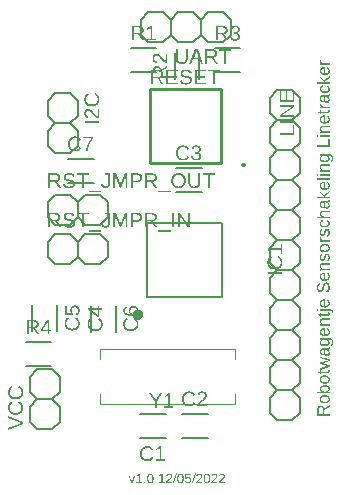
<source format=gbr>
G04 EAGLE Gerber X2 export*
%TF.Part,Single*%
%TF.FileFunction,Legend,Top,1*%
%TF.FilePolarity,Positive*%
%TF.GenerationSoftware,Autodesk,EAGLE,9.7.0*%
%TF.CreationDate,2022-05-12T22:12:44Z*%
G75*
%MOMM*%
%FSLAX46Y46*%
%LPD*%
%INSilkscreen Top*%
%AMOC8*
5,1,8,0,0,1.08239X$1,22.5*%
G01*
G04 Define Apertures*
%ADD10C,0.127000*%
%ADD11C,0.152400*%
%ADD12C,0.200000*%
%ADD13C,0.400000*%
%ADD14C,0.254000*%
%ADD15C,0.100000*%
G36*
X27178000Y6868034D02*
X26747750Y6868034D01*
X26747750Y7190906D01*
X27178000Y7460091D01*
X27178000Y7621894D01*
X26921616Y7452941D01*
X26731569Y7327703D01*
X26725513Y7356509D01*
X26717641Y7383716D01*
X26707953Y7409325D01*
X26696450Y7433338D01*
X26688663Y7446444D01*
X26683131Y7455753D01*
X26667997Y7476569D01*
X26651047Y7495788D01*
X26632281Y7513413D01*
X26612031Y7529184D01*
X26590634Y7542853D01*
X26568088Y7554419D01*
X26544391Y7563884D01*
X26519547Y7571244D01*
X26493550Y7576500D01*
X26466409Y7579656D01*
X26438116Y7580706D01*
X26404141Y7579219D01*
X26372084Y7574753D01*
X26341947Y7567313D01*
X26313728Y7556897D01*
X26287428Y7543503D01*
X26263050Y7527131D01*
X26240588Y7507788D01*
X26220047Y7485463D01*
X26201688Y7460406D01*
X26185778Y7432853D01*
X26172316Y7402809D01*
X26161300Y7370269D01*
X26152734Y7335238D01*
X26146616Y7297713D01*
X26142944Y7257691D01*
X26141719Y7215178D01*
X26141719Y6727559D01*
X27178000Y6727559D01*
X27178000Y6868034D01*
G37*
%LPC*%
G36*
X26254247Y6868034D02*
X26254247Y7201203D01*
X26254988Y7229225D01*
X26257213Y7255559D01*
X26260919Y7280203D01*
X26266106Y7303159D01*
X26272778Y7324425D01*
X26280931Y7344000D01*
X26290566Y7361888D01*
X26301684Y7378084D01*
X26314216Y7392478D01*
X26328094Y7404953D01*
X26343313Y7415506D01*
X26359878Y7424144D01*
X26377788Y7430859D01*
X26397044Y7435659D01*
X26417644Y7438538D01*
X26439588Y7439497D01*
X26462288Y7438547D01*
X26483691Y7435703D01*
X26503797Y7430963D01*
X26522603Y7424328D01*
X26540109Y7415794D01*
X26556319Y7405366D01*
X26571231Y7393041D01*
X26584841Y7378819D01*
X26596994Y7362863D01*
X26607528Y7345334D01*
X26616438Y7326228D01*
X26623731Y7305547D01*
X26629400Y7283294D01*
X26633453Y7259466D01*
X26635881Y7234063D01*
X26636694Y7207088D01*
X26636694Y6868034D01*
X26254247Y6868034D01*
G37*
%LPD*%
G36*
X26831881Y12612075D02*
X26878709Y12615297D01*
X26922069Y12620669D01*
X26961956Y12628191D01*
X26998375Y12637863D01*
X27031322Y12649681D01*
X27060797Y12663650D01*
X27086803Y12679766D01*
X27109556Y12698169D01*
X27129275Y12719000D01*
X27145963Y12742253D01*
X27159616Y12767931D01*
X27170234Y12796034D01*
X27177819Y12826563D01*
X27182366Y12859516D01*
X27183881Y12894891D01*
X27183278Y12916428D01*
X27181469Y12937275D01*
X27174231Y12976897D01*
X27162166Y13013763D01*
X27145272Y13047872D01*
X27144522Y13048944D01*
X27123600Y13078853D01*
X27097191Y13106341D01*
X27066050Y13130334D01*
X27030172Y13150838D01*
X27030172Y13152306D01*
X27158144Y13152306D01*
X27186194Y13151534D01*
X27212441Y13149216D01*
X27236875Y13145353D01*
X27259497Y13139944D01*
X27280313Y13132988D01*
X27299316Y13124488D01*
X27316513Y13114441D01*
X27331897Y13102847D01*
X27345472Y13089709D01*
X27357234Y13075025D01*
X27367191Y13058797D01*
X27375334Y13041022D01*
X27381669Y13021700D01*
X27386194Y13000834D01*
X27388759Y12979666D01*
X27388909Y12978422D01*
X27389816Y12954466D01*
X27387953Y12919463D01*
X27382369Y12887997D01*
X27373059Y12860072D01*
X27360028Y12835688D01*
X27343550Y12815069D01*
X27323897Y12798453D01*
X27301075Y12785834D01*
X27275081Y12777216D01*
X27294203Y12644097D01*
X27317066Y12650472D01*
X27338584Y12658575D01*
X27358759Y12668400D01*
X27377588Y12679950D01*
X27395072Y12693222D01*
X27411213Y12708219D01*
X27426009Y12724941D01*
X27439459Y12743384D01*
X27451441Y12763519D01*
X27461822Y12785306D01*
X27470606Y12808750D01*
X27477797Y12833847D01*
X27483388Y12860600D01*
X27487381Y12889009D01*
X27489775Y12919072D01*
X27490575Y12950788D01*
X27489266Y12991131D01*
X27485334Y13028875D01*
X27478784Y13064013D01*
X27469613Y13096550D01*
X27457822Y13126484D01*
X27443413Y13153813D01*
X27426381Y13178541D01*
X27406731Y13200666D01*
X27384459Y13220188D01*
X27359569Y13237106D01*
X27332056Y13251422D01*
X27301925Y13263134D01*
X27269175Y13272244D01*
X27233803Y13278753D01*
X27195809Y13282656D01*
X27155203Y13283956D01*
X26546966Y13283956D01*
X26443263Y13285059D01*
X26382219Y13288372D01*
X26382219Y13162603D01*
X26399688Y13159663D01*
X26441794Y13156722D01*
X26518281Y13153778D01*
X26518281Y13152306D01*
X26484656Y13133622D01*
X26455122Y13111397D01*
X26429681Y13085631D01*
X26408328Y13056328D01*
X26391434Y13023853D01*
X26379369Y12988572D01*
X26372128Y12950491D01*
X26370319Y12930397D01*
X26369716Y12909600D01*
X26371284Y12873109D01*
X26375991Y12839019D01*
X26383834Y12807331D01*
X26394816Y12778044D01*
X26408931Y12751159D01*
X26426188Y12726675D01*
X26446578Y12704594D01*
X26470109Y12684916D01*
X26496934Y12667591D01*
X26527222Y12652575D01*
X26560969Y12639872D01*
X26598172Y12629478D01*
X26638838Y12621394D01*
X26682959Y12615619D01*
X26730541Y12612153D01*
X26781581Y12611000D01*
X26831881Y12612075D01*
G37*
%LPC*%
G36*
X26740350Y12748522D02*
X26703438Y12750694D01*
X26669375Y12754313D01*
X26638163Y12759381D01*
X26609803Y12765897D01*
X26584291Y12773859D01*
X26561628Y12783272D01*
X26541816Y12794131D01*
X26524578Y12806578D01*
X26509641Y12820747D01*
X26497000Y12836641D01*
X26486656Y12854256D01*
X26478613Y12873597D01*
X26472866Y12894663D01*
X26469419Y12917450D01*
X26468269Y12941963D01*
X26470591Y12971681D01*
X26477556Y12999788D01*
X26489163Y13026288D01*
X26505409Y13051181D01*
X26526050Y13073909D01*
X26550825Y13093928D01*
X26579741Y13111238D01*
X26612791Y13125831D01*
X26649588Y13137416D01*
X26689738Y13145688D01*
X26733247Y13150653D01*
X26780109Y13152306D01*
X26825916Y13150653D01*
X26868459Y13145688D01*
X26907738Y13137416D01*
X26943753Y13125831D01*
X26976138Y13111213D01*
X27004522Y13093838D01*
X27014084Y13085941D01*
X27028906Y13073703D01*
X27049294Y13050813D01*
X27065381Y13025669D01*
X27076875Y12998778D01*
X27083769Y12970141D01*
X27086069Y12939756D01*
X27084953Y12914428D01*
X27081609Y12891031D01*
X27076034Y12869566D01*
X27068231Y12850028D01*
X27058200Y12832422D01*
X27045938Y12816747D01*
X27031447Y12803003D01*
X27014725Y12791191D01*
X26995456Y12781019D01*
X26973309Y12772206D01*
X26948294Y12764747D01*
X26920403Y12758647D01*
X26889638Y12753900D01*
X26856003Y12750509D01*
X26819494Y12748475D01*
X26780109Y12747797D01*
X26740350Y12748522D01*
G37*
%LPD*%
G36*
X26831881Y28183950D02*
X26878709Y28187172D01*
X26922069Y28192544D01*
X26961956Y28200066D01*
X26998375Y28209738D01*
X27031322Y28221556D01*
X27060797Y28235525D01*
X27086803Y28251641D01*
X27109556Y28270044D01*
X27129275Y28290875D01*
X27145963Y28314128D01*
X27159616Y28339806D01*
X27170234Y28367909D01*
X27177819Y28398438D01*
X27182366Y28431391D01*
X27183881Y28466766D01*
X27183278Y28488303D01*
X27181469Y28509150D01*
X27174231Y28548772D01*
X27162166Y28585638D01*
X27145272Y28619747D01*
X27144522Y28620819D01*
X27123600Y28650728D01*
X27097191Y28678216D01*
X27066050Y28702209D01*
X27030172Y28722713D01*
X27030172Y28724181D01*
X27158144Y28724181D01*
X27186194Y28723409D01*
X27212441Y28721091D01*
X27236875Y28717228D01*
X27259497Y28711819D01*
X27280313Y28704863D01*
X27299316Y28696363D01*
X27316513Y28686316D01*
X27331897Y28674722D01*
X27345472Y28661584D01*
X27357234Y28646900D01*
X27367191Y28630672D01*
X27375334Y28612897D01*
X27381669Y28593575D01*
X27386194Y28572709D01*
X27388759Y28551541D01*
X27388909Y28550297D01*
X27389816Y28526341D01*
X27387953Y28491338D01*
X27382369Y28459872D01*
X27373059Y28431947D01*
X27360028Y28407563D01*
X27343550Y28386944D01*
X27323897Y28370328D01*
X27301075Y28357709D01*
X27275081Y28349091D01*
X27294203Y28215972D01*
X27317066Y28222347D01*
X27338584Y28230450D01*
X27358759Y28240275D01*
X27377588Y28251825D01*
X27395072Y28265097D01*
X27411213Y28280094D01*
X27426009Y28296816D01*
X27439459Y28315259D01*
X27451441Y28335394D01*
X27461822Y28357181D01*
X27470606Y28380625D01*
X27477797Y28405722D01*
X27483388Y28432475D01*
X27487381Y28460884D01*
X27489775Y28490947D01*
X27490575Y28522663D01*
X27489266Y28563006D01*
X27485334Y28600750D01*
X27478784Y28635888D01*
X27469613Y28668425D01*
X27457822Y28698359D01*
X27443413Y28725688D01*
X27426381Y28750416D01*
X27406731Y28772541D01*
X27384459Y28792063D01*
X27359569Y28808981D01*
X27332056Y28823297D01*
X27301925Y28835009D01*
X27269175Y28844119D01*
X27233803Y28850628D01*
X27195809Y28854531D01*
X27155203Y28855831D01*
X26546966Y28855831D01*
X26443263Y28856934D01*
X26382219Y28860247D01*
X26382219Y28734478D01*
X26399688Y28731538D01*
X26441794Y28728597D01*
X26518281Y28725653D01*
X26518281Y28724181D01*
X26484656Y28705497D01*
X26455122Y28683272D01*
X26429681Y28657506D01*
X26408328Y28628203D01*
X26391434Y28595728D01*
X26379369Y28560447D01*
X26372128Y28522366D01*
X26370319Y28502272D01*
X26369716Y28481475D01*
X26371284Y28444984D01*
X26375991Y28410894D01*
X26383834Y28379206D01*
X26394816Y28349919D01*
X26408931Y28323034D01*
X26426188Y28298550D01*
X26446578Y28276469D01*
X26470109Y28256791D01*
X26496934Y28239466D01*
X26527222Y28224450D01*
X26560969Y28211747D01*
X26598172Y28201353D01*
X26638838Y28193269D01*
X26682959Y28187494D01*
X26730541Y28184028D01*
X26781581Y28182875D01*
X26831881Y28183950D01*
G37*
%LPC*%
G36*
X26740350Y28320397D02*
X26703438Y28322569D01*
X26669375Y28326188D01*
X26638163Y28331256D01*
X26609803Y28337772D01*
X26584291Y28345734D01*
X26561628Y28355147D01*
X26541816Y28366006D01*
X26524578Y28378453D01*
X26509641Y28392622D01*
X26497000Y28408516D01*
X26486656Y28426131D01*
X26478613Y28445472D01*
X26472866Y28466538D01*
X26469419Y28489325D01*
X26468269Y28513838D01*
X26470591Y28543556D01*
X26477556Y28571663D01*
X26489163Y28598163D01*
X26505409Y28623056D01*
X26526050Y28645784D01*
X26550825Y28665803D01*
X26579741Y28683113D01*
X26612791Y28697706D01*
X26649588Y28709291D01*
X26689738Y28717563D01*
X26733247Y28722528D01*
X26780109Y28724181D01*
X26825916Y28722528D01*
X26868459Y28717563D01*
X26907738Y28709291D01*
X26943753Y28697706D01*
X26976138Y28683088D01*
X27004522Y28665713D01*
X27014084Y28657816D01*
X27028906Y28645578D01*
X27049294Y28622688D01*
X27065381Y28597544D01*
X27076875Y28570653D01*
X27083769Y28542016D01*
X27086069Y28511631D01*
X27084953Y28486303D01*
X27081609Y28462906D01*
X27076034Y28441441D01*
X27068231Y28421903D01*
X27058200Y28404297D01*
X27045938Y28388622D01*
X27031447Y28374878D01*
X27014725Y28363066D01*
X26995456Y28352894D01*
X26973309Y28344081D01*
X26948294Y28336622D01*
X26920403Y28330522D01*
X26889638Y28325775D01*
X26856003Y28322384D01*
X26819494Y28320350D01*
X26780109Y28319672D01*
X26740350Y28320397D01*
G37*
%LPD*%
G36*
X27178000Y8754053D02*
X27123944Y8758466D01*
X27054441Y8761409D01*
X27054441Y8762878D01*
X27088344Y8783034D01*
X27117234Y8805997D01*
X27141113Y8831759D01*
X27159981Y8860328D01*
X27174300Y8892206D01*
X27184525Y8927900D01*
X27190663Y8967409D01*
X27192709Y9010734D01*
X27191081Y9046181D01*
X27186203Y9079341D01*
X27178072Y9110213D01*
X27166694Y9138797D01*
X27152059Y9165097D01*
X27134172Y9189109D01*
X27113031Y9210834D01*
X27088641Y9230272D01*
X27060997Y9247425D01*
X27030103Y9262288D01*
X26995953Y9274866D01*
X26958553Y9285156D01*
X26917903Y9293163D01*
X26873997Y9298878D01*
X26826841Y9302309D01*
X26776434Y9303453D01*
X26726581Y9302344D01*
X26679994Y9299016D01*
X26636669Y9293472D01*
X26596609Y9285709D01*
X26559813Y9275728D01*
X26526281Y9263531D01*
X26496009Y9249113D01*
X26469006Y9232478D01*
X26445216Y9213488D01*
X26424600Y9192006D01*
X26407156Y9168028D01*
X26392884Y9141556D01*
X26381781Y9112591D01*
X26373853Y9081131D01*
X26369097Y9047181D01*
X26367509Y9010734D01*
X26369578Y8967684D01*
X26375784Y8928269D01*
X26386125Y8892484D01*
X26400606Y8860328D01*
X26419866Y8831484D01*
X26444550Y8805628D01*
X26474659Y8782759D01*
X26510191Y8762878D01*
X26510191Y8759938D01*
X26449700Y8762144D01*
X26397663Y8762878D01*
X26086559Y8762878D01*
X26086559Y8630494D01*
X27013991Y8630494D01*
X27117141Y8629391D01*
X27178000Y8626081D01*
X27178000Y8754053D01*
G37*
%LPC*%
G36*
X26748784Y8763678D02*
X26711434Y8766075D01*
X26676891Y8770066D01*
X26645150Y8775659D01*
X26616216Y8782847D01*
X26590081Y8791631D01*
X26566753Y8802016D01*
X26546231Y8813994D01*
X26528303Y8827722D01*
X26512766Y8843344D01*
X26499619Y8860863D01*
X26488863Y8880278D01*
X26480497Y8901591D01*
X26474522Y8924797D01*
X26470934Y8949903D01*
X26469741Y8976903D01*
X26470866Y9000863D01*
X26474244Y9023100D01*
X26479875Y9043613D01*
X26487759Y9062400D01*
X26497894Y9079466D01*
X26510284Y9094806D01*
X26524925Y9108425D01*
X26541816Y9120319D01*
X26561319Y9130663D01*
X26583784Y9139625D01*
X26609216Y9147209D01*
X26637613Y9153416D01*
X26668972Y9158241D01*
X26703300Y9161691D01*
X26740591Y9163759D01*
X26780847Y9164447D01*
X26820959Y9163753D01*
X26858184Y9161666D01*
X26892528Y9158191D01*
X26923988Y9153325D01*
X26952563Y9147066D01*
X26978250Y9139419D01*
X27001056Y9130381D01*
X27020978Y9119950D01*
X27038303Y9107959D01*
X27053316Y9094234D01*
X27066019Y9078772D01*
X27076416Y9061572D01*
X27084500Y9042641D01*
X27090272Y9021972D01*
X27093738Y8999569D01*
X27094894Y8975431D01*
X27093728Y8948275D01*
X27090228Y8923075D01*
X27084394Y8899825D01*
X27076231Y8878531D01*
X27065731Y8859191D01*
X27052903Y8841803D01*
X27037738Y8826372D01*
X27020244Y8812891D01*
X27000300Y8801169D01*
X26977791Y8791009D01*
X26952722Y8782416D01*
X26925091Y8775381D01*
X26894897Y8769913D01*
X26862138Y8766006D01*
X26826819Y8763659D01*
X26788938Y8762878D01*
X26748784Y8763678D01*
G37*
%LPD*%
G36*
X26828094Y7756141D02*
X26873859Y7760313D01*
X26916672Y7767263D01*
X26956531Y7776997D01*
X26993438Y7789513D01*
X27027391Y7804806D01*
X27058391Y7822884D01*
X27086434Y7843741D01*
X27111344Y7867322D01*
X27132931Y7893569D01*
X27151197Y7922484D01*
X27166141Y7954063D01*
X27177766Y7988309D01*
X27186066Y8025219D01*
X27191047Y8064797D01*
X27192709Y8107041D01*
X27191109Y8149503D01*
X27186319Y8189369D01*
X27178331Y8226638D01*
X27167153Y8261306D01*
X27152778Y8293381D01*
X27135206Y8322856D01*
X27114441Y8349734D01*
X27090481Y8374019D01*
X27063256Y8395566D01*
X27032700Y8414241D01*
X26998809Y8430041D01*
X26961588Y8442969D01*
X26921034Y8453025D01*
X26877147Y8460206D01*
X26829928Y8464516D01*
X26779375Y8465953D01*
X26728334Y8464606D01*
X26680753Y8460575D01*
X26636631Y8453850D01*
X26595966Y8444441D01*
X26558763Y8432338D01*
X26525016Y8417550D01*
X26494728Y8400069D01*
X26467903Y8379903D01*
X26444372Y8356884D01*
X26423981Y8330856D01*
X26406725Y8301816D01*
X26392606Y8269766D01*
X26381628Y8234703D01*
X26373784Y8196631D01*
X26369078Y8155547D01*
X26367509Y8111453D01*
X26369119Y8068259D01*
X26373944Y8027850D01*
X26381991Y7990231D01*
X26393250Y7955397D01*
X26407731Y7923347D01*
X26425428Y7894088D01*
X26446344Y7867613D01*
X26470475Y7843925D01*
X26497825Y7823025D01*
X26528394Y7804909D01*
X26562181Y7789584D01*
X26599184Y7777044D01*
X26639406Y7767291D01*
X26682844Y7760322D01*
X26729500Y7756144D01*
X26779375Y7754750D01*
X26828094Y7756141D01*
G37*
%LPC*%
G36*
X26740263Y7894563D02*
X26703828Y7896994D01*
X26670072Y7901044D01*
X26638991Y7906716D01*
X26610591Y7914009D01*
X26584866Y7922919D01*
X26561819Y7933453D01*
X26541450Y7945603D01*
X26523609Y7959572D01*
X26508147Y7975553D01*
X26495063Y7993544D01*
X26484359Y8013544D01*
X26476031Y8035556D01*
X26470084Y8059581D01*
X26466516Y8085616D01*
X26465328Y8113659D01*
X26466494Y8141488D01*
X26469994Y8167234D01*
X26475825Y8190903D01*
X26483991Y8212491D01*
X26494488Y8231997D01*
X26507319Y8249425D01*
X26522481Y8264772D01*
X26539978Y8278038D01*
X26560050Y8289503D01*
X26582934Y8299438D01*
X26608634Y8307844D01*
X26637153Y8314722D01*
X26668484Y8320069D01*
X26702631Y8323891D01*
X26739597Y8326184D01*
X26779375Y8326947D01*
X26818666Y8326150D01*
X26855266Y8323753D01*
X26889178Y8319759D01*
X26920403Y8314169D01*
X26948938Y8306981D01*
X26974781Y8298194D01*
X26997938Y8287813D01*
X27018403Y8275831D01*
X27036331Y8261991D01*
X27051869Y8246022D01*
X27065016Y8227928D01*
X27075772Y8207709D01*
X27084138Y8185363D01*
X27090113Y8160891D01*
X27093697Y8134294D01*
X27094894Y8105569D01*
X27093656Y8079088D01*
X27089953Y8054431D01*
X27083775Y8031603D01*
X27075128Y8010603D01*
X27064009Y7991428D01*
X27050419Y7974081D01*
X27034359Y7958563D01*
X27015828Y7944869D01*
X26994841Y7932888D01*
X26971403Y7922506D01*
X26945519Y7913722D01*
X26917184Y7906531D01*
X26886403Y7900941D01*
X26853175Y7896947D01*
X26817500Y7894553D01*
X26779375Y7893753D01*
X26740263Y7894563D01*
G37*
%LPD*%
G36*
X26828094Y9431141D02*
X26873859Y9435313D01*
X26916672Y9442263D01*
X26956531Y9451997D01*
X26993438Y9464513D01*
X27027391Y9479806D01*
X27058391Y9497884D01*
X27086434Y9518741D01*
X27111344Y9542322D01*
X27132931Y9568569D01*
X27151197Y9597484D01*
X27166141Y9629063D01*
X27177766Y9663309D01*
X27186066Y9700219D01*
X27191047Y9739797D01*
X27192709Y9782041D01*
X27191109Y9824503D01*
X27186319Y9864369D01*
X27178331Y9901638D01*
X27167153Y9936306D01*
X27152778Y9968381D01*
X27135206Y9997856D01*
X27114441Y10024734D01*
X27090481Y10049019D01*
X27063256Y10070566D01*
X27032700Y10089241D01*
X26998809Y10105041D01*
X26961588Y10117969D01*
X26921034Y10128025D01*
X26877147Y10135206D01*
X26829928Y10139516D01*
X26779375Y10140953D01*
X26728334Y10139606D01*
X26680753Y10135575D01*
X26636631Y10128850D01*
X26595966Y10119441D01*
X26558763Y10107338D01*
X26525016Y10092550D01*
X26494728Y10075069D01*
X26467903Y10054903D01*
X26444372Y10031884D01*
X26423981Y10005856D01*
X26406725Y9976816D01*
X26392606Y9944766D01*
X26381628Y9909703D01*
X26373784Y9871631D01*
X26369078Y9830547D01*
X26367509Y9786453D01*
X26369119Y9743259D01*
X26373944Y9702850D01*
X26381991Y9665231D01*
X26393250Y9630397D01*
X26407731Y9598347D01*
X26425428Y9569088D01*
X26446344Y9542613D01*
X26470475Y9518925D01*
X26497825Y9498025D01*
X26528394Y9479909D01*
X26562181Y9464584D01*
X26599184Y9452044D01*
X26639406Y9442291D01*
X26682844Y9435322D01*
X26729500Y9431144D01*
X26779375Y9429750D01*
X26828094Y9431141D01*
G37*
%LPC*%
G36*
X26740263Y9569563D02*
X26703828Y9571994D01*
X26670072Y9576044D01*
X26638991Y9581716D01*
X26610591Y9589009D01*
X26584866Y9597919D01*
X26561819Y9608453D01*
X26541450Y9620603D01*
X26523609Y9634572D01*
X26508147Y9650553D01*
X26495063Y9668544D01*
X26484359Y9688544D01*
X26476031Y9710556D01*
X26470084Y9734581D01*
X26466516Y9760616D01*
X26465328Y9788659D01*
X26466494Y9816488D01*
X26469994Y9842234D01*
X26475825Y9865903D01*
X26483991Y9887491D01*
X26494488Y9906997D01*
X26507319Y9924425D01*
X26522481Y9939772D01*
X26539978Y9953038D01*
X26560050Y9964503D01*
X26582934Y9974438D01*
X26608634Y9982844D01*
X26637153Y9989722D01*
X26668484Y9995069D01*
X26702631Y9998891D01*
X26739597Y10001184D01*
X26779375Y10001947D01*
X26818666Y10001150D01*
X26855266Y9998753D01*
X26889178Y9994759D01*
X26920403Y9989169D01*
X26948938Y9981981D01*
X26974781Y9973194D01*
X26997938Y9962813D01*
X27018403Y9950831D01*
X27036331Y9936991D01*
X27051869Y9921022D01*
X27065016Y9902928D01*
X27075772Y9882709D01*
X27084138Y9860363D01*
X27090113Y9835891D01*
X27093697Y9809294D01*
X27094894Y9780569D01*
X27093656Y9754088D01*
X27089953Y9729431D01*
X27083775Y9706603D01*
X27075128Y9685603D01*
X27064009Y9666428D01*
X27050419Y9649081D01*
X27034359Y9633563D01*
X27015828Y9619869D01*
X26994841Y9607888D01*
X26971403Y9597506D01*
X26945519Y9588722D01*
X26917184Y9581531D01*
X26886403Y9575941D01*
X26853175Y9571947D01*
X26817500Y9569553D01*
X26779375Y9568753D01*
X26740263Y9569563D01*
G37*
%LPD*%
G36*
X26828094Y20565516D02*
X26873859Y20569688D01*
X26916672Y20576638D01*
X26956531Y20586372D01*
X26993438Y20598888D01*
X27027391Y20614181D01*
X27058391Y20632259D01*
X27086434Y20653116D01*
X27111344Y20676697D01*
X27132931Y20702944D01*
X27151197Y20731859D01*
X27166141Y20763438D01*
X27177766Y20797684D01*
X27186066Y20834594D01*
X27191047Y20874172D01*
X27192709Y20916416D01*
X27191109Y20958878D01*
X27186319Y20998744D01*
X27178331Y21036013D01*
X27167153Y21070681D01*
X27152778Y21102756D01*
X27135206Y21132231D01*
X27114441Y21159109D01*
X27090481Y21183394D01*
X27063256Y21204941D01*
X27032700Y21223616D01*
X26998809Y21239416D01*
X26961588Y21252344D01*
X26921034Y21262400D01*
X26877147Y21269581D01*
X26829928Y21273891D01*
X26779375Y21275328D01*
X26728334Y21273981D01*
X26680753Y21269950D01*
X26636631Y21263225D01*
X26595966Y21253816D01*
X26558763Y21241713D01*
X26525016Y21226925D01*
X26494728Y21209444D01*
X26467903Y21189278D01*
X26444372Y21166259D01*
X26423981Y21140231D01*
X26406725Y21111191D01*
X26392606Y21079141D01*
X26381628Y21044078D01*
X26373784Y21006006D01*
X26369078Y20964922D01*
X26367509Y20920828D01*
X26369119Y20877634D01*
X26373944Y20837225D01*
X26381991Y20799606D01*
X26393250Y20764772D01*
X26407731Y20732722D01*
X26425428Y20703463D01*
X26446344Y20676988D01*
X26470475Y20653300D01*
X26497825Y20632400D01*
X26528394Y20614284D01*
X26562181Y20598959D01*
X26599184Y20586419D01*
X26639406Y20576666D01*
X26682844Y20569697D01*
X26729500Y20565519D01*
X26779375Y20564125D01*
X26828094Y20565516D01*
G37*
%LPC*%
G36*
X26740263Y20703938D02*
X26703828Y20706369D01*
X26670072Y20710419D01*
X26638991Y20716091D01*
X26610591Y20723384D01*
X26584866Y20732294D01*
X26561819Y20742828D01*
X26541450Y20754978D01*
X26523609Y20768947D01*
X26508147Y20784928D01*
X26495063Y20802919D01*
X26484359Y20822919D01*
X26476031Y20844931D01*
X26470084Y20868956D01*
X26466516Y20894991D01*
X26465328Y20923034D01*
X26466494Y20950863D01*
X26469994Y20976609D01*
X26475825Y21000278D01*
X26483991Y21021866D01*
X26494488Y21041372D01*
X26507319Y21058800D01*
X26522481Y21074147D01*
X26539978Y21087413D01*
X26560050Y21098878D01*
X26582934Y21108813D01*
X26608634Y21117219D01*
X26637153Y21124097D01*
X26668484Y21129444D01*
X26702631Y21133266D01*
X26739597Y21135559D01*
X26779375Y21136322D01*
X26818666Y21135525D01*
X26855266Y21133128D01*
X26889178Y21129134D01*
X26920403Y21123544D01*
X26948938Y21116356D01*
X26974781Y21107569D01*
X26997938Y21097188D01*
X27018403Y21085206D01*
X27036331Y21071366D01*
X27051869Y21055397D01*
X27065016Y21037303D01*
X27075772Y21017084D01*
X27084138Y20994738D01*
X27090113Y20970266D01*
X27093697Y20943669D01*
X27094894Y20914944D01*
X27093656Y20888463D01*
X27089953Y20863806D01*
X27083775Y20840978D01*
X27075128Y20819978D01*
X27064009Y20800803D01*
X27050419Y20783456D01*
X27034359Y20767938D01*
X27015828Y20754244D01*
X26994841Y20742263D01*
X26971403Y20731881D01*
X26945519Y20723097D01*
X26917184Y20715906D01*
X26886403Y20710316D01*
X26853175Y20706322D01*
X26817500Y20703928D01*
X26779375Y20703128D01*
X26740263Y20703938D01*
G37*
%LPD*%
G36*
X26982734Y11775178D02*
X27008106Y11778003D01*
X27032009Y11782716D01*
X27054441Y11789313D01*
X27075403Y11797794D01*
X27094894Y11808159D01*
X27112913Y11820409D01*
X27129459Y11834544D01*
X27144284Y11850550D01*
X27157131Y11868422D01*
X27168003Y11888153D01*
X27176897Y11909747D01*
X27183813Y11933200D01*
X27188756Y11958516D01*
X27191719Y11985694D01*
X27192709Y12014734D01*
X27190341Y12061094D01*
X27183238Y12103819D01*
X27171406Y12142913D01*
X27154834Y12178378D01*
X27144531Y12194944D01*
X27132563Y12210991D01*
X27103628Y12241538D01*
X27068025Y12270013D01*
X27025759Y12296422D01*
X27025759Y12300834D01*
X27064209Y12304856D01*
X27097191Y12312509D01*
X27124703Y12323794D01*
X27146744Y12338709D01*
X27155794Y12347703D01*
X27163638Y12357947D01*
X27170272Y12369447D01*
X27175703Y12382197D01*
X27179922Y12396197D01*
X27182941Y12411453D01*
X27184750Y12427963D01*
X27185353Y12445722D01*
X27184619Y12471694D01*
X27182413Y12497391D01*
X27178734Y12522809D01*
X27173588Y12547953D01*
X27091216Y12547953D01*
X27095078Y12524969D01*
X27096363Y12504559D01*
X27094503Y12484609D01*
X27088919Y12468153D01*
X27079609Y12455191D01*
X27066578Y12445722D01*
X27049869Y12438966D01*
X27029528Y12434138D01*
X27005556Y12431244D01*
X26977953Y12430278D01*
X26635222Y12430278D01*
X26603638Y12429094D01*
X26573972Y12425544D01*
X26546225Y12419625D01*
X26520397Y12411338D01*
X26496488Y12400684D01*
X26474497Y12387666D01*
X26454428Y12372278D01*
X26436275Y12354522D01*
X26420159Y12334425D01*
X26406191Y12312003D01*
X26394372Y12287263D01*
X26384700Y12260200D01*
X26377181Y12230816D01*
X26371806Y12199109D01*
X26368584Y12165081D01*
X26367509Y12128734D01*
X26368350Y12094044D01*
X26370866Y12061322D01*
X26375059Y12030566D01*
X26380931Y12001772D01*
X26388481Y11974944D01*
X26397709Y11950081D01*
X26408616Y11927184D01*
X26421200Y11906253D01*
X26435459Y11887284D01*
X26451400Y11870284D01*
X26469016Y11855247D01*
X26488313Y11842175D01*
X26509284Y11831069D01*
X26531934Y11821925D01*
X26556263Y11814750D01*
X26582269Y11809538D01*
X26594772Y11947806D01*
X26563928Y11953875D01*
X26537588Y11963988D01*
X26515753Y11978144D01*
X26498425Y11996347D01*
X26485231Y12019606D01*
X26475809Y12048934D01*
X26470153Y12084328D01*
X26468269Y12125791D01*
X26468925Y12147119D01*
X26470891Y12166978D01*
X26474166Y12185366D01*
X26478750Y12202281D01*
X26484644Y12217725D01*
X26491850Y12231700D01*
X26500366Y12244203D01*
X26510191Y12255234D01*
X26521534Y12264888D01*
X26534600Y12273253D01*
X26549391Y12280331D01*
X26565903Y12286125D01*
X26584141Y12290628D01*
X26604103Y12293847D01*
X26625788Y12295778D01*
X26649197Y12296422D01*
X26692588Y12296422D01*
X26695531Y12117700D01*
X26697600Y12074025D01*
X26701600Y12033466D01*
X26707528Y11996019D01*
X26715388Y11961688D01*
X26725178Y11930472D01*
X26736900Y11902369D01*
X26750553Y11877378D01*
X26766138Y11855503D01*
X26783581Y11836456D01*
X26802819Y11819950D01*
X26823847Y11805981D01*
X26846672Y11794553D01*
X26871288Y11785663D01*
X26897694Y11779313D01*
X26925894Y11775503D01*
X26955888Y11774234D01*
X26982734Y11775178D01*
G37*
%LPC*%
G36*
X26929734Y11911906D02*
X26904222Y11916731D01*
X26881559Y11924778D01*
X26861747Y11936038D01*
X26844556Y11950313D01*
X26829756Y11967388D01*
X26817344Y11987269D01*
X26807322Y12009953D01*
X26799509Y12036869D01*
X26793716Y12069434D01*
X26789947Y12107656D01*
X26788200Y12151531D01*
X26785259Y12296422D01*
X26850716Y12296422D01*
X26881031Y12294375D01*
X26910931Y12288238D01*
X26940422Y12278013D01*
X26969494Y12263694D01*
X26996822Y12245834D01*
X27021069Y12224988D01*
X27042238Y12201153D01*
X27060325Y12174331D01*
X27074806Y12145006D01*
X27085147Y12113656D01*
X27091353Y12080284D01*
X27093422Y12044888D01*
X27091216Y12014391D01*
X27084597Y11987613D01*
X27073566Y11964563D01*
X27058119Y11945231D01*
X27038628Y11929947D01*
X27015463Y11919031D01*
X26988616Y11912481D01*
X26958094Y11910297D01*
X26929734Y11911906D01*
G37*
%LPD*%
G36*
X26982734Y24250178D02*
X27008106Y24253003D01*
X27032009Y24257716D01*
X27054441Y24264313D01*
X27075403Y24272794D01*
X27094894Y24283159D01*
X27112913Y24295409D01*
X27129459Y24309544D01*
X27144284Y24325550D01*
X27157131Y24343422D01*
X27168003Y24363153D01*
X27176897Y24384747D01*
X27183813Y24408200D01*
X27188756Y24433516D01*
X27191719Y24460694D01*
X27192709Y24489734D01*
X27190341Y24536094D01*
X27183238Y24578819D01*
X27171406Y24617913D01*
X27154834Y24653378D01*
X27144531Y24669944D01*
X27132563Y24685991D01*
X27103628Y24716538D01*
X27068025Y24745013D01*
X27025759Y24771422D01*
X27025759Y24775834D01*
X27064209Y24779856D01*
X27097191Y24787509D01*
X27124703Y24798794D01*
X27146744Y24813709D01*
X27155794Y24822703D01*
X27163638Y24832947D01*
X27170272Y24844447D01*
X27175703Y24857197D01*
X27179922Y24871197D01*
X27182941Y24886453D01*
X27184750Y24902963D01*
X27185353Y24920722D01*
X27184619Y24946694D01*
X27182413Y24972391D01*
X27178734Y24997809D01*
X27173588Y25022953D01*
X27091216Y25022953D01*
X27095078Y24999969D01*
X27096363Y24979559D01*
X27094503Y24959609D01*
X27088919Y24943153D01*
X27079609Y24930191D01*
X27066578Y24920722D01*
X27049869Y24913966D01*
X27029528Y24909138D01*
X27005556Y24906244D01*
X26977953Y24905278D01*
X26635222Y24905278D01*
X26603638Y24904094D01*
X26573972Y24900544D01*
X26546225Y24894625D01*
X26520397Y24886338D01*
X26496488Y24875684D01*
X26474497Y24862666D01*
X26454428Y24847278D01*
X26436275Y24829522D01*
X26420159Y24809425D01*
X26406191Y24787003D01*
X26394372Y24762263D01*
X26384700Y24735200D01*
X26377181Y24705816D01*
X26371806Y24674109D01*
X26368584Y24640081D01*
X26367509Y24603734D01*
X26368350Y24569044D01*
X26370866Y24536322D01*
X26375059Y24505566D01*
X26380931Y24476772D01*
X26388481Y24449944D01*
X26397709Y24425081D01*
X26408616Y24402184D01*
X26421200Y24381253D01*
X26435459Y24362284D01*
X26451400Y24345284D01*
X26469016Y24330247D01*
X26488313Y24317175D01*
X26509284Y24306069D01*
X26531934Y24296925D01*
X26556263Y24289750D01*
X26582269Y24284538D01*
X26594772Y24422806D01*
X26563928Y24428875D01*
X26537588Y24438988D01*
X26515753Y24453144D01*
X26498425Y24471347D01*
X26485231Y24494606D01*
X26475809Y24523934D01*
X26470153Y24559328D01*
X26468269Y24600791D01*
X26468925Y24622119D01*
X26470891Y24641978D01*
X26474166Y24660366D01*
X26478750Y24677281D01*
X26484644Y24692725D01*
X26491850Y24706700D01*
X26500366Y24719203D01*
X26510191Y24730234D01*
X26521534Y24739888D01*
X26534600Y24748253D01*
X26549391Y24755331D01*
X26565903Y24761125D01*
X26584141Y24765628D01*
X26604103Y24768847D01*
X26625788Y24770778D01*
X26649197Y24771422D01*
X26692588Y24771422D01*
X26695531Y24592700D01*
X26697600Y24549025D01*
X26701600Y24508466D01*
X26707528Y24471019D01*
X26715388Y24436688D01*
X26725178Y24405472D01*
X26736900Y24377369D01*
X26750553Y24352378D01*
X26766138Y24330503D01*
X26783581Y24311456D01*
X26802819Y24294950D01*
X26823847Y24280981D01*
X26846672Y24269553D01*
X26871288Y24260663D01*
X26897694Y24254313D01*
X26925894Y24250503D01*
X26955888Y24249234D01*
X26982734Y24250178D01*
G37*
%LPC*%
G36*
X26929734Y24386906D02*
X26904222Y24391731D01*
X26881559Y24399778D01*
X26861747Y24411038D01*
X26844556Y24425313D01*
X26829756Y24442388D01*
X26817344Y24462269D01*
X26807322Y24484953D01*
X26799509Y24511869D01*
X26793716Y24544434D01*
X26789947Y24582656D01*
X26788200Y24626531D01*
X26785259Y24771422D01*
X26850716Y24771422D01*
X26881031Y24769375D01*
X26910931Y24763238D01*
X26940422Y24753013D01*
X26969494Y24738694D01*
X26996822Y24720834D01*
X27021069Y24699988D01*
X27042238Y24676153D01*
X27060325Y24649331D01*
X27074806Y24620006D01*
X27085147Y24588656D01*
X27091353Y24555284D01*
X27093422Y24519888D01*
X27091216Y24489391D01*
X27084597Y24462613D01*
X27073566Y24439563D01*
X27058119Y24420231D01*
X27038628Y24404947D01*
X27015463Y24394031D01*
X26988616Y24387481D01*
X26958094Y24385297D01*
X26929734Y24386906D01*
G37*
%LPD*%
G36*
X26982734Y33209553D02*
X27008106Y33212378D01*
X27032009Y33217091D01*
X27054441Y33223688D01*
X27075403Y33232169D01*
X27094894Y33242534D01*
X27112913Y33254784D01*
X27129459Y33268919D01*
X27144284Y33284925D01*
X27157131Y33302797D01*
X27168003Y33322528D01*
X27176897Y33344122D01*
X27183813Y33367575D01*
X27188756Y33392891D01*
X27191719Y33420069D01*
X27192709Y33449109D01*
X27190341Y33495469D01*
X27183238Y33538194D01*
X27171406Y33577288D01*
X27154834Y33612753D01*
X27144531Y33629319D01*
X27132563Y33645366D01*
X27103628Y33675913D01*
X27068025Y33704388D01*
X27025759Y33730797D01*
X27025759Y33735209D01*
X27064209Y33739231D01*
X27097191Y33746884D01*
X27124703Y33758169D01*
X27146744Y33773084D01*
X27155794Y33782078D01*
X27163638Y33792322D01*
X27170272Y33803822D01*
X27175703Y33816572D01*
X27179922Y33830572D01*
X27182941Y33845828D01*
X27184750Y33862338D01*
X27185353Y33880097D01*
X27184619Y33906069D01*
X27182413Y33931766D01*
X27178734Y33957184D01*
X27173588Y33982328D01*
X27091216Y33982328D01*
X27095078Y33959344D01*
X27096363Y33938934D01*
X27094503Y33918984D01*
X27088919Y33902528D01*
X27079609Y33889566D01*
X27066578Y33880097D01*
X27049869Y33873341D01*
X27029528Y33868513D01*
X27005556Y33865619D01*
X26977953Y33864653D01*
X26635222Y33864653D01*
X26603638Y33863469D01*
X26573972Y33859919D01*
X26546225Y33854000D01*
X26520397Y33845713D01*
X26496488Y33835059D01*
X26474497Y33822041D01*
X26454428Y33806653D01*
X26436275Y33788897D01*
X26420159Y33768800D01*
X26406191Y33746378D01*
X26394372Y33721638D01*
X26384700Y33694575D01*
X26377181Y33665191D01*
X26371806Y33633484D01*
X26368584Y33599456D01*
X26367509Y33563109D01*
X26368350Y33528419D01*
X26370866Y33495697D01*
X26375059Y33464941D01*
X26380931Y33436147D01*
X26388481Y33409319D01*
X26397709Y33384456D01*
X26408616Y33361559D01*
X26421200Y33340628D01*
X26435459Y33321659D01*
X26451400Y33304659D01*
X26469016Y33289622D01*
X26488313Y33276550D01*
X26509284Y33265444D01*
X26531934Y33256300D01*
X26556263Y33249125D01*
X26582269Y33243913D01*
X26594772Y33382181D01*
X26563928Y33388250D01*
X26537588Y33398363D01*
X26515753Y33412519D01*
X26498425Y33430722D01*
X26485231Y33453981D01*
X26475809Y33483309D01*
X26470153Y33518703D01*
X26468269Y33560166D01*
X26468925Y33581494D01*
X26470891Y33601353D01*
X26474166Y33619741D01*
X26478750Y33636656D01*
X26484644Y33652100D01*
X26491850Y33666075D01*
X26500366Y33678578D01*
X26510191Y33689609D01*
X26521534Y33699263D01*
X26534600Y33707628D01*
X26549391Y33714706D01*
X26565903Y33720500D01*
X26584141Y33725003D01*
X26604103Y33728222D01*
X26625788Y33730153D01*
X26649197Y33730797D01*
X26692588Y33730797D01*
X26695531Y33552075D01*
X26697600Y33508400D01*
X26701600Y33467841D01*
X26707528Y33430394D01*
X26715388Y33396063D01*
X26725178Y33364847D01*
X26736900Y33336744D01*
X26750553Y33311753D01*
X26766138Y33289878D01*
X26783581Y33270831D01*
X26802819Y33254325D01*
X26823847Y33240356D01*
X26846672Y33228928D01*
X26871288Y33220038D01*
X26897694Y33213688D01*
X26925894Y33209878D01*
X26955888Y33208609D01*
X26982734Y33209553D01*
G37*
%LPC*%
G36*
X26929734Y33346281D02*
X26904222Y33351106D01*
X26881559Y33359153D01*
X26861747Y33370413D01*
X26844556Y33384688D01*
X26829756Y33401763D01*
X26817344Y33421644D01*
X26807322Y33444328D01*
X26799509Y33471244D01*
X26793716Y33503809D01*
X26789947Y33542031D01*
X26788200Y33585906D01*
X26785259Y33730797D01*
X26850716Y33730797D01*
X26881031Y33728750D01*
X26910931Y33722613D01*
X26940422Y33712388D01*
X26969494Y33698069D01*
X26996822Y33680209D01*
X27021069Y33659363D01*
X27042238Y33635528D01*
X27060325Y33608706D01*
X27074806Y33579381D01*
X27085147Y33548031D01*
X27091353Y33514659D01*
X27093422Y33479263D01*
X27091216Y33448766D01*
X27084597Y33421988D01*
X27073566Y33398938D01*
X27058119Y33379606D01*
X27038628Y33364322D01*
X27015463Y33353406D01*
X26988616Y33346856D01*
X26958094Y33344672D01*
X26929734Y33346281D01*
G37*
%LPD*%
G36*
X26825216Y13450678D02*
X26872275Y13455003D01*
X26916138Y13462216D01*
X26956809Y13472309D01*
X26994281Y13485291D01*
X27028563Y13501153D01*
X27059647Y13519903D01*
X27087538Y13541538D01*
X27112188Y13565928D01*
X27133550Y13592950D01*
X27151628Y13622606D01*
X27166419Y13654891D01*
X27177922Y13689809D01*
X27186134Y13727359D01*
X27191066Y13767541D01*
X27192709Y13810353D01*
X27191972Y13841269D01*
X27189766Y13870766D01*
X27186088Y13898841D01*
X27180941Y13925500D01*
X27174325Y13950738D01*
X27166234Y13974559D01*
X27156672Y13996959D01*
X27145641Y14017941D01*
X27133138Y14037500D01*
X27119163Y14055644D01*
X27103719Y14072369D01*
X27086803Y14087672D01*
X27068416Y14101556D01*
X27048559Y14114022D01*
X27027228Y14125069D01*
X27004431Y14134697D01*
X26971334Y14018491D01*
X26996663Y14007206D01*
X27019691Y13991738D01*
X27040422Y13972088D01*
X27058856Y13948253D01*
X27073978Y13920191D01*
X27084781Y13887853D01*
X27091263Y13851241D01*
X27093422Y13810353D01*
X27092263Y13783956D01*
X27088778Y13759191D01*
X27082975Y13736059D01*
X27074850Y13714556D01*
X27064406Y13694688D01*
X27051638Y13676450D01*
X27036550Y13659844D01*
X27019141Y13644872D01*
X26999591Y13631597D01*
X26978091Y13620094D01*
X26954634Y13610359D01*
X26929228Y13602397D01*
X26901866Y13596203D01*
X26872550Y13591778D01*
X26841281Y13589125D01*
X26808059Y13588241D01*
X26808059Y14156025D01*
X26790406Y14156025D01*
X26739197Y14154653D01*
X26691291Y14150544D01*
X26646688Y14143691D01*
X26605391Y14134100D01*
X26567394Y14121766D01*
X26532703Y14106691D01*
X26501316Y14088875D01*
X26473234Y14068319D01*
X26448456Y14045022D01*
X26426978Y14018984D01*
X26408809Y13990206D01*
X26393941Y13958688D01*
X26382378Y13924428D01*
X26374119Y13887428D01*
X26369163Y13847688D01*
X26367509Y13805203D01*
X26369153Y13763597D01*
X26374084Y13724463D01*
X26382300Y13687797D01*
X26393803Y13653603D01*
X26408594Y13621881D01*
X26426669Y13592628D01*
X26448031Y13565847D01*
X26472681Y13541538D01*
X26500413Y13519903D01*
X26531016Y13501153D01*
X26564491Y13485291D01*
X26600838Y13472309D01*
X26640059Y13462216D01*
X26682153Y13455003D01*
X26727122Y13450678D01*
X26774963Y13449234D01*
X26825216Y13450678D01*
G37*
%LPC*%
G36*
X26679184Y13591625D02*
X26653309Y13595156D01*
X26628941Y13600313D01*
X26606078Y13607084D01*
X26584722Y13615481D01*
X26564869Y13625497D01*
X26546522Y13637131D01*
X26529681Y13650388D01*
X26514600Y13665078D01*
X26501528Y13681025D01*
X26490466Y13698222D01*
X26481416Y13716672D01*
X26474378Y13736375D01*
X26469350Y13757328D01*
X26466334Y13779538D01*
X26465328Y13802997D01*
X26466231Y13827097D01*
X26468938Y13849747D01*
X26473447Y13870947D01*
X26479763Y13890703D01*
X26487881Y13909009D01*
X26497803Y13925869D01*
X26509531Y13941278D01*
X26523063Y13955241D01*
X26538559Y13967825D01*
X26556181Y13979097D01*
X26575931Y13989059D01*
X26597806Y13997716D01*
X26621806Y14005056D01*
X26647931Y14011091D01*
X26676184Y14015813D01*
X26706563Y14019228D01*
X26706563Y13589709D01*
X26679184Y13591625D01*
G37*
%LPD*%
G36*
X26825216Y15878803D02*
X26872275Y15883128D01*
X26916138Y15890341D01*
X26956809Y15900434D01*
X26994281Y15913416D01*
X27028563Y15929278D01*
X27059647Y15948028D01*
X27087538Y15969663D01*
X27112188Y15994053D01*
X27133550Y16021075D01*
X27151628Y16050731D01*
X27166419Y16083016D01*
X27177922Y16117934D01*
X27186134Y16155484D01*
X27191066Y16195666D01*
X27192709Y16238478D01*
X27191972Y16269394D01*
X27189766Y16298891D01*
X27186088Y16326966D01*
X27180941Y16353625D01*
X27174325Y16378863D01*
X27166234Y16402684D01*
X27156672Y16425084D01*
X27145641Y16446066D01*
X27133138Y16465625D01*
X27119163Y16483769D01*
X27103719Y16500494D01*
X27086803Y16515797D01*
X27068416Y16529681D01*
X27048559Y16542147D01*
X27027228Y16553194D01*
X27004431Y16562822D01*
X26971334Y16446616D01*
X26996663Y16435331D01*
X27019691Y16419863D01*
X27040422Y16400213D01*
X27058856Y16376378D01*
X27073978Y16348316D01*
X27084781Y16315978D01*
X27091263Y16279366D01*
X27093422Y16238478D01*
X27092263Y16212081D01*
X27088778Y16187316D01*
X27082975Y16164184D01*
X27074850Y16142681D01*
X27064406Y16122813D01*
X27051638Y16104575D01*
X27036550Y16087969D01*
X27019141Y16072997D01*
X26999591Y16059722D01*
X26978091Y16048219D01*
X26954634Y16038484D01*
X26929228Y16030522D01*
X26901866Y16024328D01*
X26872550Y16019903D01*
X26841281Y16017250D01*
X26808059Y16016366D01*
X26808059Y16584150D01*
X26790406Y16584150D01*
X26739197Y16582778D01*
X26691291Y16578669D01*
X26646688Y16571816D01*
X26605391Y16562225D01*
X26567394Y16549891D01*
X26532703Y16534816D01*
X26501316Y16517000D01*
X26473234Y16496444D01*
X26448456Y16473147D01*
X26426978Y16447109D01*
X26408809Y16418331D01*
X26393941Y16386813D01*
X26382378Y16352553D01*
X26374119Y16315553D01*
X26369163Y16275813D01*
X26367509Y16233328D01*
X26369153Y16191722D01*
X26374084Y16152588D01*
X26382300Y16115922D01*
X26393803Y16081728D01*
X26408594Y16050006D01*
X26426669Y16020753D01*
X26448031Y15993972D01*
X26472681Y15969663D01*
X26500413Y15948028D01*
X26531016Y15929278D01*
X26564491Y15913416D01*
X26600838Y15900434D01*
X26640059Y15890341D01*
X26682153Y15883128D01*
X26727122Y15878803D01*
X26774963Y15877359D01*
X26825216Y15878803D01*
G37*
%LPC*%
G36*
X26679184Y16019750D02*
X26653309Y16023281D01*
X26628941Y16028438D01*
X26606078Y16035209D01*
X26584722Y16043606D01*
X26564869Y16053622D01*
X26546522Y16065256D01*
X26529681Y16078513D01*
X26514600Y16093203D01*
X26501528Y16109150D01*
X26490466Y16126347D01*
X26481416Y16144797D01*
X26474378Y16164500D01*
X26469350Y16185453D01*
X26466334Y16207663D01*
X26465328Y16231122D01*
X26466231Y16255222D01*
X26468938Y16277872D01*
X26473447Y16299072D01*
X26479763Y16318828D01*
X26487881Y16337134D01*
X26497803Y16353994D01*
X26509531Y16369403D01*
X26523063Y16383366D01*
X26538559Y16395950D01*
X26556181Y16407222D01*
X26575931Y16417184D01*
X26597806Y16425841D01*
X26621806Y16433181D01*
X26647931Y16439216D01*
X26676184Y16443938D01*
X26706563Y16447353D01*
X26706563Y16017834D01*
X26679184Y16019750D01*
G37*
%LPD*%
G36*
X26825216Y18138178D02*
X26872275Y18142503D01*
X26916138Y18149716D01*
X26956809Y18159809D01*
X26994281Y18172791D01*
X27028563Y18188653D01*
X27059647Y18207403D01*
X27087538Y18229038D01*
X27112188Y18253428D01*
X27133550Y18280450D01*
X27151628Y18310106D01*
X27166419Y18342391D01*
X27177922Y18377309D01*
X27186134Y18414859D01*
X27191066Y18455041D01*
X27192709Y18497853D01*
X27191972Y18528769D01*
X27189766Y18558266D01*
X27186088Y18586341D01*
X27180941Y18613000D01*
X27174325Y18638238D01*
X27166234Y18662059D01*
X27156672Y18684459D01*
X27145641Y18705441D01*
X27133138Y18725000D01*
X27119163Y18743144D01*
X27103719Y18759869D01*
X27086803Y18775172D01*
X27068416Y18789056D01*
X27048559Y18801522D01*
X27027228Y18812569D01*
X27004431Y18822197D01*
X26971334Y18705991D01*
X26996663Y18694706D01*
X27019691Y18679238D01*
X27040422Y18659588D01*
X27058856Y18635753D01*
X27073978Y18607691D01*
X27084781Y18575353D01*
X27091263Y18538741D01*
X27093422Y18497853D01*
X27092263Y18471456D01*
X27088778Y18446691D01*
X27082975Y18423559D01*
X27074850Y18402056D01*
X27064406Y18382188D01*
X27051638Y18363950D01*
X27036550Y18347344D01*
X27019141Y18332372D01*
X26999591Y18319097D01*
X26978091Y18307594D01*
X26954634Y18297859D01*
X26929228Y18289897D01*
X26901866Y18283703D01*
X26872550Y18279278D01*
X26841281Y18276625D01*
X26808059Y18275741D01*
X26808059Y18843525D01*
X26790406Y18843525D01*
X26739197Y18842153D01*
X26691291Y18838044D01*
X26646688Y18831191D01*
X26605391Y18821600D01*
X26567394Y18809266D01*
X26532703Y18794191D01*
X26501316Y18776375D01*
X26473234Y18755819D01*
X26448456Y18732522D01*
X26426978Y18706484D01*
X26408809Y18677706D01*
X26393941Y18646188D01*
X26382378Y18611928D01*
X26374119Y18574928D01*
X26369163Y18535188D01*
X26367509Y18492703D01*
X26369153Y18451097D01*
X26374084Y18411963D01*
X26382300Y18375297D01*
X26393803Y18341103D01*
X26408594Y18309381D01*
X26426669Y18280128D01*
X26448031Y18253347D01*
X26472681Y18229038D01*
X26500413Y18207403D01*
X26531016Y18188653D01*
X26564491Y18172791D01*
X26600838Y18159809D01*
X26640059Y18149716D01*
X26682153Y18142503D01*
X26727122Y18138178D01*
X26774963Y18136734D01*
X26825216Y18138178D01*
G37*
%LPC*%
G36*
X26679184Y18279125D02*
X26653309Y18282656D01*
X26628941Y18287813D01*
X26606078Y18294584D01*
X26584722Y18302981D01*
X26564869Y18312997D01*
X26546522Y18324631D01*
X26529681Y18337888D01*
X26514600Y18352578D01*
X26501528Y18368525D01*
X26490466Y18385722D01*
X26481416Y18404172D01*
X26474378Y18423875D01*
X26469350Y18444828D01*
X26466334Y18467038D01*
X26465328Y18490497D01*
X26466231Y18514597D01*
X26468938Y18537247D01*
X26473447Y18558447D01*
X26479763Y18578203D01*
X26487881Y18596509D01*
X26497803Y18613369D01*
X26509531Y18628778D01*
X26523063Y18642741D01*
X26538559Y18655325D01*
X26556181Y18666597D01*
X26575931Y18676559D01*
X26597806Y18685216D01*
X26621806Y18692556D01*
X26647931Y18698591D01*
X26676184Y18703313D01*
X26706563Y18706728D01*
X26706563Y18277209D01*
X26679184Y18279125D01*
G37*
%LPD*%
G36*
X26825216Y25841303D02*
X26872275Y25845628D01*
X26916138Y25852841D01*
X26956809Y25862934D01*
X26994281Y25875916D01*
X27028563Y25891778D01*
X27059647Y25910528D01*
X27087538Y25932163D01*
X27112188Y25956553D01*
X27133550Y25983575D01*
X27151628Y26013231D01*
X27166419Y26045516D01*
X27177922Y26080434D01*
X27186134Y26117984D01*
X27191066Y26158166D01*
X27192709Y26200978D01*
X27191972Y26231894D01*
X27189766Y26261391D01*
X27186088Y26289466D01*
X27180941Y26316125D01*
X27174325Y26341363D01*
X27166234Y26365184D01*
X27156672Y26387584D01*
X27145641Y26408566D01*
X27133138Y26428125D01*
X27119163Y26446269D01*
X27103719Y26462994D01*
X27086803Y26478297D01*
X27068416Y26492181D01*
X27048559Y26504647D01*
X27027228Y26515694D01*
X27004431Y26525322D01*
X26971334Y26409116D01*
X26996663Y26397831D01*
X27019691Y26382363D01*
X27040422Y26362713D01*
X27058856Y26338878D01*
X27073978Y26310816D01*
X27084781Y26278478D01*
X27091263Y26241866D01*
X27093422Y26200978D01*
X27092263Y26174581D01*
X27088778Y26149816D01*
X27082975Y26126684D01*
X27074850Y26105181D01*
X27064406Y26085313D01*
X27051638Y26067075D01*
X27036550Y26050469D01*
X27019141Y26035497D01*
X26999591Y26022222D01*
X26978091Y26010719D01*
X26954634Y26000984D01*
X26929228Y25993022D01*
X26901866Y25986828D01*
X26872550Y25982403D01*
X26841281Y25979750D01*
X26808059Y25978866D01*
X26808059Y26546650D01*
X26790406Y26546650D01*
X26739197Y26545278D01*
X26691291Y26541169D01*
X26646688Y26534316D01*
X26605391Y26524725D01*
X26567394Y26512391D01*
X26532703Y26497316D01*
X26501316Y26479500D01*
X26473234Y26458944D01*
X26448456Y26435647D01*
X26426978Y26409609D01*
X26408809Y26380831D01*
X26393941Y26349313D01*
X26382378Y26315053D01*
X26374119Y26278053D01*
X26369163Y26238313D01*
X26367509Y26195828D01*
X26369153Y26154222D01*
X26374084Y26115088D01*
X26382300Y26078422D01*
X26393803Y26044228D01*
X26408594Y26012506D01*
X26426669Y25983253D01*
X26448031Y25956472D01*
X26472681Y25932163D01*
X26500413Y25910528D01*
X26531016Y25891778D01*
X26564491Y25875916D01*
X26600838Y25862934D01*
X26640059Y25852841D01*
X26682153Y25845628D01*
X26727122Y25841303D01*
X26774963Y25839859D01*
X26825216Y25841303D01*
G37*
%LPC*%
G36*
X26679184Y25982250D02*
X26653309Y25985781D01*
X26628941Y25990938D01*
X26606078Y25997709D01*
X26584722Y26006106D01*
X26564869Y26016122D01*
X26546522Y26027756D01*
X26529681Y26041013D01*
X26514600Y26055703D01*
X26501528Y26071650D01*
X26490466Y26088847D01*
X26481416Y26107297D01*
X26474378Y26127000D01*
X26469350Y26147953D01*
X26466334Y26170163D01*
X26465328Y26193622D01*
X26466231Y26217722D01*
X26468938Y26240372D01*
X26473447Y26261572D01*
X26479763Y26281328D01*
X26487881Y26299634D01*
X26497803Y26316494D01*
X26509531Y26331903D01*
X26523063Y26345866D01*
X26538559Y26358450D01*
X26556181Y26369722D01*
X26575931Y26379684D01*
X26597806Y26388341D01*
X26621806Y26395681D01*
X26647931Y26401716D01*
X26676184Y26406438D01*
X26706563Y26409853D01*
X26706563Y25980334D01*
X26679184Y25982250D01*
G37*
%LPD*%
G36*
X26825216Y31450678D02*
X26872275Y31455003D01*
X26916138Y31462216D01*
X26956809Y31472309D01*
X26994281Y31485291D01*
X27028563Y31501153D01*
X27059647Y31519903D01*
X27087538Y31541538D01*
X27112188Y31565928D01*
X27133550Y31592950D01*
X27151628Y31622606D01*
X27166419Y31654891D01*
X27177922Y31689809D01*
X27186134Y31727359D01*
X27191066Y31767541D01*
X27192709Y31810353D01*
X27191972Y31841269D01*
X27189766Y31870766D01*
X27186088Y31898841D01*
X27180941Y31925500D01*
X27174325Y31950738D01*
X27166234Y31974559D01*
X27156672Y31996959D01*
X27145641Y32017941D01*
X27133138Y32037500D01*
X27119163Y32055644D01*
X27103719Y32072369D01*
X27086803Y32087672D01*
X27068416Y32101556D01*
X27048559Y32114022D01*
X27027228Y32125069D01*
X27004431Y32134697D01*
X26971334Y32018491D01*
X26996663Y32007206D01*
X27019691Y31991738D01*
X27040422Y31972088D01*
X27058856Y31948253D01*
X27073978Y31920191D01*
X27084781Y31887853D01*
X27091263Y31851241D01*
X27093422Y31810353D01*
X27092263Y31783956D01*
X27088778Y31759191D01*
X27082975Y31736059D01*
X27074850Y31714556D01*
X27064406Y31694688D01*
X27051638Y31676450D01*
X27036550Y31659844D01*
X27019141Y31644872D01*
X26999591Y31631597D01*
X26978091Y31620094D01*
X26954634Y31610359D01*
X26929228Y31602397D01*
X26901866Y31596203D01*
X26872550Y31591778D01*
X26841281Y31589125D01*
X26808059Y31588241D01*
X26808059Y32156025D01*
X26790406Y32156025D01*
X26739197Y32154653D01*
X26691291Y32150544D01*
X26646688Y32143691D01*
X26605391Y32134100D01*
X26567394Y32121766D01*
X26532703Y32106691D01*
X26501316Y32088875D01*
X26473234Y32068319D01*
X26448456Y32045022D01*
X26426978Y32018984D01*
X26408809Y31990206D01*
X26393941Y31958688D01*
X26382378Y31924428D01*
X26374119Y31887428D01*
X26369163Y31847688D01*
X26367509Y31805203D01*
X26369153Y31763597D01*
X26374084Y31724463D01*
X26382300Y31687797D01*
X26393803Y31653603D01*
X26408594Y31621881D01*
X26426669Y31592628D01*
X26448031Y31565847D01*
X26472681Y31541538D01*
X26500413Y31519903D01*
X26531016Y31501153D01*
X26564491Y31485291D01*
X26600838Y31472309D01*
X26640059Y31462216D01*
X26682153Y31455003D01*
X26727122Y31450678D01*
X26774963Y31449234D01*
X26825216Y31450678D01*
G37*
%LPC*%
G36*
X26679184Y31591625D02*
X26653309Y31595156D01*
X26628941Y31600313D01*
X26606078Y31607084D01*
X26584722Y31615481D01*
X26564869Y31625497D01*
X26546522Y31637131D01*
X26529681Y31650388D01*
X26514600Y31665078D01*
X26501528Y31681025D01*
X26490466Y31698222D01*
X26481416Y31716672D01*
X26474378Y31736375D01*
X26469350Y31757328D01*
X26466334Y31779538D01*
X26465328Y31802997D01*
X26466231Y31827097D01*
X26468938Y31849747D01*
X26473447Y31870947D01*
X26479763Y31890703D01*
X26487881Y31909009D01*
X26497803Y31925869D01*
X26509531Y31941278D01*
X26523063Y31955241D01*
X26538559Y31967825D01*
X26556181Y31979097D01*
X26575931Y31989059D01*
X26597806Y31997716D01*
X26621806Y32005056D01*
X26647931Y32011091D01*
X26676184Y32015813D01*
X26706563Y32019228D01*
X26706563Y31589709D01*
X26679184Y31591625D01*
G37*
%LPD*%
G36*
X26825216Y35553803D02*
X26872275Y35558128D01*
X26916138Y35565341D01*
X26956809Y35575434D01*
X26994281Y35588416D01*
X27028563Y35604278D01*
X27059647Y35623028D01*
X27087538Y35644663D01*
X27112188Y35669053D01*
X27133550Y35696075D01*
X27151628Y35725731D01*
X27166419Y35758016D01*
X27177922Y35792934D01*
X27186134Y35830484D01*
X27191066Y35870666D01*
X27192709Y35913478D01*
X27191972Y35944394D01*
X27189766Y35973891D01*
X27186088Y36001966D01*
X27180941Y36028625D01*
X27174325Y36053863D01*
X27166234Y36077684D01*
X27156672Y36100084D01*
X27145641Y36121066D01*
X27133138Y36140625D01*
X27119163Y36158769D01*
X27103719Y36175494D01*
X27086803Y36190797D01*
X27068416Y36204681D01*
X27048559Y36217147D01*
X27027228Y36228194D01*
X27004431Y36237822D01*
X26971334Y36121616D01*
X26996663Y36110331D01*
X27019691Y36094863D01*
X27040422Y36075213D01*
X27058856Y36051378D01*
X27073978Y36023316D01*
X27084781Y35990978D01*
X27091263Y35954366D01*
X27093422Y35913478D01*
X27092263Y35887081D01*
X27088778Y35862316D01*
X27082975Y35839184D01*
X27074850Y35817681D01*
X27064406Y35797813D01*
X27051638Y35779575D01*
X27036550Y35762969D01*
X27019141Y35747997D01*
X26999591Y35734722D01*
X26978091Y35723219D01*
X26954634Y35713484D01*
X26929228Y35705522D01*
X26901866Y35699328D01*
X26872550Y35694903D01*
X26841281Y35692250D01*
X26808059Y35691366D01*
X26808059Y36259150D01*
X26790406Y36259150D01*
X26739197Y36257778D01*
X26691291Y36253669D01*
X26646688Y36246816D01*
X26605391Y36237225D01*
X26567394Y36224891D01*
X26532703Y36209816D01*
X26501316Y36192000D01*
X26473234Y36171444D01*
X26448456Y36148147D01*
X26426978Y36122109D01*
X26408809Y36093331D01*
X26393941Y36061813D01*
X26382378Y36027553D01*
X26374119Y35990553D01*
X26369163Y35950813D01*
X26367509Y35908328D01*
X26369153Y35866722D01*
X26374084Y35827588D01*
X26382300Y35790922D01*
X26393803Y35756728D01*
X26408594Y35725006D01*
X26426669Y35695753D01*
X26448031Y35668972D01*
X26472681Y35644663D01*
X26500413Y35623028D01*
X26531016Y35604278D01*
X26564491Y35588416D01*
X26600838Y35575434D01*
X26640059Y35565341D01*
X26682153Y35558128D01*
X26727122Y35553803D01*
X26774963Y35552359D01*
X26825216Y35553803D01*
G37*
%LPC*%
G36*
X26679184Y35694750D02*
X26653309Y35698281D01*
X26628941Y35703438D01*
X26606078Y35710209D01*
X26584722Y35718606D01*
X26564869Y35728622D01*
X26546522Y35740256D01*
X26529681Y35753513D01*
X26514600Y35768203D01*
X26501528Y35784150D01*
X26490466Y35801347D01*
X26481416Y35819797D01*
X26474378Y35839500D01*
X26469350Y35860453D01*
X26466334Y35882663D01*
X26465328Y35906122D01*
X26466231Y35930222D01*
X26468938Y35952872D01*
X26473447Y35974072D01*
X26479763Y35993828D01*
X26487881Y36012134D01*
X26497803Y36028994D01*
X26509531Y36044403D01*
X26523063Y36058366D01*
X26538559Y36070950D01*
X26556181Y36082222D01*
X26575931Y36092184D01*
X26597806Y36100841D01*
X26621806Y36108181D01*
X26647931Y36114216D01*
X26676184Y36118938D01*
X26706563Y36122353D01*
X26706563Y35692834D01*
X26679184Y35694750D01*
G37*
%LPD*%
G36*
X26961297Y17146806D02*
X26991122Y17158075D01*
X27018891Y17171834D01*
X27044606Y17188081D01*
X27068259Y17206816D01*
X27089859Y17228038D01*
X27109400Y17251747D01*
X27126888Y17277947D01*
X27142313Y17306631D01*
X27155684Y17337806D01*
X27166997Y17371469D01*
X27176256Y17407619D01*
X27183450Y17446256D01*
X27188594Y17487384D01*
X27191678Y17530997D01*
X27192709Y17577100D01*
X27191478Y17626600D01*
X27187791Y17673241D01*
X27181641Y17717019D01*
X27173038Y17757934D01*
X27161972Y17795991D01*
X27148444Y17831184D01*
X27132459Y17863516D01*
X27114016Y17892988D01*
X27093331Y17919275D01*
X27070622Y17942056D01*
X27045891Y17961334D01*
X27019141Y17977106D01*
X26990363Y17989372D01*
X26959566Y17998134D01*
X26926747Y18003394D01*
X26891903Y18005147D01*
X26864506Y18004156D01*
X26838947Y18001194D01*
X26815228Y17996250D01*
X26793350Y17989334D01*
X26773078Y17980669D01*
X26754184Y17970488D01*
X26736672Y17958788D01*
X26720538Y17945572D01*
X26705691Y17930978D01*
X26692038Y17915144D01*
X26679581Y17898066D01*
X26668319Y17879747D01*
X26648369Y17840491D01*
X26631178Y17798478D01*
X26616469Y17754075D01*
X26603966Y17707647D01*
X26581531Y17612403D01*
X26566341Y17546991D01*
X26552391Y17493441D01*
X26539678Y17451747D01*
X26528209Y17421916D01*
X26516766Y17399416D01*
X26504125Y17379719D01*
X26490288Y17362825D01*
X26475256Y17348734D01*
X26458594Y17337634D01*
X26439863Y17329706D01*
X26419063Y17324947D01*
X26396194Y17323363D01*
X26376416Y17324384D01*
X26357903Y17327453D01*
X26340653Y17332566D01*
X26324669Y17339725D01*
X26309947Y17348931D01*
X26296491Y17360181D01*
X26284297Y17373478D01*
X26273369Y17388819D01*
X26263716Y17406103D01*
X26255350Y17425225D01*
X26248272Y17446188D01*
X26242478Y17468984D01*
X26237975Y17493625D01*
X26234756Y17520100D01*
X26232825Y17548416D01*
X26232181Y17578572D01*
X26232763Y17606116D01*
X26234503Y17632122D01*
X26237406Y17656588D01*
X26241469Y17679516D01*
X26246691Y17700900D01*
X26253075Y17720747D01*
X26260619Y17739053D01*
X26269325Y17755822D01*
X26279316Y17771172D01*
X26290722Y17785241D01*
X26303541Y17798019D01*
X26317772Y17809509D01*
X26333419Y17819716D01*
X26350478Y17828631D01*
X26368953Y17836263D01*
X26388838Y17842606D01*
X26364569Y17980875D01*
X26333213Y17970625D01*
X26304234Y17958628D01*
X26277638Y17944884D01*
X26253419Y17929391D01*
X26231578Y17912153D01*
X26212119Y17893169D01*
X26195034Y17872438D01*
X26180331Y17849963D01*
X26167663Y17825313D01*
X26156681Y17798066D01*
X26147391Y17768219D01*
X26139788Y17735778D01*
X26133875Y17700741D01*
X26129653Y17663106D01*
X26127119Y17622872D01*
X26126275Y17580041D01*
X26127400Y17533978D01*
X26130778Y17490659D01*
X26136409Y17450088D01*
X26144294Y17412263D01*
X26154428Y17377184D01*
X26166819Y17344850D01*
X26181456Y17315266D01*
X26198350Y17288428D01*
X26217325Y17264553D01*
X26238203Y17243863D01*
X26260994Y17226353D01*
X26285688Y17212028D01*
X26312291Y17200888D01*
X26340803Y17192931D01*
X26371222Y17188156D01*
X26403547Y17186563D01*
X26431772Y17187781D01*
X26458341Y17191438D01*
X26483256Y17197528D01*
X26506516Y17206053D01*
X26528234Y17216878D01*
X26548528Y17229866D01*
X26567397Y17245009D01*
X26584841Y17262319D01*
X26601184Y17282381D01*
X26616744Y17305803D01*
X26631522Y17332578D01*
X26645519Y17362709D01*
X26659125Y17398219D01*
X26672731Y17441128D01*
X26686338Y17491441D01*
X26699944Y17549153D01*
X26730097Y17677859D01*
X26745728Y17731919D01*
X26754781Y17755913D01*
X26764666Y17777884D01*
X26775650Y17797672D01*
X26788016Y17815119D01*
X26801759Y17830219D01*
X26816884Y17842975D01*
X26833891Y17853109D01*
X26853291Y17860350D01*
X26875078Y17864694D01*
X26899256Y17866141D01*
X26921191Y17864988D01*
X26941753Y17861522D01*
X26960950Y17855747D01*
X26978781Y17847663D01*
X26995241Y17837269D01*
X27010338Y17824566D01*
X27024063Y17809550D01*
X27036422Y17792225D01*
X27047369Y17772775D01*
X27056856Y17751384D01*
X27064881Y17728050D01*
X27071450Y17702775D01*
X27076559Y17675556D01*
X27080206Y17646397D01*
X27082397Y17615294D01*
X27083125Y17582250D01*
X27082441Y17550197D01*
X27080391Y17519872D01*
X27076972Y17491269D01*
X27072184Y17464388D01*
X27066031Y17439234D01*
X27058509Y17415803D01*
X27049622Y17394094D01*
X27039366Y17374109D01*
X27027650Y17355816D01*
X27014381Y17339175D01*
X26999563Y17324191D01*
X26983194Y17310859D01*
X26965272Y17299184D01*
X26945800Y17289163D01*
X26924775Y17280797D01*
X26902200Y17274084D01*
X26929413Y17138022D01*
X26961297Y17146806D01*
G37*
G36*
X27178000Y10843391D02*
X27178000Y10996369D01*
X26765309Y11101909D01*
X26586313Y11146406D01*
X26491069Y11167000D01*
X26615366Y11193475D01*
X27178000Y11332481D01*
X27178000Y11486194D01*
X26382219Y11714191D01*
X26382219Y11584747D01*
X26966184Y11433975D01*
X27068416Y11411175D01*
X26928675Y11377344D01*
X26382219Y11238341D01*
X26382219Y11096394D01*
X27013991Y10930175D01*
X27068416Y10917672D01*
X26922794Y10886047D01*
X26382219Y10751456D01*
X26382219Y10620541D01*
X27178000Y10843391D01*
G37*
G36*
X27178000Y23584572D02*
X26708769Y23584572D01*
X26682075Y23585450D01*
X26656781Y23588088D01*
X26632891Y23592484D01*
X26610400Y23598638D01*
X26589313Y23606550D01*
X26569628Y23616219D01*
X26551344Y23627647D01*
X26534463Y23640834D01*
X26519294Y23655481D01*
X26506147Y23671288D01*
X26495022Y23688256D01*
X26485922Y23706384D01*
X26478841Y23725672D01*
X26473784Y23746122D01*
X26470753Y23767731D01*
X26469741Y23790503D01*
X26470934Y23820059D01*
X26474522Y23846216D01*
X26480497Y23868969D01*
X26488863Y23888322D01*
X26499781Y23904731D01*
X26513409Y23918659D01*
X26529750Y23930106D01*
X26548803Y23939069D01*
X26571903Y23945825D01*
X26600378Y23950653D01*
X26634234Y23953550D01*
X26673466Y23954516D01*
X27178000Y23954516D01*
X27178000Y24087634D01*
X26647725Y24087634D01*
X26611209Y24086675D01*
X26577419Y24083797D01*
X26546350Y24079000D01*
X26518006Y24072281D01*
X26492384Y24063647D01*
X26469488Y24053091D01*
X26449313Y24040616D01*
X26431863Y24026222D01*
X26416781Y24009806D01*
X26403709Y23991266D01*
X26392647Y23970597D01*
X26383597Y23947803D01*
X26376559Y23922884D01*
X26371531Y23895838D01*
X26368516Y23866666D01*
X26367509Y23835369D01*
X26369784Y23791400D01*
X26376613Y23751431D01*
X26387988Y23715463D01*
X26403916Y23683491D01*
X26424716Y23654603D01*
X26450709Y23627872D01*
X26481900Y23603303D01*
X26518281Y23580894D01*
X26518281Y23578688D01*
X26463122Y23581997D01*
X26416050Y23583928D01*
X26370450Y23584572D01*
X26086559Y23584572D01*
X26086559Y23452184D01*
X27178000Y23452184D01*
X27178000Y23584572D01*
G37*
G36*
X27178000Y25256628D02*
X26894844Y25256628D01*
X26814678Y25353713D01*
X27178000Y25622894D01*
X27178000Y25778081D01*
X26724216Y25438291D01*
X26382219Y25761163D01*
X26382219Y25605978D01*
X26768344Y25256628D01*
X26086559Y25256628D01*
X26086559Y25124244D01*
X27178000Y25124244D01*
X27178000Y25256628D01*
G37*
G36*
X27178000Y34969128D02*
X26894844Y34969128D01*
X26814678Y35066213D01*
X27178000Y35335394D01*
X27178000Y35490581D01*
X26724216Y35150791D01*
X26382219Y35473663D01*
X26382219Y35318478D01*
X26768344Y34969128D01*
X26086559Y34969128D01*
X26086559Y34836744D01*
X27178000Y34836744D01*
X27178000Y34969128D01*
G37*
G36*
X26404422Y14324703D02*
X26440138Y14326081D01*
X26552113Y14327184D01*
X27178000Y14327184D01*
X27178000Y14459572D01*
X26716859Y14459572D01*
X26688600Y14460434D01*
X26661928Y14463019D01*
X26636844Y14467328D01*
X26613341Y14473363D01*
X26591428Y14481119D01*
X26571097Y14490600D01*
X26552356Y14501803D01*
X26535197Y14514731D01*
X26519856Y14529153D01*
X26506559Y14544841D01*
X26495309Y14561791D01*
X26486106Y14580006D01*
X26478947Y14599484D01*
X26473831Y14620225D01*
X26470763Y14642231D01*
X26469741Y14665503D01*
X26470934Y14696256D01*
X26474522Y14723053D01*
X26480497Y14745900D01*
X26488863Y14764794D01*
X26499941Y14780559D01*
X26514053Y14794028D01*
X26531200Y14805197D01*
X26551378Y14814069D01*
X26575281Y14820825D01*
X26603597Y14825653D01*
X26636325Y14828550D01*
X26673466Y14829516D01*
X27178000Y14829516D01*
X27178000Y14962634D01*
X26647725Y14962634D01*
X26611544Y14961688D01*
X26578016Y14958844D01*
X26547144Y14954103D01*
X26518925Y14947466D01*
X26493363Y14938934D01*
X26470453Y14928503D01*
X26450200Y14916178D01*
X26432600Y14901959D01*
X26417344Y14885691D01*
X26404122Y14867231D01*
X26392934Y14846575D01*
X26383781Y14823722D01*
X26376663Y14798675D01*
X26371578Y14771434D01*
X26368528Y14742000D01*
X26367509Y14710369D01*
X26369647Y14667688D01*
X26376059Y14628638D01*
X26386747Y14593219D01*
X26401709Y14561434D01*
X26421819Y14532359D01*
X26447953Y14505078D01*
X26480106Y14479591D01*
X26518281Y14455894D01*
X26518281Y14453688D01*
X26439219Y14451113D01*
X26402078Y14449275D01*
X26382219Y14447803D01*
X26382219Y14322772D01*
X26404422Y14324703D01*
G37*
G36*
X26404422Y19012203D02*
X26440138Y19013581D01*
X26552113Y19014684D01*
X27178000Y19014684D01*
X27178000Y19147072D01*
X26716859Y19147072D01*
X26688600Y19147934D01*
X26661928Y19150519D01*
X26636844Y19154828D01*
X26613341Y19160863D01*
X26591428Y19168619D01*
X26571097Y19178100D01*
X26552356Y19189303D01*
X26535197Y19202231D01*
X26519856Y19216653D01*
X26506559Y19232341D01*
X26495309Y19249291D01*
X26486106Y19267506D01*
X26478947Y19286984D01*
X26473831Y19307725D01*
X26470763Y19329731D01*
X26469741Y19353003D01*
X26470934Y19383756D01*
X26474522Y19410553D01*
X26480497Y19433400D01*
X26488863Y19452294D01*
X26499941Y19468059D01*
X26514053Y19481528D01*
X26531200Y19492697D01*
X26551378Y19501569D01*
X26575281Y19508325D01*
X26603597Y19513153D01*
X26636325Y19516050D01*
X26673466Y19517016D01*
X27178000Y19517016D01*
X27178000Y19650134D01*
X26647725Y19650134D01*
X26611544Y19649188D01*
X26578016Y19646344D01*
X26547144Y19641603D01*
X26518925Y19634966D01*
X26493363Y19626434D01*
X26470453Y19616003D01*
X26450200Y19603678D01*
X26432600Y19589459D01*
X26417344Y19573191D01*
X26404122Y19554731D01*
X26392934Y19534075D01*
X26383781Y19511222D01*
X26376663Y19486175D01*
X26371578Y19458934D01*
X26368528Y19429500D01*
X26367509Y19397869D01*
X26369647Y19355188D01*
X26376059Y19316138D01*
X26386747Y19280719D01*
X26401709Y19248934D01*
X26421819Y19219859D01*
X26447953Y19192578D01*
X26480106Y19167091D01*
X26518281Y19143394D01*
X26518281Y19141188D01*
X26439219Y19138613D01*
X26402078Y19136775D01*
X26382219Y19135303D01*
X26382219Y19010272D01*
X26404422Y19012203D01*
G37*
G36*
X26404422Y27384078D02*
X26440138Y27385456D01*
X26552113Y27386559D01*
X27178000Y27386559D01*
X27178000Y27518947D01*
X26716859Y27518947D01*
X26688600Y27519809D01*
X26661928Y27522394D01*
X26636844Y27526703D01*
X26613341Y27532738D01*
X26591428Y27540494D01*
X26571097Y27549975D01*
X26552356Y27561178D01*
X26535197Y27574106D01*
X26519856Y27588528D01*
X26506559Y27604216D01*
X26495309Y27621166D01*
X26486106Y27639381D01*
X26478947Y27658859D01*
X26473831Y27679600D01*
X26470763Y27701606D01*
X26469741Y27724878D01*
X26470934Y27755631D01*
X26474522Y27782428D01*
X26480497Y27805275D01*
X26488863Y27824169D01*
X26499941Y27839934D01*
X26514053Y27853403D01*
X26531200Y27864572D01*
X26551378Y27873444D01*
X26575281Y27880200D01*
X26603597Y27885028D01*
X26636325Y27887925D01*
X26673466Y27888891D01*
X27178000Y27888891D01*
X27178000Y28022009D01*
X26647725Y28022009D01*
X26611544Y28021063D01*
X26578016Y28018219D01*
X26547144Y28013478D01*
X26518925Y28006841D01*
X26493363Y27998309D01*
X26470453Y27987878D01*
X26450200Y27975553D01*
X26432600Y27961334D01*
X26417344Y27945066D01*
X26404122Y27926606D01*
X26392934Y27905950D01*
X26383781Y27883097D01*
X26376663Y27858050D01*
X26371578Y27830809D01*
X26368528Y27801375D01*
X26367509Y27769744D01*
X26369647Y27727063D01*
X26376059Y27688013D01*
X26386747Y27652594D01*
X26401709Y27620809D01*
X26421819Y27591734D01*
X26447953Y27564453D01*
X26480106Y27538966D01*
X26518281Y27515269D01*
X26518281Y27513063D01*
X26439219Y27510488D01*
X26402078Y27508650D01*
X26382219Y27507178D01*
X26382219Y27382147D01*
X26404422Y27384078D01*
G37*
G36*
X26404422Y30649703D02*
X26440138Y30651081D01*
X26552113Y30652184D01*
X27178000Y30652184D01*
X27178000Y30784572D01*
X26716859Y30784572D01*
X26688600Y30785434D01*
X26661928Y30788019D01*
X26636844Y30792328D01*
X26613341Y30798363D01*
X26591428Y30806119D01*
X26571097Y30815600D01*
X26552356Y30826803D01*
X26535197Y30839731D01*
X26519856Y30854153D01*
X26506559Y30869841D01*
X26495309Y30886791D01*
X26486106Y30905006D01*
X26478947Y30924484D01*
X26473831Y30945225D01*
X26470763Y30967231D01*
X26469741Y30990503D01*
X26470934Y31021256D01*
X26474522Y31048053D01*
X26480497Y31070900D01*
X26488863Y31089794D01*
X26499941Y31105559D01*
X26514053Y31119028D01*
X26531200Y31130197D01*
X26551378Y31139069D01*
X26575281Y31145825D01*
X26603597Y31150653D01*
X26636325Y31153550D01*
X26673466Y31154516D01*
X27178000Y31154516D01*
X27178000Y31287634D01*
X26647725Y31287634D01*
X26611544Y31286688D01*
X26578016Y31283844D01*
X26547144Y31279103D01*
X26518925Y31272466D01*
X26493363Y31263934D01*
X26470453Y31253503D01*
X26450200Y31241178D01*
X26432600Y31226959D01*
X26417344Y31210691D01*
X26404122Y31192231D01*
X26392934Y31171575D01*
X26383781Y31148722D01*
X26376663Y31123675D01*
X26371578Y31096434D01*
X26368528Y31067000D01*
X26367509Y31035369D01*
X26369647Y30992688D01*
X26376059Y30953638D01*
X26386747Y30918219D01*
X26401709Y30886434D01*
X26421819Y30857359D01*
X26447953Y30830078D01*
X26480106Y30804591D01*
X26518281Y30780894D01*
X26518281Y30778688D01*
X26439219Y30776113D01*
X26402078Y30774275D01*
X26382219Y30772803D01*
X26382219Y30647772D01*
X26404422Y30649703D01*
G37*
G36*
X27016259Y19796619D02*
X27039619Y19805322D01*
X27061263Y19815784D01*
X27081194Y19828006D01*
X27099416Y19841988D01*
X27115922Y19857725D01*
X27130719Y19875222D01*
X27143803Y19894475D01*
X27155266Y19915672D01*
X27165200Y19938994D01*
X27173606Y19964444D01*
X27180481Y19992019D01*
X27185831Y20021719D01*
X27189650Y20053544D01*
X27191944Y20087497D01*
X27192709Y20123575D01*
X27191753Y20160756D01*
X27188894Y20195813D01*
X27184125Y20228744D01*
X27177450Y20259547D01*
X27168866Y20288225D01*
X27158375Y20314775D01*
X27145975Y20339200D01*
X27131666Y20361500D01*
X27115600Y20381409D01*
X27097928Y20398666D01*
X27078644Y20413266D01*
X27057753Y20425213D01*
X27035250Y20434503D01*
X27011141Y20441141D01*
X26985422Y20445122D01*
X26958094Y20446447D01*
X26935916Y20445528D01*
X26914978Y20442772D01*
X26895281Y20438175D01*
X26876825Y20431738D01*
X26859519Y20423625D01*
X26843269Y20413997D01*
X26828078Y20402850D01*
X26813941Y20390184D01*
X26800634Y20375544D01*
X26787925Y20358469D01*
X26775813Y20338953D01*
X26764297Y20317006D01*
X26752828Y20290159D01*
X26740853Y20255959D01*
X26728375Y20214406D01*
X26715388Y20165497D01*
X26691119Y20073563D01*
X26681191Y20041938D01*
X26672731Y20019875D01*
X26664594Y20003647D01*
X26655631Y19989534D01*
X26645841Y19977538D01*
X26635222Y19967656D01*
X26623453Y19959931D01*
X26610216Y19954416D01*
X26595506Y19951106D01*
X26579325Y19950003D01*
X26565972Y19950669D01*
X26553494Y19952669D01*
X26541884Y19956003D01*
X26531153Y19960669D01*
X26512306Y19974000D01*
X26496953Y19992663D01*
X26485047Y20016931D01*
X26476544Y20047088D01*
X26471441Y20083125D01*
X26469741Y20125047D01*
X26471509Y20163453D01*
X26476819Y20197766D01*
X26485669Y20227991D01*
X26498056Y20254122D01*
X26513753Y20275888D01*
X26532531Y20293009D01*
X26554388Y20305491D01*
X26579325Y20313328D01*
X26564616Y20432475D01*
X26539931Y20426434D01*
X26516994Y20418616D01*
X26495803Y20409013D01*
X26476359Y20397631D01*
X26458663Y20384469D01*
X26442713Y20369522D01*
X26428509Y20352797D01*
X26416050Y20334288D01*
X26405191Y20314047D01*
X26395778Y20292113D01*
X26387816Y20268494D01*
X26381300Y20243181D01*
X26376231Y20216181D01*
X26372613Y20187494D01*
X26370441Y20157116D01*
X26369716Y20125047D01*
X26370606Y20089013D01*
X26373278Y20055200D01*
X26377731Y20023603D01*
X26383966Y19994225D01*
X26391981Y19967063D01*
X26401778Y19942122D01*
X26413356Y19919397D01*
X26426716Y19898888D01*
X26441775Y19880703D01*
X26458456Y19864941D01*
X26476756Y19851606D01*
X26496678Y19840694D01*
X26518219Y19832206D01*
X26541381Y19826147D01*
X26566163Y19822509D01*
X26592566Y19821297D01*
X26620834Y19822997D01*
X26646806Y19828100D01*
X26670478Y19836603D01*
X26691853Y19848509D01*
X26711322Y19863425D01*
X26729272Y19880963D01*
X26745703Y19901119D01*
X26760619Y19923894D01*
X26774847Y19952094D01*
X26789213Y19988525D01*
X26803716Y20033181D01*
X26818356Y20086066D01*
X26843363Y20180944D01*
X26853566Y20214497D01*
X26865056Y20243091D01*
X26877838Y20266716D01*
X26891903Y20285378D01*
X26907716Y20299538D01*
X26925734Y20309650D01*
X26945959Y20315719D01*
X26968391Y20317741D01*
X26983353Y20317009D01*
X26997350Y20314822D01*
X27010381Y20311172D01*
X27022450Y20306066D01*
X27033550Y20299497D01*
X27043684Y20291469D01*
X27052856Y20281984D01*
X27061063Y20271038D01*
X27068300Y20258519D01*
X27074575Y20244309D01*
X27084228Y20210822D01*
X27090022Y20170578D01*
X27091950Y20123575D01*
X27090091Y20079078D01*
X27084503Y20039731D01*
X27075197Y20005531D01*
X27062166Y19976481D01*
X27045134Y19952256D01*
X27023828Y19932538D01*
X26998247Y19917322D01*
X26968391Y19906609D01*
X26991191Y19789672D01*
X27016259Y19796619D01*
G37*
G36*
X27016259Y21890369D02*
X27039619Y21899072D01*
X27061263Y21909534D01*
X27081194Y21921756D01*
X27099416Y21935738D01*
X27115922Y21951475D01*
X27130719Y21968972D01*
X27143803Y21988225D01*
X27155266Y22009422D01*
X27165200Y22032744D01*
X27173606Y22058194D01*
X27180481Y22085769D01*
X27185831Y22115469D01*
X27189650Y22147294D01*
X27191944Y22181247D01*
X27192709Y22217325D01*
X27191753Y22254506D01*
X27188894Y22289563D01*
X27184125Y22322494D01*
X27177450Y22353297D01*
X27168866Y22381975D01*
X27158375Y22408525D01*
X27145975Y22432950D01*
X27131666Y22455250D01*
X27115600Y22475159D01*
X27097928Y22492416D01*
X27078644Y22507016D01*
X27057753Y22518963D01*
X27035250Y22528253D01*
X27011141Y22534891D01*
X26985422Y22538872D01*
X26958094Y22540197D01*
X26935916Y22539278D01*
X26914978Y22536522D01*
X26895281Y22531925D01*
X26876825Y22525488D01*
X26859519Y22517375D01*
X26843269Y22507747D01*
X26828078Y22496600D01*
X26813941Y22483934D01*
X26800634Y22469294D01*
X26787925Y22452219D01*
X26775813Y22432703D01*
X26764297Y22410756D01*
X26752828Y22383909D01*
X26740853Y22349709D01*
X26728375Y22308156D01*
X26715388Y22259247D01*
X26691119Y22167313D01*
X26681191Y22135688D01*
X26672731Y22113625D01*
X26664594Y22097397D01*
X26655631Y22083284D01*
X26645841Y22071288D01*
X26635222Y22061406D01*
X26623453Y22053681D01*
X26610216Y22048166D01*
X26595506Y22044856D01*
X26579325Y22043753D01*
X26565972Y22044419D01*
X26553494Y22046419D01*
X26541884Y22049753D01*
X26531153Y22054419D01*
X26512306Y22067750D01*
X26496953Y22086413D01*
X26485047Y22110681D01*
X26476544Y22140838D01*
X26471441Y22176875D01*
X26469741Y22218797D01*
X26471509Y22257203D01*
X26476819Y22291516D01*
X26485669Y22321741D01*
X26498056Y22347872D01*
X26513753Y22369638D01*
X26532531Y22386759D01*
X26554388Y22399241D01*
X26579325Y22407078D01*
X26564616Y22526225D01*
X26539931Y22520184D01*
X26516994Y22512366D01*
X26495803Y22502763D01*
X26476359Y22491381D01*
X26458663Y22478219D01*
X26442713Y22463272D01*
X26428509Y22446547D01*
X26416050Y22428038D01*
X26405191Y22407797D01*
X26395778Y22385863D01*
X26387816Y22362244D01*
X26381300Y22336931D01*
X26376231Y22309931D01*
X26372613Y22281244D01*
X26370441Y22250866D01*
X26369716Y22218797D01*
X26370606Y22182763D01*
X26373278Y22148950D01*
X26377731Y22117353D01*
X26383966Y22087975D01*
X26391981Y22060813D01*
X26401778Y22035872D01*
X26413356Y22013147D01*
X26426716Y21992638D01*
X26441775Y21974453D01*
X26458456Y21958691D01*
X26476756Y21945356D01*
X26496678Y21934444D01*
X26518219Y21925956D01*
X26541381Y21919897D01*
X26566163Y21916259D01*
X26592566Y21915047D01*
X26620834Y21916747D01*
X26646806Y21921850D01*
X26670478Y21930353D01*
X26691853Y21942259D01*
X26711322Y21957175D01*
X26729272Y21974713D01*
X26745703Y21994869D01*
X26760619Y22017644D01*
X26774847Y22045844D01*
X26789213Y22082275D01*
X26803716Y22126931D01*
X26818356Y22179816D01*
X26843363Y22274694D01*
X26853566Y22308247D01*
X26865056Y22336841D01*
X26877838Y22360466D01*
X26891903Y22379128D01*
X26907716Y22393288D01*
X26925734Y22403400D01*
X26945959Y22409469D01*
X26968391Y22411491D01*
X26983353Y22410759D01*
X26997350Y22408572D01*
X27010381Y22404922D01*
X27022450Y22399816D01*
X27033550Y22393247D01*
X27043684Y22385219D01*
X27052856Y22375734D01*
X27061063Y22364788D01*
X27068300Y22352269D01*
X27074575Y22338059D01*
X27084228Y22304572D01*
X27090022Y22264328D01*
X27091950Y22217325D01*
X27090091Y22172828D01*
X27084503Y22133481D01*
X27075197Y22099281D01*
X27062166Y22070231D01*
X27045134Y22046006D01*
X27023828Y22026288D01*
X26998247Y22011072D01*
X26968391Y22000359D01*
X26991191Y21883422D01*
X27016259Y21890369D01*
G37*
G36*
X26828428Y22659984D02*
X26874456Y22664103D01*
X26917466Y22670969D01*
X26957450Y22680581D01*
X26994416Y22692941D01*
X27028356Y22708047D01*
X27059275Y22725900D01*
X27087172Y22746500D01*
X27111906Y22769706D01*
X27133344Y22795384D01*
X27151484Y22823534D01*
X27166325Y22854153D01*
X27177869Y22887244D01*
X27186113Y22922806D01*
X27191059Y22960838D01*
X27192709Y23001341D01*
X27191641Y23032275D01*
X27188434Y23061834D01*
X27183091Y23090009D01*
X27175613Y23116809D01*
X27165994Y23142228D01*
X27154238Y23166272D01*
X27140344Y23188931D01*
X27124313Y23210216D01*
X27106488Y23229763D01*
X27087216Y23247219D01*
X27066497Y23262584D01*
X27044328Y23275856D01*
X27020713Y23287038D01*
X26995650Y23296128D01*
X26969138Y23303125D01*
X26941178Y23308034D01*
X26932353Y23174178D01*
X26969494Y23166384D01*
X26986134Y23160784D01*
X27001488Y23154044D01*
X27015553Y23146166D01*
X27028331Y23137150D01*
X27039825Y23126997D01*
X27050028Y23115706D01*
X27066763Y23090541D01*
X27078713Y23062478D01*
X27085884Y23031519D01*
X27088275Y22997663D01*
X27087078Y22973266D01*
X27083494Y22950456D01*
X27077519Y22929228D01*
X27069150Y22909591D01*
X27058394Y22891538D01*
X27045250Y22875069D01*
X27029713Y22860188D01*
X27011784Y22846891D01*
X26991375Y22835169D01*
X26968391Y22825009D01*
X26942834Y22816416D01*
X26914703Y22809381D01*
X26883997Y22803913D01*
X26850716Y22800003D01*
X26814863Y22797659D01*
X26776434Y22796878D01*
X26736556Y22797616D01*
X26699669Y22799822D01*
X26665766Y22803497D01*
X26634853Y22808647D01*
X26606928Y22815266D01*
X26581991Y22823356D01*
X26560044Y22832916D01*
X26541081Y22843950D01*
X26524706Y22856625D01*
X26510513Y22871116D01*
X26498503Y22887422D01*
X26488678Y22905544D01*
X26481038Y22925484D01*
X26475578Y22947238D01*
X26472303Y22970806D01*
X26471213Y22996191D01*
X26471822Y23014947D01*
X26473647Y23032597D01*
X26476694Y23049147D01*
X26480956Y23064591D01*
X26486438Y23078934D01*
X26493138Y23092172D01*
X26510191Y23115338D01*
X26531381Y23134322D01*
X26555975Y23149353D01*
X26583969Y23160431D01*
X26615366Y23167556D01*
X26605069Y23303619D01*
X26578050Y23297534D01*
X26552528Y23289578D01*
X26528497Y23279747D01*
X26505963Y23268041D01*
X26484922Y23254463D01*
X26465375Y23239013D01*
X26447319Y23221691D01*
X26430759Y23202494D01*
X26415938Y23181709D01*
X26403088Y23159628D01*
X26392216Y23136247D01*
X26383322Y23111569D01*
X26376403Y23085594D01*
X26371463Y23058316D01*
X26368497Y23029744D01*
X26367509Y22999869D01*
X26369159Y22959878D01*
X26374106Y22922278D01*
X26382350Y22887066D01*
X26393894Y22854247D01*
X26408738Y22823816D01*
X26426875Y22795775D01*
X26448313Y22770125D01*
X26473050Y22746866D01*
X26500922Y22726181D01*
X26531772Y22708253D01*
X26565600Y22693084D01*
X26602400Y22680675D01*
X26642181Y22671022D01*
X26684934Y22664125D01*
X26730666Y22659988D01*
X26779375Y22658609D01*
X26828428Y22659984D01*
G37*
G36*
X26828428Y34047484D02*
X26874456Y34051603D01*
X26917466Y34058469D01*
X26957450Y34068081D01*
X26994416Y34080441D01*
X27028356Y34095547D01*
X27059275Y34113400D01*
X27087172Y34134000D01*
X27111906Y34157206D01*
X27133344Y34182884D01*
X27151484Y34211034D01*
X27166325Y34241653D01*
X27177869Y34274744D01*
X27186113Y34310306D01*
X27191059Y34348338D01*
X27192709Y34388841D01*
X27191641Y34419775D01*
X27188434Y34449334D01*
X27183091Y34477509D01*
X27175613Y34504309D01*
X27165994Y34529728D01*
X27154238Y34553772D01*
X27140344Y34576431D01*
X27124313Y34597716D01*
X27106488Y34617263D01*
X27087216Y34634719D01*
X27066497Y34650084D01*
X27044328Y34663356D01*
X27020713Y34674538D01*
X26995650Y34683628D01*
X26969138Y34690625D01*
X26941178Y34695534D01*
X26932353Y34561678D01*
X26969494Y34553884D01*
X26986134Y34548284D01*
X27001488Y34541544D01*
X27015553Y34533666D01*
X27028331Y34524650D01*
X27039825Y34514497D01*
X27050028Y34503206D01*
X27066763Y34478041D01*
X27078713Y34449978D01*
X27085884Y34419019D01*
X27088275Y34385163D01*
X27087078Y34360766D01*
X27083494Y34337956D01*
X27077519Y34316728D01*
X27069150Y34297091D01*
X27058394Y34279038D01*
X27045250Y34262569D01*
X27029713Y34247688D01*
X27011784Y34234391D01*
X26991375Y34222669D01*
X26968391Y34212509D01*
X26942834Y34203916D01*
X26914703Y34196881D01*
X26883997Y34191413D01*
X26850716Y34187503D01*
X26814863Y34185159D01*
X26776434Y34184378D01*
X26736556Y34185116D01*
X26699669Y34187322D01*
X26665766Y34190997D01*
X26634853Y34196147D01*
X26606928Y34202766D01*
X26581991Y34210856D01*
X26560044Y34220416D01*
X26541081Y34231450D01*
X26524706Y34244125D01*
X26510513Y34258616D01*
X26498503Y34274922D01*
X26488678Y34293044D01*
X26481038Y34312984D01*
X26475578Y34334738D01*
X26472303Y34358306D01*
X26471213Y34383691D01*
X26471822Y34402447D01*
X26473647Y34420097D01*
X26476694Y34436647D01*
X26480956Y34452091D01*
X26486438Y34466434D01*
X26493138Y34479672D01*
X26510191Y34502838D01*
X26531381Y34521822D01*
X26555975Y34536853D01*
X26583969Y34547931D01*
X26615366Y34555056D01*
X26605069Y34691119D01*
X26578050Y34685034D01*
X26552528Y34677078D01*
X26528497Y34667247D01*
X26505963Y34655541D01*
X26484922Y34641963D01*
X26465375Y34626513D01*
X26447319Y34609191D01*
X26430759Y34589994D01*
X26415938Y34569209D01*
X26403088Y34547128D01*
X26392216Y34523747D01*
X26383322Y34499069D01*
X26376403Y34473094D01*
X26371463Y34445816D01*
X26368497Y34417244D01*
X26367509Y34387369D01*
X26369159Y34347378D01*
X26374106Y34309778D01*
X26382350Y34274566D01*
X26393894Y34241747D01*
X26408738Y34211316D01*
X26426875Y34183275D01*
X26448313Y34157625D01*
X26473050Y34134366D01*
X26500922Y34113681D01*
X26531772Y34095753D01*
X26565600Y34080584D01*
X26602400Y34068175D01*
X26642181Y34058522D01*
X26684934Y34051625D01*
X26730666Y34047488D01*
X26779375Y34046109D01*
X26828428Y34047484D01*
G37*
G36*
X27178000Y30163566D02*
X27063269Y30163566D01*
X27063269Y29639909D01*
X26141719Y29639909D01*
X26141719Y29499434D01*
X27178000Y29499434D01*
X27178000Y30163566D01*
G37*
G36*
X26478566Y10318731D02*
X27009578Y10318731D01*
X27031397Y10319353D01*
X27051809Y10321216D01*
X27070816Y10324319D01*
X27088413Y10328663D01*
X27104600Y10334247D01*
X27119381Y10341072D01*
X27132756Y10349141D01*
X27144722Y10358447D01*
X27155278Y10368997D01*
X27164431Y10380788D01*
X27172172Y10393819D01*
X27178503Y10408094D01*
X27183431Y10423606D01*
X27186950Y10440363D01*
X27189063Y10458356D01*
X27189766Y10477594D01*
X27188663Y10511609D01*
X27185353Y10545259D01*
X27179838Y10578538D01*
X27172119Y10611450D01*
X27074300Y10611450D01*
X27082022Y10567322D01*
X27084597Y10534963D01*
X27083150Y10513519D01*
X27078803Y10495522D01*
X27071566Y10480972D01*
X27061428Y10469872D01*
X27047706Y10461666D01*
X27029713Y10455806D01*
X27007441Y10452291D01*
X26980894Y10451119D01*
X26478566Y10451119D01*
X26478566Y10598213D01*
X26382219Y10598213D01*
X26382219Y10451119D01*
X26204234Y10451119D01*
X26204234Y10362859D01*
X26382219Y10323881D01*
X26382219Y10226797D01*
X26478566Y10226797D01*
X26478566Y10318731D01*
G37*
G36*
X26478566Y15174981D02*
X27009578Y15174981D01*
X27031397Y15175603D01*
X27051809Y15177466D01*
X27070816Y15180569D01*
X27088413Y15184913D01*
X27104600Y15190497D01*
X27119381Y15197322D01*
X27132756Y15205391D01*
X27144722Y15214697D01*
X27155278Y15225247D01*
X27164431Y15237038D01*
X27172172Y15250069D01*
X27178503Y15264344D01*
X27183431Y15279856D01*
X27186950Y15296613D01*
X27189063Y15314606D01*
X27189766Y15333844D01*
X27188663Y15367859D01*
X27185353Y15401509D01*
X27179838Y15434788D01*
X27172119Y15467700D01*
X27074300Y15467700D01*
X27082022Y15423572D01*
X27084597Y15391213D01*
X27083150Y15369769D01*
X27078803Y15351772D01*
X27071566Y15337222D01*
X27061428Y15326122D01*
X27047706Y15317916D01*
X27029713Y15312056D01*
X27007441Y15308541D01*
X26980894Y15307369D01*
X26478566Y15307369D01*
X26478566Y15454463D01*
X26382219Y15454463D01*
X26382219Y15307369D01*
X26204234Y15307369D01*
X26204234Y15219109D01*
X26382219Y15180131D01*
X26382219Y15083047D01*
X26478566Y15083047D01*
X26478566Y15174981D01*
G37*
G36*
X26478566Y32337481D02*
X27009578Y32337481D01*
X27031397Y32338103D01*
X27051809Y32339966D01*
X27070816Y32343069D01*
X27088413Y32347413D01*
X27104600Y32352997D01*
X27119381Y32359822D01*
X27132756Y32367891D01*
X27144722Y32377197D01*
X27155278Y32387747D01*
X27164431Y32399538D01*
X27172172Y32412569D01*
X27178503Y32426844D01*
X27183431Y32442356D01*
X27186950Y32459113D01*
X27189063Y32477106D01*
X27189766Y32496344D01*
X27188663Y32530359D01*
X27185353Y32564009D01*
X27179838Y32597288D01*
X27172119Y32630200D01*
X27074300Y32630200D01*
X27082022Y32586072D01*
X27084597Y32553713D01*
X27083150Y32532269D01*
X27078803Y32514272D01*
X27071566Y32499722D01*
X27061428Y32488622D01*
X27047706Y32480416D01*
X27029713Y32474556D01*
X27007441Y32471041D01*
X26980894Y32469869D01*
X26478566Y32469869D01*
X26478566Y32616963D01*
X26382219Y32616963D01*
X26382219Y32469869D01*
X26204234Y32469869D01*
X26204234Y32381609D01*
X26382219Y32342631D01*
X26382219Y32245547D01*
X26478566Y32245547D01*
X26478566Y32337481D01*
G37*
G36*
X27488919Y15483963D02*
X27490575Y15535631D01*
X27489781Y15557003D01*
X27487403Y15577000D01*
X27483438Y15595616D01*
X27477888Y15612853D01*
X27470750Y15628713D01*
X27462028Y15643194D01*
X27451722Y15656294D01*
X27439828Y15668016D01*
X27426175Y15678356D01*
X27410591Y15687322D01*
X27393078Y15694906D01*
X27373634Y15701113D01*
X27352259Y15705938D01*
X27328953Y15709384D01*
X27303719Y15711453D01*
X27276553Y15712144D01*
X26382219Y15712144D01*
X26382219Y15579759D01*
X27256694Y15579759D01*
X27291813Y15578472D01*
X27320681Y15574609D01*
X27343297Y15568175D01*
X27359659Y15559166D01*
X27371244Y15546984D01*
X27379519Y15531034D01*
X27384481Y15511313D01*
X27386138Y15487825D01*
X27381725Y15442225D01*
X27483956Y15442225D01*
X27488919Y15483963D01*
G37*
G36*
X27178000Y26847253D02*
X26086559Y26847253D01*
X26086559Y26714869D01*
X27178000Y26714869D01*
X27178000Y26847253D01*
G37*
G36*
X26479303Y21441706D02*
X26567559Y21442809D01*
X27178000Y21442809D01*
X27178000Y21575197D01*
X26763194Y21575197D01*
X26731056Y21575875D01*
X26700841Y21577909D01*
X26672541Y21581297D01*
X26646163Y21586044D01*
X26621703Y21592147D01*
X26599159Y21599603D01*
X26578538Y21608419D01*
X26559838Y21618588D01*
X26543203Y21630047D01*
X26528784Y21642722D01*
X26516588Y21656616D01*
X26506606Y21671728D01*
X26498844Y21688056D01*
X26493300Y21705603D01*
X26489972Y21724372D01*
X26488863Y21744356D01*
X26490700Y21784072D01*
X26496219Y21814959D01*
X26374866Y21814959D01*
X26369347Y21787931D01*
X26367509Y21761272D01*
X26369853Y21725875D01*
X26376888Y21694709D01*
X26388609Y21667775D01*
X26405019Y21645066D01*
X26427819Y21625069D01*
X26458709Y21606269D01*
X26497688Y21588666D01*
X26544759Y21572253D01*
X26544759Y21569313D01*
X26382219Y21563428D01*
X26382219Y21438397D01*
X26479303Y21441706D01*
G37*
G36*
X26479303Y32744831D02*
X26567559Y32745934D01*
X27178000Y32745934D01*
X27178000Y32878322D01*
X26763194Y32878322D01*
X26731056Y32879000D01*
X26700841Y32881034D01*
X26672541Y32884422D01*
X26646163Y32889169D01*
X26621703Y32895272D01*
X26599159Y32902728D01*
X26578538Y32911544D01*
X26559838Y32921713D01*
X26543203Y32933172D01*
X26528784Y32945847D01*
X26516588Y32959741D01*
X26506606Y32974853D01*
X26498844Y32991181D01*
X26493300Y33008728D01*
X26489972Y33027497D01*
X26488863Y33047481D01*
X26490700Y33087197D01*
X26496219Y33118084D01*
X26374866Y33118084D01*
X26369347Y33091056D01*
X26367509Y33064397D01*
X26369853Y33029000D01*
X26376888Y32997834D01*
X26388609Y32970900D01*
X26405019Y32948191D01*
X26427819Y32928194D01*
X26458709Y32909394D01*
X26497688Y32891791D01*
X26544759Y32875378D01*
X26544759Y32872438D01*
X26382219Y32866553D01*
X26382219Y32741522D01*
X26479303Y32744831D01*
G37*
G36*
X26479303Y36429206D02*
X26567559Y36430309D01*
X27178000Y36430309D01*
X27178000Y36562697D01*
X26763194Y36562697D01*
X26731056Y36563375D01*
X26700841Y36565409D01*
X26672541Y36568797D01*
X26646163Y36573544D01*
X26621703Y36579647D01*
X26599159Y36587103D01*
X26578538Y36595919D01*
X26559838Y36606088D01*
X26543203Y36617547D01*
X26528784Y36630222D01*
X26516588Y36644116D01*
X26506606Y36659228D01*
X26498844Y36675556D01*
X26493300Y36693103D01*
X26489972Y36711872D01*
X26488863Y36731856D01*
X26490700Y36771572D01*
X26496219Y36802459D01*
X26374866Y36802459D01*
X26369347Y36775431D01*
X26367509Y36748772D01*
X26369853Y36713375D01*
X26376888Y36682209D01*
X26388609Y36655275D01*
X26405019Y36632566D01*
X26427819Y36612569D01*
X26458709Y36593769D01*
X26497688Y36576166D01*
X26544759Y36559753D01*
X26544759Y36556813D01*
X26382219Y36550928D01*
X26382219Y36425897D01*
X26479303Y36429206D01*
G37*
G36*
X27178000Y27180894D02*
X26382219Y27180894D01*
X26382219Y27048509D01*
X27178000Y27048509D01*
X27178000Y27180894D01*
G37*
G36*
X27178000Y30446519D02*
X26382219Y30446519D01*
X26382219Y30314134D01*
X27178000Y30314134D01*
X27178000Y30446519D01*
G37*
G36*
X26213059Y15712144D02*
X26086559Y15712144D01*
X26086559Y15579759D01*
X26213059Y15579759D01*
X26213059Y15712144D01*
G37*
G36*
X26213059Y27180894D02*
X26086559Y27180894D01*
X26086559Y27048509D01*
X26213059Y27048509D01*
X26213059Y27180894D01*
G37*
G36*
X26213059Y30446519D02*
X26086559Y30446519D01*
X26086559Y30314134D01*
X26213059Y30314134D01*
X26213059Y30446519D01*
G37*
G36*
X12041750Y1006428D02*
X12072659Y1011313D01*
X12101494Y1019447D01*
X12128256Y1030838D01*
X12152944Y1045484D01*
X12175559Y1063388D01*
X12196100Y1084547D01*
X12214566Y1108959D01*
X12230906Y1136459D01*
X12245069Y1166881D01*
X12257053Y1200228D01*
X12266856Y1236497D01*
X12274481Y1275688D01*
X12279928Y1317803D01*
X12283197Y1362838D01*
X12284284Y1410797D01*
X12283250Y1459516D01*
X12280138Y1505156D01*
X12274953Y1547716D01*
X12267697Y1587197D01*
X12258366Y1623597D01*
X12246959Y1656916D01*
X12233478Y1687156D01*
X12217925Y1714316D01*
X12200194Y1738334D01*
X12180178Y1759150D01*
X12157878Y1776763D01*
X12133297Y1791175D01*
X12106431Y1802384D01*
X12077278Y1810391D01*
X12045844Y1815194D01*
X12012128Y1816794D01*
X11977491Y1815213D01*
X11945259Y1810459D01*
X11915434Y1802541D01*
X11888019Y1791456D01*
X11863006Y1777200D01*
X11840400Y1759781D01*
X11820200Y1739191D01*
X11802409Y1715434D01*
X11786856Y1688503D01*
X11773375Y1658384D01*
X11761969Y1625084D01*
X11752638Y1588597D01*
X11745381Y1548925D01*
X11740197Y1506066D01*
X11737084Y1460025D01*
X11736047Y1410797D01*
X11737116Y1362584D01*
X11740319Y1317347D01*
X11745656Y1275084D01*
X11753128Y1235797D01*
X11762734Y1199484D01*
X11774478Y1166147D01*
X11788356Y1135784D01*
X11804369Y1108397D01*
X11822506Y1084116D01*
X11842763Y1063072D01*
X11865138Y1045266D01*
X11889628Y1030697D01*
X11916238Y1019366D01*
X11944963Y1011278D01*
X11975806Y1006422D01*
X12008766Y1004803D01*
X12041750Y1006428D01*
G37*
%LPC*%
G36*
X11988244Y1088334D02*
X11968116Y1091984D01*
X11949500Y1098066D01*
X11932397Y1106578D01*
X11916809Y1117525D01*
X11902734Y1130903D01*
X11890175Y1146716D01*
X11879128Y1164956D01*
X11869481Y1185825D01*
X11861119Y1209513D01*
X11854047Y1236016D01*
X11848256Y1265338D01*
X11843756Y1297475D01*
X11840541Y1332431D01*
X11838609Y1370206D01*
X11837969Y1410797D01*
X11838603Y1452534D01*
X11840506Y1491225D01*
X11843678Y1526875D01*
X11848119Y1559475D01*
X11853828Y1589034D01*
X11860806Y1615547D01*
X11869053Y1639013D01*
X11878569Y1659434D01*
X11889534Y1677153D01*
X11902141Y1692509D01*
X11916381Y1705503D01*
X11932256Y1716134D01*
X11949772Y1724403D01*
X11968919Y1730309D01*
X11989706Y1733853D01*
X12012128Y1735034D01*
X12034006Y1733838D01*
X12054284Y1730241D01*
X12072963Y1724247D01*
X12090038Y1715856D01*
X12105513Y1705066D01*
X12119384Y1691881D01*
X12131656Y1676297D01*
X12142325Y1658316D01*
X12151578Y1637666D01*
X12159600Y1614075D01*
X12166384Y1587547D01*
X12171938Y1558075D01*
X12176253Y1525666D01*
X12179338Y1490316D01*
X12181191Y1452025D01*
X12181806Y1410797D01*
X12181159Y1370966D01*
X12179216Y1333797D01*
X12175978Y1299288D01*
X12171447Y1267438D01*
X12165619Y1238247D01*
X12158497Y1211719D01*
X12150078Y1187847D01*
X12140366Y1166638D01*
X12129263Y1148000D01*
X12116672Y1131847D01*
X12102594Y1118181D01*
X12087028Y1106997D01*
X12069972Y1098300D01*
X12051431Y1092088D01*
X12031403Y1088359D01*
X12009888Y1087119D01*
X11988244Y1088334D01*
G37*
%LPD*%
G36*
X14591750Y1006428D02*
X14622659Y1011313D01*
X14651494Y1019447D01*
X14678256Y1030838D01*
X14702944Y1045484D01*
X14725559Y1063388D01*
X14746100Y1084547D01*
X14764566Y1108959D01*
X14780906Y1136459D01*
X14795069Y1166881D01*
X14807053Y1200228D01*
X14816856Y1236497D01*
X14824481Y1275688D01*
X14829928Y1317803D01*
X14833197Y1362838D01*
X14834284Y1410797D01*
X14833250Y1459516D01*
X14830138Y1505156D01*
X14824953Y1547716D01*
X14817697Y1587197D01*
X14808366Y1623597D01*
X14796959Y1656916D01*
X14783478Y1687156D01*
X14767925Y1714316D01*
X14750194Y1738334D01*
X14730178Y1759150D01*
X14707878Y1776763D01*
X14683297Y1791175D01*
X14656431Y1802384D01*
X14627278Y1810391D01*
X14595844Y1815194D01*
X14562128Y1816794D01*
X14527491Y1815213D01*
X14495259Y1810459D01*
X14465434Y1802541D01*
X14438019Y1791456D01*
X14413006Y1777200D01*
X14390400Y1759781D01*
X14370200Y1739191D01*
X14352409Y1715434D01*
X14336856Y1688503D01*
X14323375Y1658384D01*
X14311969Y1625084D01*
X14302638Y1588597D01*
X14295381Y1548925D01*
X14290197Y1506066D01*
X14287084Y1460025D01*
X14286047Y1410797D01*
X14287116Y1362584D01*
X14290319Y1317347D01*
X14295656Y1275084D01*
X14303128Y1235797D01*
X14312734Y1199484D01*
X14324478Y1166147D01*
X14338356Y1135784D01*
X14354369Y1108397D01*
X14372506Y1084116D01*
X14392763Y1063072D01*
X14415138Y1045266D01*
X14439628Y1030697D01*
X14466238Y1019366D01*
X14494963Y1011278D01*
X14525806Y1006422D01*
X14558766Y1004803D01*
X14591750Y1006428D01*
G37*
%LPC*%
G36*
X14538244Y1088334D02*
X14518116Y1091984D01*
X14499500Y1098066D01*
X14482397Y1106578D01*
X14466809Y1117525D01*
X14452734Y1130903D01*
X14440175Y1146716D01*
X14429128Y1164956D01*
X14419481Y1185825D01*
X14411119Y1209513D01*
X14404047Y1236016D01*
X14398256Y1265338D01*
X14393756Y1297475D01*
X14390541Y1332431D01*
X14388609Y1370206D01*
X14387969Y1410797D01*
X14388603Y1452534D01*
X14390506Y1491225D01*
X14393678Y1526875D01*
X14398119Y1559475D01*
X14403828Y1589034D01*
X14410806Y1615547D01*
X14419053Y1639013D01*
X14428569Y1659434D01*
X14439534Y1677153D01*
X14452141Y1692509D01*
X14466381Y1705503D01*
X14482256Y1716134D01*
X14499772Y1724403D01*
X14518919Y1730309D01*
X14539706Y1733853D01*
X14562128Y1735034D01*
X14584006Y1733838D01*
X14604284Y1730241D01*
X14622963Y1724247D01*
X14640038Y1715856D01*
X14655513Y1705066D01*
X14669384Y1691881D01*
X14681656Y1676297D01*
X14692325Y1658316D01*
X14701578Y1637666D01*
X14709600Y1614075D01*
X14716384Y1587547D01*
X14721938Y1558075D01*
X14726253Y1525666D01*
X14729338Y1490316D01*
X14731191Y1452025D01*
X14731806Y1410797D01*
X14731159Y1370966D01*
X14729216Y1333797D01*
X14725978Y1299288D01*
X14721447Y1267438D01*
X14715619Y1238247D01*
X14708497Y1211719D01*
X14700078Y1187847D01*
X14690366Y1166638D01*
X14679263Y1148000D01*
X14666672Y1131847D01*
X14652594Y1118181D01*
X14637028Y1106997D01*
X14619972Y1098300D01*
X14601431Y1092088D01*
X14581403Y1088359D01*
X14559888Y1087119D01*
X14538244Y1088334D01*
G37*
%LPD*%
G36*
X16823000Y1006428D02*
X16853909Y1011313D01*
X16882744Y1019447D01*
X16909506Y1030838D01*
X16934194Y1045484D01*
X16956809Y1063388D01*
X16977350Y1084547D01*
X16995816Y1108959D01*
X17012156Y1136459D01*
X17026319Y1166881D01*
X17038303Y1200228D01*
X17048106Y1236497D01*
X17055731Y1275688D01*
X17061178Y1317803D01*
X17064447Y1362838D01*
X17065534Y1410797D01*
X17064500Y1459516D01*
X17061388Y1505156D01*
X17056203Y1547716D01*
X17048947Y1587197D01*
X17039616Y1623597D01*
X17028209Y1656916D01*
X17014728Y1687156D01*
X16999175Y1714316D01*
X16981444Y1738334D01*
X16961428Y1759150D01*
X16939128Y1776763D01*
X16914547Y1791175D01*
X16887681Y1802384D01*
X16858528Y1810391D01*
X16827094Y1815194D01*
X16793378Y1816794D01*
X16758741Y1815213D01*
X16726509Y1810459D01*
X16696684Y1802541D01*
X16669269Y1791456D01*
X16644256Y1777200D01*
X16621650Y1759781D01*
X16601450Y1739191D01*
X16583659Y1715434D01*
X16568106Y1688503D01*
X16554625Y1658384D01*
X16543219Y1625084D01*
X16533888Y1588597D01*
X16526631Y1548925D01*
X16521447Y1506066D01*
X16518334Y1460025D01*
X16517297Y1410797D01*
X16518366Y1362584D01*
X16521569Y1317347D01*
X16526906Y1275084D01*
X16534378Y1235797D01*
X16543984Y1199484D01*
X16555728Y1166147D01*
X16569606Y1135784D01*
X16585619Y1108397D01*
X16603756Y1084116D01*
X16624013Y1063072D01*
X16646388Y1045266D01*
X16670878Y1030697D01*
X16697488Y1019366D01*
X16726213Y1011278D01*
X16757056Y1006422D01*
X16790016Y1004803D01*
X16823000Y1006428D01*
G37*
%LPC*%
G36*
X16769494Y1088334D02*
X16749366Y1091984D01*
X16730750Y1098066D01*
X16713647Y1106578D01*
X16698059Y1117525D01*
X16683984Y1130903D01*
X16671425Y1146716D01*
X16660378Y1164956D01*
X16650731Y1185825D01*
X16642369Y1209513D01*
X16635297Y1236016D01*
X16629506Y1265338D01*
X16625006Y1297475D01*
X16621791Y1332431D01*
X16619859Y1370206D01*
X16619219Y1410797D01*
X16619853Y1452534D01*
X16621756Y1491225D01*
X16624928Y1526875D01*
X16629369Y1559475D01*
X16635078Y1589034D01*
X16642056Y1615547D01*
X16650303Y1639013D01*
X16659819Y1659434D01*
X16670784Y1677153D01*
X16683391Y1692509D01*
X16697631Y1705503D01*
X16713506Y1716134D01*
X16731022Y1724403D01*
X16750169Y1730309D01*
X16770956Y1733853D01*
X16793378Y1735034D01*
X16815256Y1733838D01*
X16835534Y1730241D01*
X16854213Y1724247D01*
X16871288Y1715856D01*
X16886763Y1705066D01*
X16900634Y1691881D01*
X16912906Y1676297D01*
X16923575Y1658316D01*
X16932828Y1637666D01*
X16940850Y1614075D01*
X16947634Y1587547D01*
X16953188Y1558075D01*
X16957503Y1525666D01*
X16960588Y1490316D01*
X16962441Y1452025D01*
X16963056Y1410797D01*
X16962409Y1370966D01*
X16960466Y1333797D01*
X16957228Y1299288D01*
X16952697Y1267438D01*
X16946869Y1238247D01*
X16939747Y1211719D01*
X16931328Y1187847D01*
X16921616Y1166638D01*
X16910513Y1148000D01*
X16897922Y1131847D01*
X16883844Y1118181D01*
X16868278Y1106997D01*
X16851222Y1098300D01*
X16832681Y1092088D01*
X16812653Y1088359D01*
X16791138Y1087119D01*
X16769494Y1088334D01*
G37*
%LPD*%
G36*
X15220431Y1005922D02*
X15250641Y1009281D01*
X15279056Y1014881D01*
X15305678Y1022719D01*
X15330503Y1032797D01*
X15353538Y1045119D01*
X15374778Y1059678D01*
X15394225Y1076478D01*
X15411616Y1095228D01*
X15426688Y1115644D01*
X15439441Y1137719D01*
X15449875Y1161456D01*
X15457991Y1186859D01*
X15463788Y1213922D01*
X15467266Y1242650D01*
X15468425Y1273038D01*
X15467344Y1299831D01*
X15464103Y1325328D01*
X15458700Y1349528D01*
X15451138Y1372438D01*
X15441409Y1394050D01*
X15429525Y1414366D01*
X15415475Y1433391D01*
X15399266Y1451116D01*
X15381238Y1467128D01*
X15361728Y1481006D01*
X15340741Y1492750D01*
X15318275Y1502356D01*
X15294331Y1509828D01*
X15268909Y1515166D01*
X15242006Y1518369D01*
X15213628Y1519438D01*
X15189766Y1518650D01*
X15166903Y1516288D01*
X15145038Y1512350D01*
X15124169Y1506838D01*
X15104297Y1499750D01*
X15085422Y1491088D01*
X15067547Y1480850D01*
X15050669Y1469038D01*
X15065788Y1719356D01*
X15422506Y1719356D01*
X15422506Y1805034D01*
X14973947Y1805034D01*
X14947628Y1380556D01*
X15046188Y1380556D01*
X15063828Y1394838D01*
X15081469Y1406878D01*
X15099106Y1416678D01*
X15116747Y1424238D01*
X15134738Y1429872D01*
X15153428Y1433897D01*
X15172816Y1436313D01*
X15192906Y1437116D01*
X15212003Y1436400D01*
X15230094Y1434247D01*
X15247178Y1430659D01*
X15263256Y1425638D01*
X15278328Y1419178D01*
X15292394Y1411288D01*
X15305453Y1401959D01*
X15317506Y1391197D01*
X15328334Y1379272D01*
X15337719Y1366453D01*
X15345659Y1352741D01*
X15352156Y1338138D01*
X15357209Y1322641D01*
X15360819Y1306253D01*
X15362984Y1288972D01*
X15363706Y1270797D01*
X15362988Y1249950D01*
X15360838Y1230250D01*
X15357250Y1211697D01*
X15352225Y1194288D01*
X15345769Y1178025D01*
X15337875Y1162909D01*
X15328550Y1148941D01*
X15317788Y1136119D01*
X15305756Y1124634D01*
X15292622Y1114681D01*
X15278384Y1106259D01*
X15263047Y1099369D01*
X15246606Y1094009D01*
X15229063Y1090181D01*
X15210416Y1087884D01*
X15190666Y1087119D01*
X15159194Y1088947D01*
X15130853Y1094434D01*
X15105644Y1103578D01*
X15083569Y1116378D01*
X15064625Y1132838D01*
X15048813Y1152953D01*
X15036134Y1176725D01*
X15026588Y1204156D01*
X14924669Y1192397D01*
X14929928Y1170250D01*
X14936744Y1149453D01*
X14945116Y1130003D01*
X14955047Y1111897D01*
X14966538Y1095141D01*
X14979584Y1079734D01*
X14994188Y1065672D01*
X15010347Y1052959D01*
X15027953Y1041672D01*
X15046888Y1031888D01*
X15067153Y1023609D01*
X15088747Y1016838D01*
X15111672Y1011575D01*
X15135928Y1007813D01*
X15161513Y1005553D01*
X15188428Y1004803D01*
X15220431Y1005922D01*
G37*
G36*
X13865156Y1101678D02*
X13453556Y1101678D01*
X13463288Y1121472D01*
X13475678Y1141647D01*
X13490728Y1162209D01*
X13508438Y1183156D01*
X13553097Y1228028D01*
X13610916Y1278078D01*
X13709056Y1360816D01*
X13743950Y1392841D01*
X13769397Y1418638D01*
X13788838Y1441316D01*
X13805725Y1463997D01*
X13820059Y1486675D01*
X13831838Y1509356D01*
X13841025Y1532072D01*
X13847588Y1554856D01*
X13851525Y1577713D01*
X13852838Y1600634D01*
X13851834Y1625797D01*
X13848828Y1649478D01*
X13843819Y1671681D01*
X13836806Y1692406D01*
X13827791Y1711650D01*
X13816769Y1729419D01*
X13803744Y1745706D01*
X13788716Y1760516D01*
X13771825Y1773706D01*
X13753209Y1785138D01*
X13732869Y1794809D01*
X13710806Y1802725D01*
X13687019Y1808881D01*
X13661509Y1813278D01*
X13634275Y1815916D01*
X13605316Y1816794D01*
X13578775Y1815919D01*
X13553466Y1813294D01*
X13529391Y1808919D01*
X13506547Y1802794D01*
X13484941Y1794919D01*
X13464566Y1785294D01*
X13445425Y1773919D01*
X13427519Y1760794D01*
X13411134Y1746191D01*
X13396559Y1730381D01*
X13383800Y1713363D01*
X13372847Y1695134D01*
X13363709Y1675703D01*
X13356381Y1655059D01*
X13350863Y1633213D01*
X13347159Y1610156D01*
X13450197Y1600634D01*
X13455991Y1630509D01*
X13466088Y1656847D01*
X13480491Y1679647D01*
X13499197Y1698916D01*
X13521475Y1714228D01*
X13546588Y1725166D01*
X13574534Y1731728D01*
X13605316Y1733916D01*
X13637341Y1731675D01*
X13665656Y1724956D01*
X13690263Y1713756D01*
X13711156Y1698075D01*
X13727816Y1678334D01*
X13739716Y1654956D01*
X13746856Y1627934D01*
X13749238Y1597275D01*
X13747853Y1573825D01*
X13743706Y1551638D01*
X13736794Y1530706D01*
X13727116Y1511038D01*
X13715200Y1492206D01*
X13701566Y1473797D01*
X13669156Y1438238D01*
X13631147Y1403516D01*
X13588797Y1368797D01*
X13544069Y1332606D01*
X13498919Y1293478D01*
X13454606Y1250497D01*
X13412397Y1202756D01*
X13392606Y1176734D01*
X13374388Y1148788D01*
X13357747Y1118916D01*
X13342678Y1087119D01*
X13342678Y1016000D01*
X13865156Y1016000D01*
X13865156Y1101678D01*
G37*
G36*
X16415156Y1101678D02*
X16003556Y1101678D01*
X16013288Y1121472D01*
X16025678Y1141647D01*
X16040728Y1162209D01*
X16058438Y1183156D01*
X16103097Y1228028D01*
X16160916Y1278078D01*
X16259056Y1360816D01*
X16293950Y1392841D01*
X16319397Y1418638D01*
X16338838Y1441316D01*
X16355725Y1463997D01*
X16370059Y1486675D01*
X16381838Y1509356D01*
X16391025Y1532072D01*
X16397588Y1554856D01*
X16401525Y1577713D01*
X16402838Y1600634D01*
X16401834Y1625797D01*
X16398828Y1649478D01*
X16393819Y1671681D01*
X16386806Y1692406D01*
X16377791Y1711650D01*
X16366769Y1729419D01*
X16353744Y1745706D01*
X16338716Y1760516D01*
X16321825Y1773706D01*
X16303209Y1785138D01*
X16282869Y1794809D01*
X16260806Y1802725D01*
X16237019Y1808881D01*
X16211509Y1813278D01*
X16184275Y1815916D01*
X16155316Y1816794D01*
X16128775Y1815919D01*
X16103466Y1813294D01*
X16079391Y1808919D01*
X16056547Y1802794D01*
X16034941Y1794919D01*
X16014566Y1785294D01*
X15995425Y1773919D01*
X15977519Y1760794D01*
X15961134Y1746191D01*
X15946559Y1730381D01*
X15933800Y1713363D01*
X15922847Y1695134D01*
X15913709Y1675703D01*
X15906381Y1655059D01*
X15900863Y1633213D01*
X15897159Y1610156D01*
X16000197Y1600634D01*
X16005991Y1630509D01*
X16016088Y1656847D01*
X16030491Y1679647D01*
X16049197Y1698916D01*
X16071475Y1714228D01*
X16096588Y1725166D01*
X16124534Y1731728D01*
X16155316Y1733916D01*
X16187341Y1731675D01*
X16215656Y1724956D01*
X16240263Y1713756D01*
X16261156Y1698075D01*
X16277816Y1678334D01*
X16289716Y1654956D01*
X16296856Y1627934D01*
X16299238Y1597275D01*
X16297853Y1573825D01*
X16293706Y1551638D01*
X16286794Y1530706D01*
X16277116Y1511038D01*
X16265200Y1492206D01*
X16251566Y1473797D01*
X16219156Y1438238D01*
X16181147Y1403516D01*
X16138797Y1368797D01*
X16094069Y1332606D01*
X16048919Y1293478D01*
X16004606Y1250497D01*
X15962397Y1202756D01*
X15942606Y1176734D01*
X15924388Y1148788D01*
X15907747Y1118916D01*
X15892678Y1087119D01*
X15892678Y1016000D01*
X16415156Y1016000D01*
X16415156Y1101678D01*
G37*
G36*
X17690156Y1101678D02*
X17278556Y1101678D01*
X17288288Y1121472D01*
X17300678Y1141647D01*
X17315728Y1162209D01*
X17333438Y1183156D01*
X17378097Y1228028D01*
X17435916Y1278078D01*
X17534056Y1360816D01*
X17568950Y1392841D01*
X17594397Y1418638D01*
X17613838Y1441316D01*
X17630725Y1463997D01*
X17645059Y1486675D01*
X17656838Y1509356D01*
X17666025Y1532072D01*
X17672588Y1554856D01*
X17676525Y1577713D01*
X17677838Y1600634D01*
X17676834Y1625797D01*
X17673828Y1649478D01*
X17668819Y1671681D01*
X17661806Y1692406D01*
X17652791Y1711650D01*
X17641769Y1729419D01*
X17628744Y1745706D01*
X17613716Y1760516D01*
X17596825Y1773706D01*
X17578209Y1785138D01*
X17557869Y1794809D01*
X17535806Y1802725D01*
X17512019Y1808881D01*
X17486509Y1813278D01*
X17459275Y1815916D01*
X17430316Y1816794D01*
X17403775Y1815919D01*
X17378466Y1813294D01*
X17354391Y1808919D01*
X17331547Y1802794D01*
X17309941Y1794919D01*
X17289566Y1785294D01*
X17270425Y1773919D01*
X17252519Y1760794D01*
X17236134Y1746191D01*
X17221559Y1730381D01*
X17208800Y1713363D01*
X17197847Y1695134D01*
X17188709Y1675703D01*
X17181381Y1655059D01*
X17175863Y1633213D01*
X17172159Y1610156D01*
X17275197Y1600634D01*
X17280991Y1630509D01*
X17291088Y1656847D01*
X17305491Y1679647D01*
X17324197Y1698916D01*
X17346475Y1714228D01*
X17371588Y1725166D01*
X17399534Y1731728D01*
X17430316Y1733916D01*
X17462341Y1731675D01*
X17490656Y1724956D01*
X17515263Y1713756D01*
X17536156Y1698075D01*
X17552816Y1678334D01*
X17564716Y1654956D01*
X17571856Y1627934D01*
X17574238Y1597275D01*
X17572853Y1573825D01*
X17568706Y1551638D01*
X17561794Y1530706D01*
X17552116Y1511038D01*
X17540200Y1492206D01*
X17526566Y1473797D01*
X17494156Y1438238D01*
X17456147Y1403516D01*
X17413797Y1368797D01*
X17369069Y1332606D01*
X17323919Y1293478D01*
X17279606Y1250497D01*
X17237397Y1202756D01*
X17217606Y1176734D01*
X17199388Y1148788D01*
X17182747Y1118916D01*
X17167678Y1087119D01*
X17167678Y1016000D01*
X17690156Y1016000D01*
X17690156Y1101678D01*
G37*
G36*
X18327656Y1101678D02*
X17916056Y1101678D01*
X17925788Y1121472D01*
X17938178Y1141647D01*
X17953228Y1162209D01*
X17970938Y1183156D01*
X18015597Y1228028D01*
X18073416Y1278078D01*
X18171556Y1360816D01*
X18206450Y1392841D01*
X18231897Y1418638D01*
X18251338Y1441316D01*
X18268225Y1463997D01*
X18282559Y1486675D01*
X18294338Y1509356D01*
X18303525Y1532072D01*
X18310088Y1554856D01*
X18314025Y1577713D01*
X18315338Y1600634D01*
X18314334Y1625797D01*
X18311328Y1649478D01*
X18306319Y1671681D01*
X18299306Y1692406D01*
X18290291Y1711650D01*
X18279269Y1729419D01*
X18266244Y1745706D01*
X18251216Y1760516D01*
X18234325Y1773706D01*
X18215709Y1785138D01*
X18195369Y1794809D01*
X18173306Y1802725D01*
X18149519Y1808881D01*
X18124009Y1813278D01*
X18096775Y1815916D01*
X18067816Y1816794D01*
X18041275Y1815919D01*
X18015966Y1813294D01*
X17991891Y1808919D01*
X17969047Y1802794D01*
X17947441Y1794919D01*
X17927066Y1785294D01*
X17907925Y1773919D01*
X17890019Y1760794D01*
X17873634Y1746191D01*
X17859059Y1730381D01*
X17846300Y1713363D01*
X17835347Y1695134D01*
X17826209Y1675703D01*
X17818881Y1655059D01*
X17813363Y1633213D01*
X17809659Y1610156D01*
X17912697Y1600634D01*
X17918491Y1630509D01*
X17928588Y1656847D01*
X17942991Y1679647D01*
X17961697Y1698916D01*
X17983975Y1714228D01*
X18009088Y1725166D01*
X18037034Y1731728D01*
X18067816Y1733916D01*
X18099841Y1731675D01*
X18128156Y1724956D01*
X18152763Y1713756D01*
X18173656Y1698075D01*
X18190316Y1678334D01*
X18202216Y1654956D01*
X18209356Y1627934D01*
X18211738Y1597275D01*
X18210353Y1573825D01*
X18206206Y1551638D01*
X18199294Y1530706D01*
X18189616Y1511038D01*
X18177700Y1492206D01*
X18164066Y1473797D01*
X18131656Y1438238D01*
X18093647Y1403516D01*
X18051297Y1368797D01*
X18006569Y1332606D01*
X17961419Y1293478D01*
X17917106Y1250497D01*
X17874897Y1202756D01*
X17855106Y1176734D01*
X17836888Y1148788D01*
X17820247Y1118916D01*
X17805178Y1087119D01*
X17805178Y1016000D01*
X18327656Y1016000D01*
X18327656Y1101678D01*
G37*
G36*
X11316834Y1101678D02*
X11124756Y1101678D01*
X11124756Y1805034D01*
X11031797Y1805034D01*
X10845319Y1676797D01*
X10845319Y1581597D01*
X11023397Y1708716D01*
X11023397Y1101678D01*
X10822359Y1101678D01*
X10822359Y1016000D01*
X11316834Y1016000D01*
X11316834Y1101678D01*
G37*
G36*
X13229334Y1101678D02*
X13037256Y1101678D01*
X13037256Y1805034D01*
X12944297Y1805034D01*
X12757819Y1676797D01*
X12757819Y1581597D01*
X12935897Y1708716D01*
X12935897Y1101678D01*
X12734859Y1101678D01*
X12734859Y1016000D01*
X13229334Y1016000D01*
X13229334Y1101678D01*
G37*
G36*
X10729516Y1621916D02*
X10622556Y1621916D01*
X10484797Y1226556D01*
X10462956Y1160478D01*
X10443356Y1094959D01*
X10404719Y1227678D01*
X10271438Y1621916D01*
X10163919Y1621916D01*
X10383997Y1016000D01*
X10503278Y1016000D01*
X10729516Y1621916D01*
G37*
G36*
X14241138Y1847034D02*
X14152656Y1847034D01*
X13922500Y1004803D01*
X14013219Y1004803D01*
X14241138Y1847034D01*
G37*
G36*
X15834888Y1847034D02*
X15746406Y1847034D01*
X15516250Y1004803D01*
X15606969Y1004803D01*
X15834888Y1847034D01*
G37*
G36*
X11586419Y1138638D02*
X11477219Y1138638D01*
X11477219Y1016000D01*
X11586419Y1016000D01*
X11586419Y1138638D01*
G37*
G36*
X11782778Y2874084D02*
X11826250Y2877984D01*
X11868338Y2884484D01*
X11909044Y2893584D01*
X11948369Y2905284D01*
X11986313Y2919584D01*
X12022872Y2936488D01*
X12058050Y2955988D01*
X12091572Y2977978D01*
X12123163Y3002353D01*
X12152825Y3029106D01*
X12180559Y3058244D01*
X12206363Y3089759D01*
X12230238Y3123659D01*
X12252181Y3159938D01*
X12272197Y3198600D01*
X12135563Y3266916D01*
X12118747Y3235841D01*
X12100925Y3206769D01*
X12082097Y3179703D01*
X12062266Y3154644D01*
X12041425Y3131588D01*
X12019581Y3110534D01*
X11996728Y3091488D01*
X11972872Y3074447D01*
X11948009Y3059409D01*
X11922141Y3046378D01*
X11895266Y3035353D01*
X11867388Y3026328D01*
X11838500Y3019313D01*
X11808609Y3014300D01*
X11777709Y3011294D01*
X11745806Y3010291D01*
X11696534Y3012447D01*
X11649875Y3018913D01*
X11605828Y3029691D01*
X11564397Y3044778D01*
X11525578Y3064175D01*
X11489372Y3087884D01*
X11455784Y3115906D01*
X11424806Y3148238D01*
X11396991Y3184113D01*
X11372884Y3222769D01*
X11352488Y3264200D01*
X11335797Y3308409D01*
X11322819Y3355397D01*
X11313547Y3405163D01*
X11307981Y3457709D01*
X11306128Y3513031D01*
X11307906Y3568875D01*
X11313244Y3621666D01*
X11322141Y3671403D01*
X11334594Y3718091D01*
X11350606Y3761725D01*
X11370175Y3802309D01*
X11393303Y3839841D01*
X11419991Y3874322D01*
X11449878Y3905216D01*
X11482613Y3931991D01*
X11518194Y3954647D01*
X11556622Y3973184D01*
X11597897Y3987600D01*
X11642019Y3997900D01*
X11688988Y4004078D01*
X11738800Y4006138D01*
X11770872Y4005247D01*
X11801834Y4002578D01*
X11831688Y3998131D01*
X11860434Y3991903D01*
X11888072Y3983900D01*
X11914600Y3974113D01*
X11940022Y3962550D01*
X11964331Y3949206D01*
X11987275Y3934181D01*
X12008591Y3917566D01*
X12028278Y3899366D01*
X12046334Y3879575D01*
X12062763Y3858200D01*
X12077566Y3835238D01*
X12090738Y3810684D01*
X12102281Y3784547D01*
X12260809Y3837097D01*
X12244169Y3873816D01*
X12225338Y3908206D01*
X12204316Y3940269D01*
X12181106Y3970009D01*
X12155706Y3997419D01*
X12128119Y4022503D01*
X12098338Y4045263D01*
X12066369Y4065694D01*
X12032294Y4083759D01*
X11996191Y4099416D01*
X11958066Y4112663D01*
X11917913Y4123503D01*
X11875734Y4131931D01*
X11831531Y4137953D01*
X11785303Y4141566D01*
X11737050Y4142772D01*
X11702275Y4142116D01*
X11668459Y4140156D01*
X11635600Y4136891D01*
X11603700Y4132316D01*
X11572756Y4126434D01*
X11542772Y4119247D01*
X11513747Y4110750D01*
X11485678Y4100947D01*
X11458569Y4089841D01*
X11432416Y4077422D01*
X11407222Y4063700D01*
X11382984Y4048672D01*
X11337384Y4014691D01*
X11295619Y3975481D01*
X11258256Y3931663D01*
X11225878Y3883847D01*
X11198481Y3832034D01*
X11186650Y3804628D01*
X11176063Y3776225D01*
X11166725Y3746822D01*
X11158628Y3716422D01*
X11151778Y3685019D01*
X11146175Y3652619D01*
X11141816Y3619222D01*
X11138703Y3584825D01*
X11136834Y3549428D01*
X11136213Y3513031D01*
X11137328Y3464591D01*
X11140675Y3417809D01*
X11146250Y3372681D01*
X11154059Y3329213D01*
X11164097Y3287397D01*
X11176366Y3247238D01*
X11190866Y3208734D01*
X11207594Y3171884D01*
X11226453Y3136906D01*
X11247338Y3104006D01*
X11270247Y3073188D01*
X11295181Y3044450D01*
X11322141Y3017791D01*
X11351125Y2993213D01*
X11382134Y2970713D01*
X11415172Y2950294D01*
X11450006Y2932128D01*
X11486419Y2916381D01*
X11524400Y2903059D01*
X11563956Y2892159D01*
X11605088Y2883684D01*
X11647794Y2877628D01*
X11692072Y2873997D01*
X11737925Y2872784D01*
X11782778Y2874084D01*
G37*
G36*
X13252013Y3024303D02*
X12951594Y3024303D01*
X12951594Y4124378D01*
X12806200Y4124378D01*
X12514541Y3923806D01*
X12514541Y3774913D01*
X12793063Y3973731D01*
X12793063Y3024303D01*
X12478631Y3024303D01*
X12478631Y2890300D01*
X13252013Y2890300D01*
X13252013Y3024303D01*
G37*
G36*
X15338778Y7507484D02*
X15382250Y7511384D01*
X15424338Y7517884D01*
X15465044Y7526984D01*
X15504369Y7538684D01*
X15542313Y7552984D01*
X15578872Y7569888D01*
X15614050Y7589388D01*
X15647572Y7611378D01*
X15679163Y7635753D01*
X15708825Y7662506D01*
X15736559Y7691644D01*
X15762363Y7723159D01*
X15786238Y7757059D01*
X15808181Y7793338D01*
X15828197Y7832000D01*
X15691563Y7900316D01*
X15674747Y7869241D01*
X15656925Y7840169D01*
X15638097Y7813103D01*
X15618266Y7788044D01*
X15597425Y7764988D01*
X15575581Y7743934D01*
X15552728Y7724888D01*
X15528872Y7707847D01*
X15504009Y7692809D01*
X15478141Y7679778D01*
X15451266Y7668753D01*
X15423388Y7659728D01*
X15394500Y7652713D01*
X15364609Y7647700D01*
X15333709Y7644694D01*
X15301806Y7643691D01*
X15252534Y7645847D01*
X15205875Y7652313D01*
X15161828Y7663091D01*
X15120397Y7678178D01*
X15081578Y7697575D01*
X15045372Y7721284D01*
X15011784Y7749306D01*
X14980806Y7781638D01*
X14952991Y7817513D01*
X14928884Y7856169D01*
X14908488Y7897600D01*
X14891797Y7941809D01*
X14878819Y7988797D01*
X14869547Y8038563D01*
X14863981Y8091109D01*
X14862128Y8146431D01*
X14863906Y8202275D01*
X14869244Y8255066D01*
X14878141Y8304803D01*
X14890594Y8351491D01*
X14906606Y8395125D01*
X14926175Y8435709D01*
X14949303Y8473241D01*
X14975991Y8507722D01*
X15005878Y8538616D01*
X15038613Y8565391D01*
X15074194Y8588047D01*
X15112622Y8606584D01*
X15153897Y8621000D01*
X15198019Y8631300D01*
X15244988Y8637478D01*
X15294800Y8639538D01*
X15326872Y8638647D01*
X15357834Y8635978D01*
X15387688Y8631531D01*
X15416434Y8625303D01*
X15444072Y8617300D01*
X15470600Y8607513D01*
X15496022Y8595950D01*
X15520331Y8582606D01*
X15543275Y8567581D01*
X15564591Y8550966D01*
X15584278Y8532766D01*
X15602334Y8512975D01*
X15618763Y8491600D01*
X15633566Y8468638D01*
X15646738Y8444084D01*
X15658281Y8417947D01*
X15816809Y8470497D01*
X15800169Y8507216D01*
X15781338Y8541606D01*
X15760316Y8573669D01*
X15737106Y8603409D01*
X15711706Y8630819D01*
X15684119Y8655903D01*
X15654338Y8678663D01*
X15622369Y8699094D01*
X15588294Y8717159D01*
X15552191Y8732816D01*
X15514066Y8746063D01*
X15473913Y8756903D01*
X15431734Y8765331D01*
X15387531Y8771353D01*
X15341303Y8774966D01*
X15293050Y8776172D01*
X15258275Y8775516D01*
X15224459Y8773556D01*
X15191600Y8770291D01*
X15159700Y8765716D01*
X15128756Y8759834D01*
X15098772Y8752647D01*
X15069747Y8744150D01*
X15041678Y8734347D01*
X15014569Y8723241D01*
X14988416Y8710822D01*
X14963222Y8697100D01*
X14938984Y8682072D01*
X14893384Y8648091D01*
X14851619Y8608881D01*
X14814256Y8565063D01*
X14781878Y8517247D01*
X14754481Y8465434D01*
X14742650Y8438028D01*
X14732063Y8409625D01*
X14722725Y8380222D01*
X14714628Y8349822D01*
X14707778Y8318419D01*
X14702175Y8286019D01*
X14697816Y8252622D01*
X14694703Y8218225D01*
X14692834Y8182828D01*
X14692213Y8146431D01*
X14693328Y8097991D01*
X14696675Y8051209D01*
X14702250Y8006081D01*
X14710059Y7962613D01*
X14720097Y7920797D01*
X14732366Y7880638D01*
X14746866Y7842134D01*
X14763594Y7805284D01*
X14782453Y7770306D01*
X14803338Y7737406D01*
X14826247Y7706588D01*
X14851181Y7677850D01*
X14878141Y7651191D01*
X14907125Y7626613D01*
X14938134Y7604113D01*
X14971172Y7583694D01*
X15006006Y7565528D01*
X15042419Y7549781D01*
X15080400Y7536459D01*
X15119956Y7525559D01*
X15161088Y7517084D01*
X15203794Y7511028D01*
X15248072Y7507397D01*
X15293925Y7506184D01*
X15338778Y7507484D01*
G37*
G36*
X16805384Y7657703D02*
X16161631Y7657703D01*
X16176850Y7688659D01*
X16196228Y7720219D01*
X16219766Y7752378D01*
X16247466Y7785141D01*
X16279816Y7819219D01*
X16317313Y7855319D01*
X16359956Y7893447D01*
X16407747Y7933597D01*
X16491881Y8003175D01*
X16561241Y8063006D01*
X16615816Y8113094D01*
X16655613Y8153438D01*
X16686022Y8188909D01*
X16712434Y8224381D01*
X16734850Y8259853D01*
X16753272Y8295325D01*
X16767641Y8330853D01*
X16777903Y8366491D01*
X16784063Y8402234D01*
X16786116Y8438091D01*
X16784547Y8477444D01*
X16779847Y8514481D01*
X16772013Y8549206D01*
X16761044Y8581622D01*
X16746941Y8611722D01*
X16729703Y8639509D01*
X16709334Y8664984D01*
X16685828Y8688147D01*
X16659409Y8708778D01*
X16630294Y8726656D01*
X16598484Y8741788D01*
X16563975Y8754166D01*
X16526772Y8763791D01*
X16486875Y8770669D01*
X16444278Y8774794D01*
X16398988Y8776172D01*
X16357472Y8774803D01*
X16317888Y8770697D01*
X16280234Y8763853D01*
X16244509Y8754275D01*
X16210713Y8741956D01*
X16178847Y8726903D01*
X16148909Y8709113D01*
X16120903Y8688584D01*
X16095278Y8665744D01*
X16072484Y8641016D01*
X16052525Y8614397D01*
X16035397Y8585891D01*
X16021103Y8555497D01*
X16009644Y8523213D01*
X16001013Y8489041D01*
X15995219Y8452981D01*
X16156375Y8438091D01*
X16160063Y8462144D01*
X16165434Y8484813D01*
X16172491Y8506100D01*
X16181228Y8526003D01*
X16191650Y8544528D01*
X16203753Y8561669D01*
X16217541Y8577428D01*
X16233013Y8591803D01*
X16249881Y8604634D01*
X16267856Y8615753D01*
X16286941Y8625159D01*
X16307131Y8632859D01*
X16328434Y8638847D01*
X16350844Y8643122D01*
X16374359Y8645688D01*
X16398988Y8646544D01*
X16424756Y8645669D01*
X16449075Y8643041D01*
X16471944Y8638663D01*
X16493359Y8632531D01*
X16513328Y8624647D01*
X16531844Y8615013D01*
X16548909Y8603628D01*
X16564525Y8590491D01*
X16578481Y8575763D01*
X16590581Y8559616D01*
X16600816Y8542044D01*
X16609194Y8523047D01*
X16615706Y8502631D01*
X16620359Y8480788D01*
X16623150Y8457525D01*
X16624081Y8432834D01*
X16621919Y8396159D01*
X16615431Y8361453D01*
X16604622Y8328719D01*
X16589484Y8297953D01*
X16570847Y8268503D01*
X16549525Y8239709D01*
X16525522Y8211572D01*
X16498834Y8184094D01*
X16439388Y8129791D01*
X16373150Y8075488D01*
X16303191Y8018884D01*
X16232575Y7957684D01*
X16197513Y7925003D01*
X16163272Y7890463D01*
X16129853Y7854059D01*
X16097256Y7815797D01*
X16066300Y7775097D01*
X16037806Y7731384D01*
X16011778Y7684666D01*
X15988213Y7634931D01*
X15988213Y7523700D01*
X16805384Y7523700D01*
X16805384Y7657703D01*
G37*
G36*
X14830778Y28335484D02*
X14874250Y28339384D01*
X14916338Y28345884D01*
X14957044Y28354984D01*
X14996369Y28366684D01*
X15034313Y28380984D01*
X15070872Y28397888D01*
X15106050Y28417388D01*
X15139572Y28439378D01*
X15171163Y28463753D01*
X15200825Y28490506D01*
X15228559Y28519644D01*
X15254363Y28551159D01*
X15278238Y28585059D01*
X15300181Y28621338D01*
X15320197Y28660000D01*
X15183563Y28728316D01*
X15166747Y28697241D01*
X15148925Y28668169D01*
X15130097Y28641103D01*
X15110266Y28616044D01*
X15089425Y28592988D01*
X15067581Y28571934D01*
X15044728Y28552888D01*
X15020872Y28535847D01*
X14996009Y28520809D01*
X14970141Y28507778D01*
X14943266Y28496753D01*
X14915388Y28487728D01*
X14886500Y28480713D01*
X14856609Y28475700D01*
X14825709Y28472694D01*
X14793806Y28471691D01*
X14744534Y28473847D01*
X14697875Y28480313D01*
X14653828Y28491091D01*
X14612397Y28506178D01*
X14573578Y28525575D01*
X14537372Y28549284D01*
X14503784Y28577306D01*
X14472806Y28609638D01*
X14444991Y28645513D01*
X14420884Y28684169D01*
X14400488Y28725600D01*
X14383797Y28769809D01*
X14370819Y28816797D01*
X14361547Y28866563D01*
X14355981Y28919109D01*
X14354128Y28974431D01*
X14355906Y29030275D01*
X14361244Y29083066D01*
X14370141Y29132803D01*
X14382594Y29179491D01*
X14398606Y29223125D01*
X14418175Y29263709D01*
X14441303Y29301241D01*
X14467991Y29335722D01*
X14497878Y29366616D01*
X14530613Y29393391D01*
X14566194Y29416047D01*
X14604622Y29434584D01*
X14645897Y29449000D01*
X14690019Y29459300D01*
X14736988Y29465478D01*
X14786800Y29467538D01*
X14818872Y29466647D01*
X14849834Y29463978D01*
X14879688Y29459531D01*
X14908434Y29453303D01*
X14936072Y29445300D01*
X14962600Y29435513D01*
X14988022Y29423950D01*
X15012331Y29410606D01*
X15035275Y29395581D01*
X15056591Y29378966D01*
X15076278Y29360766D01*
X15094334Y29340975D01*
X15110763Y29319600D01*
X15125566Y29296638D01*
X15138738Y29272084D01*
X15150281Y29245947D01*
X15308809Y29298497D01*
X15292169Y29335216D01*
X15273338Y29369606D01*
X15252316Y29401669D01*
X15229106Y29431409D01*
X15203706Y29458819D01*
X15176119Y29483903D01*
X15146338Y29506663D01*
X15114369Y29527094D01*
X15080294Y29545159D01*
X15044191Y29560816D01*
X15006066Y29574063D01*
X14965913Y29584903D01*
X14923734Y29593331D01*
X14879531Y29599353D01*
X14833303Y29602966D01*
X14785050Y29604172D01*
X14750275Y29603516D01*
X14716459Y29601556D01*
X14683600Y29598291D01*
X14651700Y29593716D01*
X14620756Y29587834D01*
X14590772Y29580647D01*
X14561747Y29572150D01*
X14533678Y29562347D01*
X14506569Y29551241D01*
X14480416Y29538822D01*
X14455222Y29525100D01*
X14430984Y29510072D01*
X14385384Y29476091D01*
X14343619Y29436881D01*
X14306256Y29393063D01*
X14273878Y29345247D01*
X14246481Y29293434D01*
X14234650Y29266028D01*
X14224063Y29237625D01*
X14214725Y29208222D01*
X14206628Y29177822D01*
X14199778Y29146419D01*
X14194175Y29114019D01*
X14189816Y29080622D01*
X14186703Y29046225D01*
X14184834Y29010828D01*
X14184213Y28974431D01*
X14185328Y28925991D01*
X14188675Y28879209D01*
X14194250Y28834081D01*
X14202059Y28790613D01*
X14212097Y28748797D01*
X14224366Y28708638D01*
X14238866Y28670134D01*
X14255594Y28633284D01*
X14274453Y28598306D01*
X14295338Y28565406D01*
X14318247Y28534588D01*
X14343181Y28505850D01*
X14370141Y28479191D01*
X14399125Y28454613D01*
X14430134Y28432113D01*
X14463172Y28411694D01*
X14498006Y28393528D01*
X14534419Y28377781D01*
X14572400Y28364459D01*
X14611956Y28353559D01*
X14653088Y28345084D01*
X14695794Y28339028D01*
X14740072Y28335397D01*
X14785925Y28334184D01*
X14830778Y28335484D01*
G37*
G36*
X15939022Y28335650D02*
X15985031Y28340041D01*
X16028141Y28347363D01*
X16068347Y28357609D01*
X16105653Y28370791D01*
X16140059Y28386897D01*
X16171563Y28405934D01*
X16200163Y28427897D01*
X16225619Y28452531D01*
X16247678Y28479572D01*
X16266347Y28509025D01*
X16281619Y28540884D01*
X16293497Y28575150D01*
X16301981Y28611828D01*
X16307072Y28650913D01*
X16308769Y28692406D01*
X16307566Y28721338D01*
X16303953Y28749009D01*
X16297931Y28775422D01*
X16289500Y28800575D01*
X16278663Y28824469D01*
X16265416Y28847103D01*
X16249759Y28868481D01*
X16231694Y28888597D01*
X16211469Y28907100D01*
X16189325Y28923631D01*
X16165266Y28938194D01*
X16139291Y28950784D01*
X16111400Y28961403D01*
X16081594Y28970053D01*
X16049872Y28976731D01*
X16016234Y28981438D01*
X16016234Y28984941D01*
X16046828Y28992256D01*
X16075547Y29001063D01*
X16102391Y29011359D01*
X16127359Y29023150D01*
X16150453Y29036431D01*
X16171672Y29051206D01*
X16191016Y29067469D01*
X16208484Y29085228D01*
X16223984Y29104419D01*
X16237416Y29124997D01*
X16248781Y29146953D01*
X16258081Y29170294D01*
X16265313Y29195016D01*
X16270478Y29221122D01*
X16273578Y29248606D01*
X16274613Y29277478D01*
X16273003Y29314953D01*
X16268178Y29350309D01*
X16260141Y29383544D01*
X16248884Y29414656D01*
X16234413Y29443650D01*
X16216722Y29470522D01*
X16195819Y29495269D01*
X16171700Y29517900D01*
X16144678Y29538119D01*
X16115069Y29555644D01*
X16082875Y29570472D01*
X16048094Y29582603D01*
X16010725Y29592038D01*
X15970772Y29598778D01*
X15928231Y29602822D01*
X15883103Y29604172D01*
X15841591Y29602844D01*
X15802006Y29598859D01*
X15764350Y29592222D01*
X15728625Y29582931D01*
X15694831Y29570984D01*
X15662963Y29556381D01*
X15633028Y29539125D01*
X15605022Y29519213D01*
X15579394Y29496934D01*
X15556603Y29472572D01*
X15536644Y29446134D01*
X15519516Y29417613D01*
X15505222Y29387013D01*
X15493759Y29354334D01*
X15485131Y29319572D01*
X15479334Y29282731D01*
X15637866Y29270469D01*
X15641334Y29294091D01*
X15646488Y29316344D01*
X15653322Y29337225D01*
X15661841Y29356741D01*
X15672044Y29374888D01*
X15683931Y29391666D01*
X15697500Y29407075D01*
X15712750Y29421116D01*
X15729469Y29433638D01*
X15747428Y29444491D01*
X15766638Y29453675D01*
X15787088Y29461188D01*
X15808788Y29467031D01*
X15831731Y29471206D01*
X15855919Y29473709D01*
X15881353Y29474544D01*
X15909153Y29473647D01*
X15935191Y29470959D01*
X15959463Y29466475D01*
X15981966Y29460203D01*
X16002706Y29452134D01*
X16021681Y29442275D01*
X16038891Y29430622D01*
X16054334Y29417175D01*
X16067984Y29402184D01*
X16079816Y29385891D01*
X16089828Y29368300D01*
X16098019Y29349406D01*
X16104388Y29329213D01*
X16108938Y29307722D01*
X16111669Y29284928D01*
X16112578Y29260834D01*
X16111463Y29236550D01*
X16108116Y29213622D01*
X16102541Y29192047D01*
X16094734Y29171828D01*
X16084694Y29152963D01*
X16072425Y29135450D01*
X16057925Y29119297D01*
X16041197Y29104497D01*
X16022441Y29091256D01*
X16001866Y29079781D01*
X15979469Y29070069D01*
X15955253Y29062125D01*
X15929216Y29055947D01*
X15901359Y29051534D01*
X15871684Y29048884D01*
X15840188Y29048003D01*
X15754353Y29048003D01*
X15754353Y28911369D01*
X15843691Y28911369D01*
X15879184Y28910488D01*
X15912528Y28907838D01*
X15943722Y28903425D01*
X15972769Y28897247D01*
X15999669Y28889303D01*
X16024419Y28879594D01*
X16047019Y28868119D01*
X16067472Y28854878D01*
X16085638Y28840063D01*
X16101384Y28823866D01*
X16114706Y28806288D01*
X16125606Y28787328D01*
X16134084Y28766984D01*
X16140141Y28745259D01*
X16143775Y28722150D01*
X16144984Y28697663D01*
X16143925Y28669647D01*
X16140744Y28643413D01*
X16135441Y28618956D01*
X16128016Y28596281D01*
X16118469Y28575384D01*
X16106803Y28556266D01*
X16093016Y28538925D01*
X16077106Y28523366D01*
X16059338Y28509613D01*
X16039966Y28497694D01*
X16018991Y28487606D01*
X15996419Y28479353D01*
X15972244Y28472934D01*
X15946466Y28468350D01*
X15919091Y28465600D01*
X15890113Y28464684D01*
X15861247Y28465538D01*
X15833988Y28468106D01*
X15808338Y28472381D01*
X15784297Y28478369D01*
X15761863Y28486066D01*
X15741038Y28495475D01*
X15721822Y28506594D01*
X15704213Y28519425D01*
X15688209Y28533966D01*
X15673816Y28550216D01*
X15661031Y28568178D01*
X15649853Y28587850D01*
X15640284Y28609234D01*
X15632322Y28632328D01*
X15625969Y28657131D01*
X15621225Y28683647D01*
X15458316Y28668756D01*
X15464988Y28628641D01*
X15474491Y28591053D01*
X15486828Y28555997D01*
X15501997Y28523475D01*
X15520000Y28493484D01*
X15540838Y28466025D01*
X15564506Y28441097D01*
X15591006Y28418700D01*
X15620109Y28398891D01*
X15651578Y28381725D01*
X15685416Y28367197D01*
X15721619Y28355313D01*
X15760191Y28346069D01*
X15801131Y28339466D01*
X15844438Y28335506D01*
X15890113Y28334184D01*
X15939022Y28335650D01*
G37*
G36*
X7664953Y15691731D02*
X7944350Y15691731D01*
X7944350Y15840625D01*
X7664953Y15840625D01*
X7664953Y16014047D01*
X7540581Y16014047D01*
X7540581Y15840625D01*
X6710272Y15840625D01*
X6710272Y15675091D01*
X7542334Y15110163D01*
X7664953Y15110163D01*
X7664953Y15691731D01*
G37*
%LPC*%
G36*
X7523066Y15269569D02*
X7458253Y15316866D01*
X6992297Y15633050D01*
X6934491Y15667206D01*
X6888072Y15691731D01*
X7540581Y15691731D01*
X7540581Y15255556D01*
X7523066Y15269569D01*
G37*
%LPD*%
G36*
X7370059Y13864328D02*
X7416841Y13867675D01*
X7461969Y13873250D01*
X7505438Y13881059D01*
X7547253Y13891097D01*
X7587413Y13903366D01*
X7625916Y13917866D01*
X7662766Y13934594D01*
X7697744Y13953453D01*
X7730644Y13974338D01*
X7761463Y13997247D01*
X7790200Y14022181D01*
X7816859Y14049141D01*
X7841438Y14078125D01*
X7863938Y14109134D01*
X7884356Y14142172D01*
X7902522Y14177006D01*
X7918269Y14213419D01*
X7931591Y14251400D01*
X7942491Y14290956D01*
X7950966Y14332088D01*
X7957022Y14374794D01*
X7960653Y14419072D01*
X7961866Y14464925D01*
X7960566Y14509778D01*
X7956666Y14553250D01*
X7950166Y14595338D01*
X7941066Y14636044D01*
X7929366Y14675369D01*
X7915066Y14713313D01*
X7898163Y14749872D01*
X7878663Y14785050D01*
X7856672Y14818572D01*
X7832297Y14850163D01*
X7805544Y14879825D01*
X7776406Y14907559D01*
X7744891Y14933363D01*
X7710991Y14957238D01*
X7674713Y14979181D01*
X7636050Y14999197D01*
X7567734Y14862563D01*
X7598809Y14845747D01*
X7627881Y14827925D01*
X7654947Y14809097D01*
X7680006Y14789266D01*
X7703063Y14768425D01*
X7724116Y14746581D01*
X7743163Y14723728D01*
X7760203Y14699872D01*
X7775241Y14675009D01*
X7788272Y14649141D01*
X7799297Y14622266D01*
X7808322Y14594388D01*
X7815338Y14565500D01*
X7820350Y14535609D01*
X7823356Y14504709D01*
X7824359Y14472806D01*
X7822203Y14423534D01*
X7815738Y14376875D01*
X7804959Y14332828D01*
X7789872Y14291397D01*
X7770475Y14252578D01*
X7746766Y14216372D01*
X7718744Y14182784D01*
X7686413Y14151806D01*
X7650538Y14123991D01*
X7611881Y14099884D01*
X7570450Y14079488D01*
X7526241Y14062797D01*
X7479253Y14049819D01*
X7429488Y14040547D01*
X7376941Y14034981D01*
X7321619Y14033128D01*
X7265775Y14034906D01*
X7212984Y14040244D01*
X7163247Y14049141D01*
X7116559Y14061594D01*
X7072925Y14077606D01*
X7032341Y14097175D01*
X6994809Y14120303D01*
X6960328Y14146991D01*
X6929434Y14176878D01*
X6902659Y14209613D01*
X6880003Y14245194D01*
X6861466Y14283622D01*
X6847050Y14324897D01*
X6836750Y14369019D01*
X6830572Y14415988D01*
X6828513Y14465800D01*
X6829403Y14497872D01*
X6832072Y14528834D01*
X6836519Y14558688D01*
X6842747Y14587434D01*
X6850750Y14615072D01*
X6860538Y14641600D01*
X6872100Y14667022D01*
X6885444Y14691331D01*
X6900469Y14714275D01*
X6917084Y14735591D01*
X6935284Y14755278D01*
X6955075Y14773334D01*
X6976450Y14789763D01*
X6999413Y14804566D01*
X7023966Y14817738D01*
X7050103Y14829281D01*
X6997553Y14987809D01*
X6960834Y14971169D01*
X6926444Y14952338D01*
X6894381Y14931316D01*
X6864641Y14908106D01*
X6837231Y14882706D01*
X6812147Y14855119D01*
X6789388Y14825338D01*
X6768956Y14793369D01*
X6750891Y14759294D01*
X6735234Y14723191D01*
X6721988Y14685066D01*
X6711147Y14644913D01*
X6702719Y14602734D01*
X6696697Y14558531D01*
X6693084Y14512303D01*
X6691878Y14464050D01*
X6692534Y14429275D01*
X6694494Y14395459D01*
X6697759Y14362600D01*
X6702334Y14330700D01*
X6708216Y14299756D01*
X6715403Y14269772D01*
X6723900Y14240747D01*
X6733703Y14212678D01*
X6744809Y14185569D01*
X6757228Y14159416D01*
X6770950Y14134222D01*
X6785978Y14109984D01*
X6819959Y14064384D01*
X6859169Y14022619D01*
X6902988Y13985256D01*
X6950803Y13952878D01*
X7002616Y13925481D01*
X7030022Y13913650D01*
X7058425Y13903063D01*
X7087828Y13893725D01*
X7118228Y13885628D01*
X7149631Y13878778D01*
X7182031Y13873175D01*
X7215428Y13868816D01*
X7249825Y13865703D01*
X7285222Y13863834D01*
X7321619Y13863213D01*
X7370059Y13864328D01*
G37*
G36*
X5435159Y13931328D02*
X5481941Y13934675D01*
X5527069Y13940250D01*
X5570538Y13948059D01*
X5612353Y13958097D01*
X5652513Y13970366D01*
X5691016Y13984866D01*
X5727866Y14001594D01*
X5762844Y14020453D01*
X5795744Y14041338D01*
X5826563Y14064247D01*
X5855300Y14089181D01*
X5881959Y14116141D01*
X5906538Y14145125D01*
X5929038Y14176134D01*
X5949456Y14209172D01*
X5967622Y14244006D01*
X5983369Y14280419D01*
X5996691Y14318400D01*
X6007591Y14357956D01*
X6016066Y14399088D01*
X6022122Y14441794D01*
X6025753Y14486072D01*
X6026966Y14531925D01*
X6025666Y14576778D01*
X6021766Y14620250D01*
X6015266Y14662338D01*
X6006166Y14703044D01*
X5994466Y14742369D01*
X5980166Y14780313D01*
X5963263Y14816872D01*
X5943763Y14852050D01*
X5921772Y14885572D01*
X5897397Y14917163D01*
X5870644Y14946825D01*
X5841506Y14974559D01*
X5809991Y15000363D01*
X5776091Y15024238D01*
X5739813Y15046181D01*
X5701150Y15066197D01*
X5632834Y14929563D01*
X5663909Y14912747D01*
X5692981Y14894925D01*
X5720047Y14876097D01*
X5745106Y14856266D01*
X5768163Y14835425D01*
X5789216Y14813581D01*
X5808263Y14790728D01*
X5825303Y14766872D01*
X5840341Y14742009D01*
X5853372Y14716141D01*
X5864397Y14689266D01*
X5873422Y14661388D01*
X5880438Y14632500D01*
X5885450Y14602609D01*
X5888456Y14571709D01*
X5889459Y14539806D01*
X5887303Y14490534D01*
X5880838Y14443875D01*
X5870059Y14399828D01*
X5854972Y14358397D01*
X5835575Y14319578D01*
X5811866Y14283372D01*
X5783844Y14249784D01*
X5751513Y14218806D01*
X5715638Y14190991D01*
X5676981Y14166884D01*
X5635550Y14146488D01*
X5591341Y14129797D01*
X5544353Y14116819D01*
X5494588Y14107547D01*
X5442041Y14101981D01*
X5386719Y14100128D01*
X5330875Y14101906D01*
X5278084Y14107244D01*
X5228347Y14116141D01*
X5181659Y14128594D01*
X5138025Y14144606D01*
X5097441Y14164175D01*
X5059909Y14187303D01*
X5025428Y14213991D01*
X4994534Y14243878D01*
X4967759Y14276613D01*
X4945103Y14312194D01*
X4926566Y14350622D01*
X4912150Y14391897D01*
X4901850Y14436019D01*
X4895672Y14482988D01*
X4893613Y14532800D01*
X4894503Y14564872D01*
X4897172Y14595834D01*
X4901619Y14625688D01*
X4907847Y14654434D01*
X4915850Y14682072D01*
X4925638Y14708600D01*
X4937200Y14734022D01*
X4950544Y14758331D01*
X4965569Y14781275D01*
X4982184Y14802591D01*
X5000384Y14822278D01*
X5020175Y14840334D01*
X5041550Y14856763D01*
X5064513Y14871566D01*
X5089066Y14884738D01*
X5115203Y14896281D01*
X5062653Y15054809D01*
X5025934Y15038169D01*
X4991544Y15019338D01*
X4959481Y14998316D01*
X4929741Y14975106D01*
X4902331Y14949706D01*
X4877247Y14922119D01*
X4854488Y14892338D01*
X4834056Y14860369D01*
X4815991Y14826294D01*
X4800334Y14790191D01*
X4787088Y14752066D01*
X4776247Y14711913D01*
X4767819Y14669734D01*
X4761797Y14625531D01*
X4758184Y14579303D01*
X4756978Y14531050D01*
X4757634Y14496275D01*
X4759594Y14462459D01*
X4762859Y14429600D01*
X4767434Y14397700D01*
X4773316Y14366756D01*
X4780503Y14336772D01*
X4789000Y14307747D01*
X4798803Y14279678D01*
X4809909Y14252569D01*
X4822328Y14226416D01*
X4836050Y14201222D01*
X4851078Y14176984D01*
X4885059Y14131384D01*
X4924269Y14089619D01*
X4968088Y14052256D01*
X5015903Y14019878D01*
X5067716Y13992481D01*
X5095122Y13980650D01*
X5123525Y13970063D01*
X5152928Y13960725D01*
X5183328Y13952628D01*
X5214731Y13945778D01*
X5247131Y13940175D01*
X5280528Y13935816D01*
X5314925Y13932703D01*
X5350322Y13930834D01*
X5386719Y13930213D01*
X5435159Y13931328D01*
G37*
G36*
X5768194Y15216044D02*
X5800725Y15226703D01*
X5831147Y15239800D01*
X5859463Y15255334D01*
X5885669Y15273303D01*
X5909769Y15293706D01*
X5931759Y15316547D01*
X5951644Y15341825D01*
X5969300Y15369359D01*
X5984600Y15398975D01*
X5997547Y15430669D01*
X6008138Y15464444D01*
X6016372Y15500300D01*
X6022256Y15538234D01*
X6025788Y15578250D01*
X6026966Y15620347D01*
X6025213Y15670400D01*
X6019959Y15717647D01*
X6011200Y15762091D01*
X5998941Y15803728D01*
X5983175Y15842559D01*
X5963906Y15878588D01*
X5941134Y15911806D01*
X5914859Y15942222D01*
X5885531Y15969422D01*
X5853603Y15992994D01*
X5819075Y16012941D01*
X5781947Y16029259D01*
X5742219Y16041953D01*
X5699891Y16051019D01*
X5654963Y16056459D01*
X5607434Y16058272D01*
X5565531Y16056584D01*
X5525650Y16051513D01*
X5487797Y16043063D01*
X5451969Y16031231D01*
X5418169Y16016019D01*
X5386391Y15997428D01*
X5356638Y15975456D01*
X5328913Y15950106D01*
X5303869Y15921906D01*
X5282163Y15891397D01*
X5263797Y15858572D01*
X5248772Y15823434D01*
X5237084Y15785984D01*
X5228738Y15746222D01*
X5223728Y15704147D01*
X5222059Y15659759D01*
X5223291Y15622441D01*
X5226984Y15586681D01*
X5233144Y15552481D01*
X5241766Y15519841D01*
X5252850Y15488763D01*
X5266400Y15459244D01*
X5282409Y15431284D01*
X5300884Y15404884D01*
X4909378Y15428534D01*
X4909378Y15986453D01*
X4775372Y15986453D01*
X4775372Y15284894D01*
X5439269Y15243728D01*
X5439269Y15397878D01*
X5416938Y15425469D01*
X5398106Y15453056D01*
X5382778Y15480647D01*
X5370953Y15508238D01*
X5362141Y15536372D01*
X5355844Y15565606D01*
X5352069Y15595931D01*
X5350809Y15627353D01*
X5351931Y15657222D01*
X5355297Y15685516D01*
X5360909Y15712234D01*
X5368763Y15737381D01*
X5378863Y15760956D01*
X5391206Y15782953D01*
X5405797Y15803378D01*
X5422628Y15822231D01*
X5441281Y15839166D01*
X5461331Y15853844D01*
X5482775Y15866263D01*
X5505616Y15876425D01*
X5529853Y15884328D01*
X5555484Y15889972D01*
X5582513Y15893359D01*
X5610938Y15894488D01*
X5643544Y15893366D01*
X5674356Y15890000D01*
X5703375Y15884388D01*
X5730600Y15876534D01*
X5756034Y15866434D01*
X5779678Y15854091D01*
X5801525Y15839500D01*
X5821581Y15822669D01*
X5839544Y15803850D01*
X5855109Y15783309D01*
X5868281Y15761044D01*
X5879059Y15737053D01*
X5887441Y15711338D01*
X5893428Y15683900D01*
X5897022Y15654738D01*
X5898219Y15623850D01*
X5897503Y15598625D01*
X5895359Y15574625D01*
X5891781Y15551847D01*
X5886778Y15530297D01*
X5880341Y15509972D01*
X5872475Y15490869D01*
X5863181Y15472994D01*
X5852453Y15456344D01*
X5840300Y15440916D01*
X5826713Y15426713D01*
X5811697Y15413738D01*
X5795250Y15401984D01*
X5777375Y15391456D01*
X5758069Y15382153D01*
X5737331Y15374078D01*
X5715166Y15367225D01*
X5733556Y15207819D01*
X5768194Y15216044D01*
G37*
G36*
X10458984Y15181513D02*
X10526384Y15186684D01*
X10589378Y15195306D01*
X10647963Y15207378D01*
X10702144Y15222897D01*
X10751916Y15241863D01*
X10797281Y15264281D01*
X10838244Y15290144D01*
X10874578Y15319266D01*
X10906066Y15351456D01*
X10932713Y15386709D01*
X10954513Y15425028D01*
X10971469Y15466409D01*
X10983575Y15510859D01*
X10990844Y15558375D01*
X10992659Y15583281D01*
X10993266Y15608956D01*
X10991500Y15654338D01*
X10986203Y15697197D01*
X10977378Y15737544D01*
X10965022Y15775369D01*
X10949134Y15810675D01*
X10929716Y15843466D01*
X10906766Y15873738D01*
X10880284Y15901491D01*
X10850750Y15926331D01*
X10818644Y15947856D01*
X10783966Y15966072D01*
X10746716Y15980975D01*
X10706891Y15992566D01*
X10664494Y16000847D01*
X10619525Y16005813D01*
X10571981Y16007469D01*
X10528025Y16005903D01*
X10486369Y16001203D01*
X10447009Y15993366D01*
X10409950Y15982400D01*
X10375191Y15968297D01*
X10342728Y15951059D01*
X10312566Y15930688D01*
X10284703Y15907184D01*
X10259659Y15881013D01*
X10237953Y15852634D01*
X10219588Y15822056D01*
X10204563Y15789272D01*
X10192875Y15754288D01*
X10184525Y15717097D01*
X10179519Y15677703D01*
X10177847Y15636106D01*
X10178497Y15611281D01*
X10180447Y15587169D01*
X10183700Y15563769D01*
X10188250Y15541078D01*
X10201250Y15497831D01*
X10219450Y15457434D01*
X10242634Y15420647D01*
X10270578Y15388241D01*
X10303288Y15360213D01*
X10340756Y15336566D01*
X10282956Y15337722D01*
X10228675Y15341191D01*
X10177909Y15346972D01*
X10130663Y15355069D01*
X10086931Y15365475D01*
X10046716Y15378197D01*
X10010019Y15393228D01*
X9976841Y15410575D01*
X9947381Y15430028D01*
X9921853Y15451384D01*
X9900250Y15474644D01*
X9882575Y15499803D01*
X9868828Y15526866D01*
X9859009Y15555831D01*
X9853119Y15586697D01*
X9851153Y15619466D01*
X9853509Y15656938D01*
X9860569Y15690959D01*
X9872341Y15721531D01*
X9888816Y15748656D01*
X9910000Y15772331D01*
X9935894Y15792556D01*
X9966494Y15809334D01*
X10001800Y15822666D01*
X9974650Y15973313D01*
X9944209Y15963416D01*
X9915734Y15951906D01*
X9889222Y15938784D01*
X9864675Y15924044D01*
X9842091Y15907691D01*
X9821472Y15889722D01*
X9802816Y15870138D01*
X9786122Y15848941D01*
X9771394Y15826128D01*
X9758628Y15801700D01*
X9747828Y15775656D01*
X9738991Y15747997D01*
X9732116Y15718725D01*
X9727206Y15687838D01*
X9724263Y15655334D01*
X9723278Y15621219D01*
X9723950Y15595103D01*
X9725963Y15569747D01*
X9729316Y15545153D01*
X9734009Y15521316D01*
X9740044Y15498241D01*
X9747422Y15475922D01*
X9766197Y15433566D01*
X9790338Y15394250D01*
X9819844Y15357969D01*
X9854713Y15324728D01*
X9894947Y15294525D01*
X9940191Y15267631D01*
X9990088Y15244328D01*
X10044638Y15224606D01*
X10103838Y15208472D01*
X10167694Y15195922D01*
X10236203Y15186959D01*
X10309363Y15181581D01*
X10387178Y15179788D01*
X10458984Y15181513D01*
G37*
%LPC*%
G36*
X10513841Y15353391D02*
X10487872Y15356572D01*
X10463425Y15361875D01*
X10440494Y15369300D01*
X10419084Y15378847D01*
X10399194Y15390513D01*
X10380822Y15404300D01*
X10363969Y15420209D01*
X10348878Y15437844D01*
X10335803Y15456803D01*
X10324738Y15477091D01*
X10315684Y15498709D01*
X10308644Y15521650D01*
X10303616Y15545922D01*
X10300597Y15571519D01*
X10299591Y15598447D01*
X10300728Y15626978D01*
X10304134Y15653897D01*
X10309816Y15679203D01*
X10317766Y15702891D01*
X10327988Y15724966D01*
X10340484Y15745425D01*
X10355250Y15764269D01*
X10372288Y15781500D01*
X10391419Y15796894D01*
X10412469Y15810238D01*
X10435431Y15821528D01*
X10460313Y15830766D01*
X10487106Y15837950D01*
X10515819Y15843084D01*
X10546447Y15846163D01*
X10578991Y15847188D01*
X10611594Y15846175D01*
X10642406Y15843138D01*
X10671425Y15838075D01*
X10698653Y15830984D01*
X10724088Y15821872D01*
X10747728Y15810731D01*
X10769578Y15797566D01*
X10789631Y15782375D01*
X10807594Y15765406D01*
X10823163Y15746903D01*
X10836334Y15726869D01*
X10847109Y15705300D01*
X10855494Y15682200D01*
X10861481Y15657566D01*
X10865072Y15631400D01*
X10866269Y15603700D01*
X10864847Y15576734D01*
X10860578Y15551013D01*
X10853459Y15526538D01*
X10843497Y15503306D01*
X10830688Y15481322D01*
X10815031Y15460581D01*
X10796531Y15441088D01*
X10775181Y15422838D01*
X10751600Y15406313D01*
X10726406Y15391991D01*
X10699597Y15379872D01*
X10671172Y15369956D01*
X10641134Y15362247D01*
X10609481Y15356738D01*
X10576213Y15353431D01*
X10541328Y15352331D01*
X10513841Y15353391D01*
G37*
%LPD*%
G36*
X10401459Y13884028D02*
X10448241Y13887375D01*
X10493369Y13892950D01*
X10536838Y13900759D01*
X10578653Y13910797D01*
X10618813Y13923066D01*
X10657316Y13937566D01*
X10694166Y13954294D01*
X10729144Y13973153D01*
X10762044Y13994038D01*
X10792863Y14016947D01*
X10821600Y14041881D01*
X10848259Y14068841D01*
X10872838Y14097825D01*
X10895338Y14128834D01*
X10915756Y14161872D01*
X10933922Y14196706D01*
X10949669Y14233119D01*
X10962991Y14271100D01*
X10973891Y14310656D01*
X10982366Y14351788D01*
X10988422Y14394494D01*
X10992053Y14438772D01*
X10993266Y14484625D01*
X10991966Y14529478D01*
X10988066Y14572950D01*
X10981566Y14615038D01*
X10972466Y14655744D01*
X10960766Y14695069D01*
X10946466Y14733013D01*
X10929563Y14769572D01*
X10910063Y14804750D01*
X10888072Y14838272D01*
X10863697Y14869863D01*
X10836944Y14899525D01*
X10807806Y14927259D01*
X10776291Y14953063D01*
X10742391Y14976938D01*
X10706113Y14998881D01*
X10667450Y15018897D01*
X10599134Y14882263D01*
X10630209Y14865447D01*
X10659281Y14847625D01*
X10686347Y14828797D01*
X10711406Y14808966D01*
X10734463Y14788125D01*
X10755516Y14766281D01*
X10774563Y14743428D01*
X10791603Y14719572D01*
X10806641Y14694709D01*
X10819672Y14668841D01*
X10830697Y14641966D01*
X10839722Y14614088D01*
X10846738Y14585200D01*
X10851750Y14555309D01*
X10854756Y14524409D01*
X10855759Y14492506D01*
X10853603Y14443234D01*
X10847138Y14396575D01*
X10836359Y14352528D01*
X10821272Y14311097D01*
X10801875Y14272278D01*
X10778166Y14236072D01*
X10750144Y14202484D01*
X10717813Y14171506D01*
X10681938Y14143691D01*
X10643281Y14119584D01*
X10601850Y14099188D01*
X10557641Y14082497D01*
X10510653Y14069519D01*
X10460888Y14060247D01*
X10408341Y14054681D01*
X10353019Y14052828D01*
X10297175Y14054606D01*
X10244384Y14059944D01*
X10194647Y14068841D01*
X10147959Y14081294D01*
X10104325Y14097306D01*
X10063741Y14116875D01*
X10026209Y14140003D01*
X9991728Y14166691D01*
X9960834Y14196578D01*
X9934059Y14229313D01*
X9911403Y14264894D01*
X9892866Y14303322D01*
X9878450Y14344597D01*
X9868150Y14388719D01*
X9861972Y14435688D01*
X9859913Y14485500D01*
X9860803Y14517572D01*
X9863472Y14548534D01*
X9867919Y14578388D01*
X9874147Y14607134D01*
X9882150Y14634772D01*
X9891938Y14661300D01*
X9903500Y14686722D01*
X9916844Y14711031D01*
X9931869Y14733975D01*
X9948484Y14755291D01*
X9966684Y14774978D01*
X9986475Y14793034D01*
X10007850Y14809463D01*
X10030813Y14824266D01*
X10055366Y14837438D01*
X10081503Y14848981D01*
X10028953Y15007509D01*
X9992234Y14990869D01*
X9957844Y14972038D01*
X9925781Y14951016D01*
X9896041Y14927806D01*
X9868631Y14902406D01*
X9843547Y14874819D01*
X9820788Y14845038D01*
X9800356Y14813069D01*
X9782291Y14778994D01*
X9766634Y14742891D01*
X9753388Y14704766D01*
X9742547Y14664613D01*
X9734119Y14622434D01*
X9728097Y14578231D01*
X9724484Y14532003D01*
X9723278Y14483750D01*
X9723934Y14448975D01*
X9725894Y14415159D01*
X9729159Y14382300D01*
X9733734Y14350400D01*
X9739616Y14319456D01*
X9746803Y14289472D01*
X9755300Y14260447D01*
X9765103Y14232378D01*
X9776209Y14205269D01*
X9788628Y14179116D01*
X9802350Y14153922D01*
X9817378Y14129684D01*
X9851359Y14084084D01*
X9890569Y14042319D01*
X9934388Y14004956D01*
X9982203Y13972578D01*
X10034016Y13945181D01*
X10061422Y13933350D01*
X10089825Y13922763D01*
X10119228Y13913425D01*
X10149628Y13905328D01*
X10181031Y13898478D01*
X10213431Y13892875D01*
X10246828Y13888516D01*
X10281225Y13885403D01*
X10316622Y13883534D01*
X10353019Y13882913D01*
X10401459Y13884028D01*
G37*
G36*
X5686778Y29097484D02*
X5730250Y29101384D01*
X5772338Y29107884D01*
X5813044Y29116984D01*
X5852369Y29128684D01*
X5890313Y29142984D01*
X5926872Y29159888D01*
X5962050Y29179388D01*
X5995572Y29201378D01*
X6027163Y29225753D01*
X6056825Y29252506D01*
X6084559Y29281644D01*
X6110363Y29313159D01*
X6134238Y29347059D01*
X6156181Y29383338D01*
X6176197Y29422000D01*
X6039563Y29490316D01*
X6022747Y29459241D01*
X6004925Y29430169D01*
X5986097Y29403103D01*
X5966266Y29378044D01*
X5945425Y29354988D01*
X5923581Y29333934D01*
X5900728Y29314888D01*
X5876872Y29297847D01*
X5852009Y29282809D01*
X5826141Y29269778D01*
X5799266Y29258753D01*
X5771388Y29249728D01*
X5742500Y29242713D01*
X5712609Y29237700D01*
X5681709Y29234694D01*
X5649806Y29233691D01*
X5600534Y29235847D01*
X5553875Y29242313D01*
X5509828Y29253091D01*
X5468397Y29268178D01*
X5429578Y29287575D01*
X5393372Y29311284D01*
X5359784Y29339306D01*
X5328806Y29371638D01*
X5300991Y29407513D01*
X5276884Y29446169D01*
X5256488Y29487600D01*
X5239797Y29531809D01*
X5226819Y29578797D01*
X5217547Y29628563D01*
X5211981Y29681109D01*
X5210128Y29736431D01*
X5211906Y29792275D01*
X5217244Y29845066D01*
X5226141Y29894803D01*
X5238594Y29941491D01*
X5254606Y29985125D01*
X5274175Y30025709D01*
X5297303Y30063241D01*
X5323991Y30097722D01*
X5353878Y30128616D01*
X5386613Y30155391D01*
X5422194Y30178047D01*
X5460622Y30196584D01*
X5501897Y30211000D01*
X5546019Y30221300D01*
X5592988Y30227478D01*
X5642800Y30229538D01*
X5674872Y30228647D01*
X5705834Y30225978D01*
X5735688Y30221531D01*
X5764434Y30215303D01*
X5792072Y30207300D01*
X5818600Y30197513D01*
X5844022Y30185950D01*
X5868331Y30172606D01*
X5891275Y30157581D01*
X5912591Y30140966D01*
X5932278Y30122766D01*
X5950334Y30102975D01*
X5966763Y30081600D01*
X5981566Y30058638D01*
X5994738Y30034084D01*
X6006281Y30007947D01*
X6164809Y30060497D01*
X6148169Y30097216D01*
X6129338Y30131606D01*
X6108316Y30163669D01*
X6085106Y30193409D01*
X6059706Y30220819D01*
X6032119Y30245903D01*
X6002338Y30268663D01*
X5970369Y30289094D01*
X5936294Y30307159D01*
X5900191Y30322816D01*
X5862066Y30336063D01*
X5821913Y30346903D01*
X5779734Y30355331D01*
X5735531Y30361353D01*
X5689303Y30364966D01*
X5641050Y30366172D01*
X5606275Y30365516D01*
X5572459Y30363556D01*
X5539600Y30360291D01*
X5507700Y30355716D01*
X5476756Y30349834D01*
X5446772Y30342647D01*
X5417747Y30334150D01*
X5389678Y30324347D01*
X5362569Y30313241D01*
X5336416Y30300822D01*
X5311222Y30287100D01*
X5286984Y30272072D01*
X5241384Y30238091D01*
X5199619Y30198881D01*
X5162256Y30155063D01*
X5129878Y30107247D01*
X5102481Y30055434D01*
X5090650Y30028028D01*
X5080063Y29999625D01*
X5070725Y29970222D01*
X5062628Y29939822D01*
X5055778Y29908419D01*
X5050175Y29876019D01*
X5045816Y29842622D01*
X5042703Y29808225D01*
X5040834Y29772828D01*
X5040213Y29736431D01*
X5041328Y29687991D01*
X5044675Y29641209D01*
X5050250Y29596081D01*
X5058059Y29552613D01*
X5068097Y29510797D01*
X5080366Y29470638D01*
X5094866Y29432134D01*
X5111594Y29395284D01*
X5130453Y29360306D01*
X5151338Y29327406D01*
X5174247Y29296588D01*
X5199181Y29267850D01*
X5226141Y29241191D01*
X5255125Y29216613D01*
X5286134Y29194113D01*
X5319172Y29173694D01*
X5354006Y29155528D01*
X5390419Y29139781D01*
X5428400Y29126459D01*
X5467956Y29115559D01*
X5509088Y29107084D01*
X5551794Y29101028D01*
X5596072Y29097397D01*
X5641925Y29096184D01*
X5686778Y29097484D01*
G37*
G36*
X6730956Y29156219D02*
X6732781Y29198381D01*
X6740091Y29281644D01*
X6752269Y29363481D01*
X6769322Y29443897D01*
X6791244Y29523872D01*
X6818041Y29604397D01*
X6849709Y29685469D01*
X6886247Y29767084D01*
X6932175Y29856806D01*
X6992006Y29962181D01*
X7065744Y30083216D01*
X7153384Y30219903D01*
X7153384Y30347778D01*
X6337963Y30347778D01*
X6337963Y30213772D01*
X7000984Y30213772D01*
X6944403Y30129834D01*
X6892022Y30048372D01*
X6843844Y29969388D01*
X6799866Y29892881D01*
X6760091Y29818850D01*
X6724516Y29747297D01*
X6693144Y29678222D01*
X6665972Y29611622D01*
X6642466Y29546650D01*
X6622097Y29482459D01*
X6604859Y29419050D01*
X6590756Y29356419D01*
X6579788Y29294569D01*
X6571953Y29233500D01*
X6567253Y29173209D01*
X6565684Y29113700D01*
X6730347Y29113700D01*
X6730956Y29156219D01*
G37*
G36*
X7096509Y32907528D02*
X7143291Y32910875D01*
X7188419Y32916450D01*
X7231888Y32924259D01*
X7273703Y32934297D01*
X7313863Y32946566D01*
X7352366Y32961066D01*
X7389216Y32977794D01*
X7424194Y32996653D01*
X7457094Y33017538D01*
X7487913Y33040447D01*
X7516650Y33065381D01*
X7543309Y33092341D01*
X7567888Y33121325D01*
X7590388Y33152334D01*
X7610806Y33185372D01*
X7628972Y33220206D01*
X7644719Y33256619D01*
X7658041Y33294600D01*
X7668941Y33334156D01*
X7677416Y33375288D01*
X7683472Y33417994D01*
X7687103Y33462272D01*
X7688316Y33508125D01*
X7687016Y33552978D01*
X7683116Y33596450D01*
X7676616Y33638538D01*
X7667516Y33679244D01*
X7655816Y33718569D01*
X7641516Y33756513D01*
X7624613Y33793072D01*
X7605113Y33828250D01*
X7583122Y33861772D01*
X7558747Y33893363D01*
X7531994Y33923025D01*
X7502856Y33950759D01*
X7471341Y33976563D01*
X7437441Y34000438D01*
X7401163Y34022381D01*
X7362500Y34042397D01*
X7294184Y33905763D01*
X7325259Y33888947D01*
X7354331Y33871125D01*
X7381397Y33852297D01*
X7406456Y33832466D01*
X7429513Y33811625D01*
X7450566Y33789781D01*
X7469613Y33766928D01*
X7486653Y33743072D01*
X7501691Y33718209D01*
X7514722Y33692341D01*
X7525747Y33665466D01*
X7534772Y33637588D01*
X7541788Y33608700D01*
X7546800Y33578809D01*
X7549806Y33547909D01*
X7550809Y33516006D01*
X7548653Y33466734D01*
X7542188Y33420075D01*
X7531409Y33376028D01*
X7516322Y33334597D01*
X7496925Y33295778D01*
X7473216Y33259572D01*
X7445194Y33225984D01*
X7412863Y33195006D01*
X7376988Y33167191D01*
X7338331Y33143084D01*
X7296900Y33122688D01*
X7252691Y33105997D01*
X7205703Y33093019D01*
X7155938Y33083747D01*
X7103391Y33078181D01*
X7048069Y33076328D01*
X6992225Y33078106D01*
X6939434Y33083444D01*
X6889697Y33092341D01*
X6843009Y33104794D01*
X6799375Y33120806D01*
X6758791Y33140375D01*
X6721259Y33163503D01*
X6686778Y33190191D01*
X6655884Y33220078D01*
X6629109Y33252813D01*
X6606453Y33288394D01*
X6587916Y33326822D01*
X6573500Y33368097D01*
X6563200Y33412219D01*
X6557022Y33459188D01*
X6554963Y33509000D01*
X6555853Y33541072D01*
X6558522Y33572034D01*
X6562969Y33601888D01*
X6569197Y33630634D01*
X6577200Y33658272D01*
X6586988Y33684800D01*
X6598550Y33710222D01*
X6611894Y33734531D01*
X6626919Y33757475D01*
X6643534Y33778791D01*
X6661734Y33798478D01*
X6681525Y33816534D01*
X6702900Y33832963D01*
X6725863Y33847766D01*
X6750416Y33860938D01*
X6776553Y33872481D01*
X6724003Y34031009D01*
X6687284Y34014369D01*
X6652894Y33995538D01*
X6620831Y33974516D01*
X6591091Y33951306D01*
X6563681Y33925906D01*
X6538597Y33898319D01*
X6515838Y33868538D01*
X6495406Y33836569D01*
X6477341Y33802494D01*
X6461684Y33766391D01*
X6448438Y33728266D01*
X6437597Y33688113D01*
X6429169Y33645934D01*
X6423147Y33601731D01*
X6419534Y33555503D01*
X6418328Y33507250D01*
X6418984Y33472475D01*
X6420944Y33438659D01*
X6424209Y33405800D01*
X6428784Y33373900D01*
X6434666Y33342956D01*
X6441853Y33312972D01*
X6450350Y33283947D01*
X6460153Y33255878D01*
X6471259Y33228769D01*
X6483678Y33202616D01*
X6497400Y33177422D01*
X6512428Y33153184D01*
X6546409Y33107584D01*
X6585619Y33065819D01*
X6629438Y33028456D01*
X6677253Y32996078D01*
X6729066Y32968681D01*
X6756472Y32956850D01*
X6784875Y32946263D01*
X6814278Y32936925D01*
X6844678Y32928828D01*
X6876081Y32921978D01*
X6908481Y32916375D01*
X6941878Y32912016D01*
X6976275Y32908903D01*
X7011672Y32907034D01*
X7048069Y32906413D01*
X7096509Y32907528D01*
G37*
G36*
X7670800Y32725834D02*
X7536797Y32725834D01*
X7536797Y32082081D01*
X7505841Y32097300D01*
X7474281Y32116678D01*
X7442122Y32140216D01*
X7409359Y32167916D01*
X7375281Y32200266D01*
X7339181Y32237763D01*
X7301053Y32280406D01*
X7260903Y32328197D01*
X7191325Y32412331D01*
X7131494Y32481691D01*
X7081406Y32536266D01*
X7041063Y32576063D01*
X7005591Y32606472D01*
X6970119Y32632884D01*
X6934647Y32655300D01*
X6899175Y32673722D01*
X6863647Y32688091D01*
X6828009Y32698353D01*
X6792266Y32704513D01*
X6756409Y32706566D01*
X6717056Y32704997D01*
X6680019Y32700297D01*
X6645294Y32692463D01*
X6612878Y32681494D01*
X6582778Y32667391D01*
X6554991Y32650153D01*
X6529516Y32629784D01*
X6506353Y32606278D01*
X6485722Y32579859D01*
X6467844Y32550744D01*
X6452713Y32518934D01*
X6440334Y32484425D01*
X6430709Y32447222D01*
X6423831Y32407325D01*
X6419706Y32364728D01*
X6418328Y32319438D01*
X6419697Y32277922D01*
X6423803Y32238338D01*
X6430647Y32200684D01*
X6440225Y32164959D01*
X6452544Y32131163D01*
X6467597Y32099297D01*
X6485388Y32069359D01*
X6505916Y32041353D01*
X6528756Y32015728D01*
X6553484Y31992934D01*
X6580103Y31972975D01*
X6608609Y31955847D01*
X6639003Y31941553D01*
X6671288Y31930094D01*
X6705459Y31921463D01*
X6741519Y31915669D01*
X6756409Y32076825D01*
X6732356Y32080513D01*
X6709688Y32085884D01*
X6688400Y32092941D01*
X6668497Y32101678D01*
X6649972Y32112100D01*
X6632831Y32124203D01*
X6617072Y32137991D01*
X6602697Y32153463D01*
X6589866Y32170331D01*
X6578747Y32188306D01*
X6569341Y32207391D01*
X6561641Y32227581D01*
X6555653Y32248884D01*
X6551378Y32271294D01*
X6548813Y32294809D01*
X6547956Y32319438D01*
X6548831Y32345206D01*
X6551459Y32369525D01*
X6555838Y32392394D01*
X6561969Y32413809D01*
X6569853Y32433778D01*
X6579488Y32452294D01*
X6590872Y32469359D01*
X6604009Y32484975D01*
X6618738Y32498931D01*
X6634884Y32511031D01*
X6652456Y32521266D01*
X6671453Y32529644D01*
X6691869Y32536156D01*
X6713713Y32540809D01*
X6736975Y32543600D01*
X6761666Y32544531D01*
X6798341Y32542369D01*
X6833047Y32535881D01*
X6865781Y32525072D01*
X6896547Y32509934D01*
X6925997Y32491297D01*
X6954791Y32469975D01*
X6982928Y32445972D01*
X7010406Y32419284D01*
X7064709Y32359838D01*
X7119013Y32293600D01*
X7175616Y32223641D01*
X7236816Y32153025D01*
X7269497Y32117963D01*
X7304038Y32083722D01*
X7340441Y32050303D01*
X7378703Y32017706D01*
X7419403Y31986750D01*
X7463116Y31958256D01*
X7509834Y31932228D01*
X7559569Y31908663D01*
X7670800Y31908663D01*
X7670800Y32725834D01*
G37*
G36*
X7670800Y31654397D02*
X6436722Y31654397D01*
X6436722Y31487109D01*
X7670800Y31487109D01*
X7670800Y31654397D01*
G37*
G36*
X22590509Y19107366D02*
X22637291Y19110713D01*
X22682419Y19116288D01*
X22725888Y19124097D01*
X22767703Y19134134D01*
X22807863Y19146403D01*
X22846366Y19160903D01*
X22883216Y19177631D01*
X22918194Y19196491D01*
X22951094Y19217375D01*
X22981913Y19240284D01*
X23010650Y19265219D01*
X23037309Y19292178D01*
X23061888Y19321163D01*
X23084388Y19352172D01*
X23104806Y19385209D01*
X23122972Y19420044D01*
X23138719Y19456456D01*
X23152041Y19494438D01*
X23162941Y19533994D01*
X23171416Y19575125D01*
X23177472Y19617831D01*
X23181103Y19662109D01*
X23182316Y19707963D01*
X23181016Y19752816D01*
X23177116Y19796288D01*
X23170616Y19838375D01*
X23161516Y19879081D01*
X23149816Y19918406D01*
X23135516Y19956350D01*
X23118613Y19992909D01*
X23099113Y20028088D01*
X23077122Y20061609D01*
X23052747Y20093200D01*
X23025994Y20122863D01*
X22996856Y20150597D01*
X22965341Y20176400D01*
X22931441Y20200275D01*
X22895163Y20222219D01*
X22856500Y20242234D01*
X22788184Y20105600D01*
X22819259Y20088784D01*
X22848331Y20070963D01*
X22875397Y20052134D01*
X22900456Y20032303D01*
X22923513Y20011463D01*
X22944566Y19989619D01*
X22963613Y19966766D01*
X22980653Y19942909D01*
X22995691Y19918047D01*
X23008722Y19892178D01*
X23019747Y19865303D01*
X23028772Y19837425D01*
X23035788Y19808538D01*
X23040800Y19778647D01*
X23043806Y19747747D01*
X23044809Y19715844D01*
X23042653Y19666572D01*
X23036188Y19619913D01*
X23025409Y19575866D01*
X23010322Y19534434D01*
X22990925Y19495616D01*
X22967216Y19459409D01*
X22939194Y19425822D01*
X22906863Y19394844D01*
X22870988Y19367028D01*
X22832331Y19342922D01*
X22790900Y19322525D01*
X22746691Y19305834D01*
X22699703Y19292856D01*
X22649938Y19283584D01*
X22597391Y19278019D01*
X22542069Y19276166D01*
X22486225Y19277944D01*
X22433434Y19283281D01*
X22383697Y19292178D01*
X22337009Y19304631D01*
X22293375Y19320644D01*
X22252791Y19340213D01*
X22215259Y19363341D01*
X22180778Y19390028D01*
X22149884Y19419916D01*
X22123109Y19452650D01*
X22100453Y19488231D01*
X22081916Y19526659D01*
X22067500Y19567934D01*
X22057200Y19612056D01*
X22051022Y19659025D01*
X22048963Y19708838D01*
X22049853Y19740909D01*
X22052522Y19771872D01*
X22056969Y19801725D01*
X22063197Y19830472D01*
X22071200Y19858109D01*
X22080988Y19884638D01*
X22092550Y19910059D01*
X22105894Y19934369D01*
X22120919Y19957313D01*
X22137534Y19978628D01*
X22155734Y19998316D01*
X22175525Y20016372D01*
X22196900Y20032800D01*
X22219863Y20047603D01*
X22244416Y20060775D01*
X22270553Y20072319D01*
X22218003Y20230847D01*
X22181284Y20214206D01*
X22146894Y20195375D01*
X22114831Y20174353D01*
X22085091Y20151144D01*
X22057681Y20125744D01*
X22032597Y20098156D01*
X22009838Y20068375D01*
X21989406Y20036406D01*
X21971341Y20002331D01*
X21955684Y19966228D01*
X21942438Y19928103D01*
X21931597Y19887950D01*
X21923169Y19845772D01*
X21917147Y19801569D01*
X21913534Y19755341D01*
X21912328Y19707088D01*
X21912984Y19672313D01*
X21914944Y19638497D01*
X21918209Y19605638D01*
X21922784Y19573738D01*
X21928666Y19542794D01*
X21935853Y19512809D01*
X21944350Y19483784D01*
X21954153Y19455716D01*
X21965259Y19428606D01*
X21977678Y19402453D01*
X21991400Y19377259D01*
X22006428Y19353022D01*
X22040409Y19307422D01*
X22079619Y19265656D01*
X22123438Y19228294D01*
X22171253Y19195916D01*
X22223066Y19168519D01*
X22250472Y19156688D01*
X22278875Y19146100D01*
X22308278Y19136763D01*
X22338678Y19128666D01*
X22370081Y19121816D01*
X22402481Y19116213D01*
X22435878Y19111853D01*
X22470275Y19108741D01*
X22505672Y19106872D01*
X22542069Y19106250D01*
X22590509Y19107366D01*
G37*
G36*
X23164800Y21222050D02*
X23030797Y21222050D01*
X23030797Y20921631D01*
X21930722Y20921631D01*
X21930722Y20776238D01*
X22131294Y20484578D01*
X22280188Y20484578D01*
X22081369Y20763100D01*
X23030797Y20763100D01*
X23030797Y20448669D01*
X23164800Y20448669D01*
X23164800Y21222050D01*
G37*
G36*
X23164800Y18851109D02*
X21930722Y18851109D01*
X21930722Y18683822D01*
X23164800Y18683822D01*
X23164800Y18851109D01*
G37*
G36*
X24180800Y32168488D02*
X23361003Y32168488D01*
X23214734Y32164109D01*
X23129775Y32159728D01*
X24180800Y32820122D01*
X24180800Y33021569D01*
X22946722Y33021569D01*
X22946722Y32870922D01*
X23756013Y32870922D01*
X23856734Y32873550D01*
X24004756Y32881434D01*
X22946722Y32214031D01*
X22946722Y32019591D01*
X24180800Y32019591D01*
X24180800Y32168488D01*
G37*
G36*
X24180800Y34288666D02*
X24044169Y34288666D01*
X24044169Y33483756D01*
X23614125Y33483756D01*
X23614125Y34200203D01*
X23479241Y34200203D01*
X23479241Y33483756D01*
X23083356Y33483756D01*
X23083356Y34252756D01*
X22946722Y34252756D01*
X22946722Y33316466D01*
X24180800Y33316466D01*
X24180800Y34288666D01*
G37*
G36*
X24180800Y31316738D02*
X24044169Y31316738D01*
X24044169Y30693131D01*
X22946722Y30693131D01*
X22946722Y30525841D01*
X24180800Y30525841D01*
X24180800Y31316738D01*
G37*
G36*
X24180800Y31708397D02*
X22946722Y31708397D01*
X22946722Y31541109D01*
X24180800Y31541109D01*
X24180800Y31708397D01*
G37*
G36*
X10597556Y39001472D02*
X10982056Y39001472D01*
X11302619Y38489100D01*
X11495306Y38489100D01*
X11294103Y38794425D01*
X11144966Y39020741D01*
X11179266Y39027953D01*
X11211666Y39037328D01*
X11242163Y39048866D01*
X11270759Y39062566D01*
X11286366Y39071838D01*
X11297453Y39078425D01*
X11322244Y39096450D01*
X11345131Y39116634D01*
X11366119Y39138981D01*
X11384900Y39163097D01*
X11401178Y39188578D01*
X11414953Y39215428D01*
X11426222Y39243647D01*
X11434988Y39273234D01*
X11441250Y39304191D01*
X11445006Y39336516D01*
X11446259Y39370209D01*
X11444488Y39410669D01*
X11439169Y39448844D01*
X11430309Y39484734D01*
X11417903Y39518338D01*
X11401953Y39549656D01*
X11382456Y39578688D01*
X11359419Y39605438D01*
X11332834Y39629900D01*
X11302994Y39651763D01*
X11270184Y39670709D01*
X11234403Y39686741D01*
X11195653Y39699856D01*
X11153934Y39710059D01*
X11109247Y39717347D01*
X11061588Y39721719D01*
X11010959Y39723178D01*
X10430266Y39723178D01*
X10430266Y38489100D01*
X10597556Y38489100D01*
X10597556Y39001472D01*
G37*
%LPC*%
G36*
X10597556Y39133728D02*
X10597556Y39589172D01*
X10994319Y39589172D01*
X11027688Y39588288D01*
X11059047Y39585641D01*
X11088397Y39581228D01*
X11115731Y39575050D01*
X11141056Y39567103D01*
X11164369Y39557394D01*
X11185672Y39545919D01*
X11204959Y39532678D01*
X11222100Y39517756D01*
X11236956Y39501231D01*
X11249525Y39483103D01*
X11259809Y39463378D01*
X11267809Y39442050D01*
X11273522Y39419119D01*
X11276950Y39394588D01*
X11278094Y39368456D01*
X11276966Y39341422D01*
X11273578Y39315931D01*
X11267934Y39291991D01*
X11260028Y39269594D01*
X11249869Y39248744D01*
X11237450Y39229441D01*
X11222772Y39211684D01*
X11205838Y39195475D01*
X11186834Y39181003D01*
X11165956Y39168459D01*
X11143206Y39157847D01*
X11118578Y39149166D01*
X11092078Y39142409D01*
X11063700Y39137588D01*
X11033450Y39134691D01*
X11001325Y39133728D01*
X10597556Y39133728D01*
G37*
%LPD*%
G36*
X12490013Y38623103D02*
X12189594Y38623103D01*
X12189594Y39723178D01*
X12044200Y39723178D01*
X11752541Y39522606D01*
X11752541Y39373713D01*
X12031063Y39572531D01*
X12031063Y38623103D01*
X11716631Y38623103D01*
X11716631Y38489100D01*
X12490013Y38489100D01*
X12490013Y38623103D01*
G37*
G36*
X13458700Y35489556D02*
X12946328Y35489556D01*
X12946328Y35874056D01*
X13458700Y36194619D01*
X13458700Y36387306D01*
X13153375Y36186103D01*
X12927059Y36036966D01*
X12919847Y36071266D01*
X12910472Y36103666D01*
X12898934Y36134163D01*
X12885234Y36162759D01*
X12875963Y36178366D01*
X12869375Y36189453D01*
X12851350Y36214244D01*
X12831166Y36237131D01*
X12808819Y36258119D01*
X12784703Y36276900D01*
X12759222Y36293178D01*
X12732372Y36306953D01*
X12704153Y36318222D01*
X12674566Y36326988D01*
X12643609Y36333250D01*
X12611284Y36337006D01*
X12577591Y36338259D01*
X12537131Y36336488D01*
X12498956Y36331169D01*
X12463066Y36322309D01*
X12429463Y36309903D01*
X12398144Y36293953D01*
X12369113Y36274456D01*
X12342363Y36251419D01*
X12317900Y36224834D01*
X12296038Y36194994D01*
X12277091Y36162184D01*
X12261059Y36126403D01*
X12247944Y36087653D01*
X12237741Y36045934D01*
X12230453Y36001247D01*
X12226081Y35953588D01*
X12224622Y35902959D01*
X12224622Y35322266D01*
X13458700Y35322266D01*
X13458700Y35489556D01*
G37*
%LPC*%
G36*
X12358628Y35489556D02*
X12358628Y35886319D01*
X12359513Y35919688D01*
X12362159Y35951047D01*
X12366572Y35980397D01*
X12372750Y36007731D01*
X12380697Y36033056D01*
X12390406Y36056369D01*
X12401881Y36077672D01*
X12415122Y36096959D01*
X12430044Y36114100D01*
X12446569Y36128956D01*
X12464697Y36141525D01*
X12484422Y36151809D01*
X12505750Y36159809D01*
X12528681Y36165522D01*
X12553213Y36168950D01*
X12579344Y36170094D01*
X12606378Y36168966D01*
X12631869Y36165578D01*
X12655809Y36159934D01*
X12678206Y36152028D01*
X12699056Y36141869D01*
X12718359Y36129450D01*
X12736116Y36114772D01*
X12752325Y36097838D01*
X12766797Y36078834D01*
X12779341Y36057956D01*
X12789953Y36035206D01*
X12798634Y36010578D01*
X12805391Y35984078D01*
X12810213Y35955700D01*
X12813109Y35925450D01*
X12814072Y35893325D01*
X12814072Y35489556D01*
X12358628Y35489556D01*
G37*
%LPD*%
G36*
X13458700Y37379384D02*
X13324697Y37379384D01*
X13324697Y36735631D01*
X13293741Y36750850D01*
X13262181Y36770228D01*
X13230022Y36793766D01*
X13197259Y36821466D01*
X13163181Y36853816D01*
X13127081Y36891313D01*
X13088953Y36933956D01*
X13048803Y36981747D01*
X12979225Y37065881D01*
X12919394Y37135241D01*
X12869306Y37189816D01*
X12828963Y37229613D01*
X12793491Y37260022D01*
X12758019Y37286434D01*
X12722547Y37308850D01*
X12687075Y37327272D01*
X12651547Y37341641D01*
X12615909Y37351903D01*
X12580166Y37358063D01*
X12544309Y37360116D01*
X12504956Y37358547D01*
X12467919Y37353847D01*
X12433194Y37346013D01*
X12400778Y37335044D01*
X12370678Y37320941D01*
X12342891Y37303703D01*
X12317416Y37283334D01*
X12294253Y37259828D01*
X12273622Y37233409D01*
X12255744Y37204294D01*
X12240613Y37172484D01*
X12228234Y37137975D01*
X12218609Y37100772D01*
X12211731Y37060875D01*
X12207606Y37018278D01*
X12206228Y36972988D01*
X12207597Y36931472D01*
X12211703Y36891888D01*
X12218547Y36854234D01*
X12228125Y36818509D01*
X12240444Y36784713D01*
X12255497Y36752847D01*
X12273288Y36722909D01*
X12293816Y36694903D01*
X12316656Y36669278D01*
X12341384Y36646484D01*
X12368003Y36626525D01*
X12396509Y36609397D01*
X12426903Y36595103D01*
X12459188Y36583644D01*
X12493359Y36575013D01*
X12529419Y36569219D01*
X12544309Y36730375D01*
X12520256Y36734063D01*
X12497588Y36739434D01*
X12476300Y36746491D01*
X12456397Y36755228D01*
X12437872Y36765650D01*
X12420731Y36777753D01*
X12404972Y36791541D01*
X12390597Y36807013D01*
X12377766Y36823881D01*
X12366647Y36841856D01*
X12357241Y36860941D01*
X12349541Y36881131D01*
X12343553Y36902434D01*
X12339278Y36924844D01*
X12336713Y36948359D01*
X12335856Y36972988D01*
X12336731Y36998756D01*
X12339359Y37023075D01*
X12343738Y37045944D01*
X12349869Y37067359D01*
X12357753Y37087328D01*
X12367388Y37105844D01*
X12378772Y37122909D01*
X12391909Y37138525D01*
X12406638Y37152481D01*
X12422784Y37164581D01*
X12440356Y37174816D01*
X12459353Y37183194D01*
X12479769Y37189706D01*
X12501613Y37194359D01*
X12524875Y37197150D01*
X12549566Y37198081D01*
X12586241Y37195919D01*
X12620947Y37189431D01*
X12653681Y37178622D01*
X12684447Y37163484D01*
X12713897Y37144847D01*
X12742691Y37123525D01*
X12770828Y37099522D01*
X12798306Y37072834D01*
X12852609Y37013388D01*
X12906913Y36947150D01*
X12963516Y36877191D01*
X13024716Y36806575D01*
X13057397Y36771513D01*
X13091938Y36737272D01*
X13128341Y36703853D01*
X13166603Y36671256D01*
X13207303Y36640300D01*
X13251016Y36611806D01*
X13297734Y36585778D01*
X13347469Y36562213D01*
X13458700Y36562213D01*
X13458700Y37379384D01*
G37*
G36*
X17709556Y39001472D02*
X18094056Y39001472D01*
X18414619Y38489100D01*
X18607306Y38489100D01*
X18406103Y38794425D01*
X18256966Y39020741D01*
X18291266Y39027953D01*
X18323666Y39037328D01*
X18354163Y39048866D01*
X18382759Y39062566D01*
X18398366Y39071838D01*
X18409453Y39078425D01*
X18434244Y39096450D01*
X18457131Y39116634D01*
X18478119Y39138981D01*
X18496900Y39163097D01*
X18513178Y39188578D01*
X18526953Y39215428D01*
X18538222Y39243647D01*
X18546988Y39273234D01*
X18553250Y39304191D01*
X18557006Y39336516D01*
X18558259Y39370209D01*
X18556488Y39410669D01*
X18551169Y39448844D01*
X18542309Y39484734D01*
X18529903Y39518338D01*
X18513953Y39549656D01*
X18494456Y39578688D01*
X18471419Y39605438D01*
X18444834Y39629900D01*
X18414994Y39651763D01*
X18382184Y39670709D01*
X18346403Y39686741D01*
X18307653Y39699856D01*
X18265934Y39710059D01*
X18221247Y39717347D01*
X18173588Y39721719D01*
X18122959Y39723178D01*
X17542266Y39723178D01*
X17542266Y38489100D01*
X17709556Y38489100D01*
X17709556Y39001472D01*
G37*
%LPC*%
G36*
X17709556Y39133728D02*
X17709556Y39589172D01*
X18106319Y39589172D01*
X18139688Y39588288D01*
X18171047Y39585641D01*
X18200397Y39581228D01*
X18227731Y39575050D01*
X18253056Y39567103D01*
X18276369Y39557394D01*
X18297672Y39545919D01*
X18316959Y39532678D01*
X18334100Y39517756D01*
X18348956Y39501231D01*
X18361525Y39483103D01*
X18371809Y39463378D01*
X18379809Y39442050D01*
X18385522Y39419119D01*
X18388950Y39394588D01*
X18390094Y39368456D01*
X18388966Y39341422D01*
X18385578Y39315931D01*
X18379934Y39291991D01*
X18372028Y39269594D01*
X18361869Y39248744D01*
X18349450Y39229441D01*
X18334772Y39211684D01*
X18317838Y39195475D01*
X18298834Y39181003D01*
X18277956Y39168459D01*
X18255206Y39157847D01*
X18230578Y39149166D01*
X18204078Y39142409D01*
X18175700Y39137588D01*
X18145450Y39134691D01*
X18113325Y39133728D01*
X17709556Y39133728D01*
G37*
%LPD*%
G36*
X19241022Y38473050D02*
X19287031Y38477441D01*
X19330141Y38484763D01*
X19370347Y38495009D01*
X19407653Y38508191D01*
X19442059Y38524297D01*
X19473563Y38543334D01*
X19502163Y38565297D01*
X19527619Y38589931D01*
X19549678Y38616972D01*
X19568347Y38646425D01*
X19583619Y38678284D01*
X19595497Y38712550D01*
X19603981Y38749228D01*
X19609072Y38788313D01*
X19610769Y38829806D01*
X19609566Y38858738D01*
X19605953Y38886409D01*
X19599931Y38912822D01*
X19591500Y38937975D01*
X19580663Y38961869D01*
X19567416Y38984503D01*
X19551759Y39005881D01*
X19533694Y39025997D01*
X19513469Y39044500D01*
X19491325Y39061031D01*
X19467266Y39075594D01*
X19441291Y39088184D01*
X19413400Y39098803D01*
X19383594Y39107453D01*
X19351872Y39114131D01*
X19318234Y39118838D01*
X19318234Y39122341D01*
X19348828Y39129656D01*
X19377547Y39138463D01*
X19404391Y39148759D01*
X19429359Y39160550D01*
X19452453Y39173831D01*
X19473672Y39188606D01*
X19493016Y39204869D01*
X19510484Y39222628D01*
X19525984Y39241819D01*
X19539416Y39262397D01*
X19550781Y39284353D01*
X19560081Y39307694D01*
X19567313Y39332416D01*
X19572478Y39358522D01*
X19575578Y39386006D01*
X19576613Y39414878D01*
X19575003Y39452353D01*
X19570178Y39487709D01*
X19562141Y39520944D01*
X19550884Y39552056D01*
X19536413Y39581050D01*
X19518722Y39607922D01*
X19497819Y39632669D01*
X19473700Y39655300D01*
X19446678Y39675519D01*
X19417069Y39693044D01*
X19384875Y39707872D01*
X19350094Y39720003D01*
X19312725Y39729438D01*
X19272772Y39736178D01*
X19230231Y39740222D01*
X19185103Y39741572D01*
X19143591Y39740244D01*
X19104006Y39736259D01*
X19066350Y39729622D01*
X19030625Y39720331D01*
X18996831Y39708384D01*
X18964963Y39693781D01*
X18935028Y39676525D01*
X18907022Y39656613D01*
X18881394Y39634334D01*
X18858603Y39609972D01*
X18838644Y39583534D01*
X18821516Y39555013D01*
X18807222Y39524413D01*
X18795759Y39491734D01*
X18787131Y39456972D01*
X18781334Y39420131D01*
X18939866Y39407869D01*
X18943334Y39431491D01*
X18948488Y39453744D01*
X18955322Y39474625D01*
X18963841Y39494141D01*
X18974044Y39512288D01*
X18985931Y39529066D01*
X18999500Y39544475D01*
X19014750Y39558516D01*
X19031469Y39571038D01*
X19049428Y39581891D01*
X19068638Y39591075D01*
X19089088Y39598588D01*
X19110788Y39604431D01*
X19133731Y39608606D01*
X19157919Y39611109D01*
X19183353Y39611944D01*
X19211153Y39611047D01*
X19237191Y39608359D01*
X19261463Y39603875D01*
X19283966Y39597603D01*
X19304706Y39589534D01*
X19323681Y39579675D01*
X19340891Y39568022D01*
X19356334Y39554575D01*
X19369984Y39539584D01*
X19381816Y39523291D01*
X19391828Y39505700D01*
X19400019Y39486806D01*
X19406388Y39466613D01*
X19410938Y39445122D01*
X19413669Y39422328D01*
X19414578Y39398234D01*
X19413463Y39373950D01*
X19410116Y39351022D01*
X19404541Y39329447D01*
X19396734Y39309228D01*
X19386694Y39290363D01*
X19374425Y39272850D01*
X19359925Y39256697D01*
X19343197Y39241897D01*
X19324441Y39228656D01*
X19303866Y39217181D01*
X19281469Y39207469D01*
X19257253Y39199525D01*
X19231216Y39193347D01*
X19203359Y39188934D01*
X19173684Y39186284D01*
X19142188Y39185403D01*
X19056353Y39185403D01*
X19056353Y39048769D01*
X19145691Y39048769D01*
X19181184Y39047888D01*
X19214528Y39045238D01*
X19245722Y39040825D01*
X19274769Y39034647D01*
X19301669Y39026703D01*
X19326419Y39016994D01*
X19349019Y39005519D01*
X19369472Y38992278D01*
X19387638Y38977463D01*
X19403384Y38961266D01*
X19416706Y38943688D01*
X19427606Y38924728D01*
X19436084Y38904384D01*
X19442141Y38882659D01*
X19445775Y38859550D01*
X19446984Y38835063D01*
X19445925Y38807047D01*
X19442744Y38780813D01*
X19437441Y38756356D01*
X19430016Y38733681D01*
X19420469Y38712784D01*
X19408803Y38693666D01*
X19395016Y38676325D01*
X19379106Y38660766D01*
X19361338Y38647013D01*
X19341966Y38635094D01*
X19320991Y38625006D01*
X19298419Y38616753D01*
X19274244Y38610334D01*
X19248466Y38605750D01*
X19221091Y38603000D01*
X19192113Y38602084D01*
X19163247Y38602938D01*
X19135988Y38605506D01*
X19110338Y38609781D01*
X19086297Y38615769D01*
X19063863Y38623466D01*
X19043038Y38632875D01*
X19023822Y38643994D01*
X19006213Y38656825D01*
X18990209Y38671366D01*
X18975816Y38687616D01*
X18963031Y38705578D01*
X18951853Y38725250D01*
X18942284Y38746634D01*
X18934322Y38769728D01*
X18927969Y38794531D01*
X18923225Y38821047D01*
X18760316Y38806156D01*
X18766988Y38766041D01*
X18776491Y38728453D01*
X18788828Y38693397D01*
X18803997Y38660875D01*
X18822000Y38630884D01*
X18842838Y38603425D01*
X18866506Y38578497D01*
X18893006Y38556100D01*
X18922109Y38536291D01*
X18953578Y38519125D01*
X18987416Y38504597D01*
X19023619Y38492713D01*
X19062191Y38483469D01*
X19103131Y38476866D01*
X19146438Y38472906D01*
X19192113Y38471584D01*
X19241022Y38473050D01*
G37*
G36*
X1707556Y14109472D02*
X2092056Y14109472D01*
X2412619Y13597100D01*
X2605306Y13597100D01*
X2404103Y13902425D01*
X2254966Y14128741D01*
X2289266Y14135953D01*
X2321666Y14145328D01*
X2352163Y14156866D01*
X2380759Y14170566D01*
X2396366Y14179838D01*
X2407453Y14186425D01*
X2432244Y14204450D01*
X2455131Y14224634D01*
X2476119Y14246981D01*
X2494900Y14271097D01*
X2511178Y14296578D01*
X2524953Y14323428D01*
X2536222Y14351647D01*
X2544988Y14381234D01*
X2551250Y14412191D01*
X2555006Y14444516D01*
X2556259Y14478209D01*
X2554488Y14518669D01*
X2549169Y14556844D01*
X2540309Y14592734D01*
X2527903Y14626338D01*
X2511953Y14657656D01*
X2492456Y14686688D01*
X2469419Y14713438D01*
X2442834Y14737900D01*
X2412994Y14759763D01*
X2380184Y14778709D01*
X2344403Y14794741D01*
X2305653Y14807856D01*
X2263934Y14818059D01*
X2219247Y14825347D01*
X2171588Y14829719D01*
X2120959Y14831178D01*
X1540266Y14831178D01*
X1540266Y13597100D01*
X1707556Y13597100D01*
X1707556Y14109472D01*
G37*
%LPC*%
G36*
X1707556Y14241728D02*
X1707556Y14697172D01*
X2104319Y14697172D01*
X2137688Y14696288D01*
X2169047Y14693641D01*
X2198397Y14689228D01*
X2225731Y14683050D01*
X2251056Y14675103D01*
X2274369Y14665394D01*
X2295672Y14653919D01*
X2314959Y14640678D01*
X2332100Y14625756D01*
X2346956Y14609231D01*
X2359525Y14591103D01*
X2369809Y14571378D01*
X2377809Y14550050D01*
X2383522Y14527119D01*
X2386950Y14502588D01*
X2388094Y14476456D01*
X2386966Y14449422D01*
X2383578Y14423931D01*
X2377934Y14399991D01*
X2370028Y14377594D01*
X2359869Y14356744D01*
X2347450Y14337441D01*
X2332772Y14319684D01*
X2315838Y14303475D01*
X2296834Y14289003D01*
X2275956Y14276459D01*
X2253206Y14265847D01*
X2228578Y14257166D01*
X2202078Y14250409D01*
X2173700Y14245588D01*
X2143450Y14242691D01*
X2111325Y14241728D01*
X1707556Y14241728D01*
G37*
%LPD*%
G36*
X3461625Y13876497D02*
X3635047Y13876497D01*
X3635047Y14000869D01*
X3461625Y14000869D01*
X3461625Y14831178D01*
X3296091Y14831178D01*
X2731163Y13999116D01*
X2731163Y13876497D01*
X3312731Y13876497D01*
X3312731Y13597100D01*
X3461625Y13597100D01*
X3461625Y13876497D01*
G37*
%LPC*%
G36*
X2876556Y14000869D02*
X2890569Y14018384D01*
X2937866Y14083197D01*
X3254050Y14549153D01*
X3288206Y14606959D01*
X3312731Y14653378D01*
X3312731Y14000869D01*
X2876556Y14000869D01*
G37*
%LPD*%
G36*
X12244244Y35288372D02*
X12628744Y35288372D01*
X12949306Y34776000D01*
X13141994Y34776000D01*
X12940791Y35081325D01*
X12791653Y35307641D01*
X12825953Y35314853D01*
X12858353Y35324228D01*
X12888850Y35335766D01*
X12917447Y35349466D01*
X12933053Y35358738D01*
X12944141Y35365325D01*
X12968931Y35383350D01*
X12991819Y35403534D01*
X13012806Y35425881D01*
X13031588Y35449997D01*
X13047866Y35475478D01*
X13061641Y35502328D01*
X13072909Y35530547D01*
X13081675Y35560134D01*
X13087938Y35591091D01*
X13091694Y35623416D01*
X13092947Y35657109D01*
X13091175Y35697569D01*
X13085856Y35735744D01*
X13076997Y35771634D01*
X13064591Y35805238D01*
X13048641Y35836556D01*
X13029144Y35865588D01*
X13006106Y35892338D01*
X12979522Y35916800D01*
X12949681Y35938663D01*
X12916872Y35957609D01*
X12881091Y35973641D01*
X12842341Y35986756D01*
X12800622Y35996959D01*
X12755934Y36004247D01*
X12708275Y36008619D01*
X12657647Y36010078D01*
X12076953Y36010078D01*
X12076953Y34776000D01*
X12244244Y34776000D01*
X12244244Y35288372D01*
G37*
%LPC*%
G36*
X12244244Y35420628D02*
X12244244Y35876072D01*
X12641006Y35876072D01*
X12674375Y35875188D01*
X12705734Y35872541D01*
X12735084Y35868128D01*
X12762419Y35861950D01*
X12787744Y35854003D01*
X12811056Y35844294D01*
X12832359Y35832819D01*
X12851647Y35819578D01*
X12868788Y35804656D01*
X12883644Y35788131D01*
X12896213Y35770003D01*
X12906497Y35750278D01*
X12914497Y35728950D01*
X12920209Y35706019D01*
X12923638Y35681488D01*
X12924781Y35655356D01*
X12923653Y35628322D01*
X12920266Y35602831D01*
X12914622Y35578891D01*
X12906716Y35556494D01*
X12896556Y35535644D01*
X12884138Y35516341D01*
X12869459Y35498584D01*
X12852525Y35482375D01*
X12833522Y35467903D01*
X12812644Y35455359D01*
X12789894Y35444747D01*
X12765266Y35436066D01*
X12738766Y35429309D01*
X12710388Y35424488D01*
X12680138Y35421591D01*
X12648013Y35420628D01*
X12244244Y35420628D01*
G37*
%LPD*%
G36*
X14346028Y34912631D02*
X13541119Y34912631D01*
X13541119Y35342675D01*
X14257566Y35342675D01*
X14257566Y35477559D01*
X13541119Y35477559D01*
X13541119Y35873444D01*
X14310119Y35873444D01*
X14310119Y36010078D01*
X13373828Y36010078D01*
X13373828Y34776000D01*
X14346028Y34776000D01*
X14346028Y34912631D01*
G37*
G36*
X16739778Y34912631D02*
X15934869Y34912631D01*
X15934869Y35342675D01*
X16651316Y35342675D01*
X16651316Y35477559D01*
X15934869Y35477559D01*
X15934869Y35873444D01*
X16703869Y35873444D01*
X16703869Y36010078D01*
X15767578Y36010078D01*
X15767578Y34776000D01*
X16739778Y34776000D01*
X16739778Y34912631D01*
G37*
G36*
X15086850Y34759950D02*
X15142391Y34764341D01*
X15194525Y34771663D01*
X15243250Y34781909D01*
X15288569Y34795091D01*
X15330481Y34811197D01*
X15368984Y34830234D01*
X15404081Y34852197D01*
X15435384Y34876831D01*
X15462516Y34903872D01*
X15485472Y34933325D01*
X15504256Y34965184D01*
X15518866Y34999450D01*
X15529300Y35036128D01*
X15535559Y35075213D01*
X15537647Y35116706D01*
X15536472Y35149331D01*
X15532941Y35179769D01*
X15527056Y35208013D01*
X15518816Y35234072D01*
X15508497Y35258213D01*
X15496372Y35280709D01*
X15482441Y35301566D01*
X15466703Y35320781D01*
X15449322Y35338463D01*
X15430466Y35354719D01*
X15410128Y35369553D01*
X15388316Y35382966D01*
X15341566Y35406722D01*
X15291531Y35427197D01*
X15238653Y35444713D01*
X15183366Y35459603D01*
X15069941Y35486316D01*
X14992044Y35504409D01*
X14928272Y35521022D01*
X14878622Y35536159D01*
X14843094Y35549816D01*
X14816300Y35563447D01*
X14792844Y35578500D01*
X14772725Y35594978D01*
X14755947Y35612878D01*
X14742728Y35632722D01*
X14733284Y35655028D01*
X14727619Y35679797D01*
X14725731Y35707031D01*
X14726950Y35730584D01*
X14730603Y35752631D01*
X14736694Y35773172D01*
X14745219Y35792209D01*
X14756181Y35809741D01*
X14769578Y35825766D01*
X14785413Y35840284D01*
X14803681Y35853300D01*
X14824266Y35864794D01*
X14847038Y35874759D01*
X14872000Y35883188D01*
X14899150Y35890084D01*
X14928491Y35895450D01*
X14960022Y35899281D01*
X14993744Y35901581D01*
X15029653Y35902347D01*
X15062456Y35901656D01*
X15093425Y35899584D01*
X15122563Y35896128D01*
X15149863Y35891291D01*
X15175331Y35885069D01*
X15198966Y35877469D01*
X15220766Y35868484D01*
X15240734Y35858116D01*
X15259016Y35846219D01*
X15275769Y35832634D01*
X15290984Y35817369D01*
X15304672Y35800419D01*
X15316822Y35781788D01*
X15327444Y35761472D01*
X15336531Y35739472D01*
X15344084Y35715791D01*
X15508744Y35744694D01*
X15496538Y35782034D01*
X15482250Y35816541D01*
X15465881Y35848216D01*
X15447434Y35877056D01*
X15426906Y35903066D01*
X15404300Y35926241D01*
X15379609Y35946584D01*
X15352844Y35964094D01*
X15323488Y35979184D01*
X15291041Y35992259D01*
X15255500Y36003325D01*
X15216866Y36012375D01*
X15175141Y36019419D01*
X15130322Y36024447D01*
X15082409Y36027466D01*
X15031403Y36028472D01*
X14976547Y36027128D01*
X14924959Y36023106D01*
X14876644Y36016400D01*
X14831600Y36007013D01*
X14789825Y35994941D01*
X14751322Y35980188D01*
X14716091Y35962753D01*
X14684128Y35942638D01*
X14655697Y35920044D01*
X14631056Y35895175D01*
X14610206Y35868038D01*
X14593147Y35838628D01*
X14579881Y35806947D01*
X14570403Y35772994D01*
X14564719Y35736769D01*
X14562822Y35698272D01*
X14564272Y35664663D01*
X14568625Y35633022D01*
X14575878Y35603353D01*
X14586031Y35575653D01*
X14598922Y35549788D01*
X14614388Y35525622D01*
X14632425Y35503150D01*
X14653034Y35482375D01*
X14676928Y35462916D01*
X14704819Y35444384D01*
X14736706Y35426784D01*
X14772588Y35410116D01*
X14814875Y35393913D01*
X14865978Y35377709D01*
X14925891Y35361506D01*
X14994619Y35345303D01*
X15147894Y35309394D01*
X15181284Y35300581D01*
X15212269Y35290781D01*
X15240844Y35279997D01*
X15267009Y35268228D01*
X15290575Y35255147D01*
X15311350Y35240419D01*
X15329331Y35224053D01*
X15344522Y35206044D01*
X15356594Y35185788D01*
X15365213Y35162688D01*
X15370388Y35136741D01*
X15372113Y35107947D01*
X15370738Y35081828D01*
X15366609Y35057341D01*
X15359734Y35034478D01*
X15350106Y35013247D01*
X15337728Y34993641D01*
X15322597Y34975666D01*
X15304719Y34959319D01*
X15284088Y34944600D01*
X15260925Y34931566D01*
X15235450Y34920269D01*
X15207663Y34910709D01*
X15177563Y34902888D01*
X15145150Y34896806D01*
X15110422Y34892459D01*
X15073384Y34889853D01*
X15034031Y34888984D01*
X14995863Y34889797D01*
X14959747Y34892241D01*
X14925684Y34896313D01*
X14893675Y34902013D01*
X14863719Y34909341D01*
X14835816Y34918297D01*
X14809963Y34928884D01*
X14786166Y34941097D01*
X14764378Y34955050D01*
X14744563Y34970850D01*
X14726716Y34988497D01*
X14710841Y35007991D01*
X14696938Y35029331D01*
X14685003Y35052522D01*
X14675041Y35077559D01*
X14667050Y35104444D01*
X14505016Y35072038D01*
X14515475Y35034069D01*
X14528897Y34998547D01*
X14545281Y34965478D01*
X14564628Y34934856D01*
X14586938Y34906684D01*
X14612213Y34880966D01*
X14640447Y34857694D01*
X14671647Y34836872D01*
X14705809Y34818497D01*
X14742934Y34802575D01*
X14783022Y34789103D01*
X14826072Y34778078D01*
X14872084Y34769509D01*
X14921059Y34763384D01*
X14973000Y34759709D01*
X15027900Y34758484D01*
X15086850Y34759950D01*
G37*
G36*
X17447925Y35873444D02*
X17871841Y35873444D01*
X17871841Y36010078D01*
X16857600Y36010078D01*
X16857600Y35873444D01*
X17281513Y35873444D01*
X17281513Y34776000D01*
X17447925Y34776000D01*
X17447925Y35873444D01*
G37*
G36*
X3540231Y23169172D02*
X3924731Y23169172D01*
X4245294Y22656800D01*
X4437981Y22656800D01*
X4236778Y22962125D01*
X4087641Y23188441D01*
X4121941Y23195653D01*
X4154341Y23205028D01*
X4184838Y23216566D01*
X4213434Y23230266D01*
X4229041Y23239538D01*
X4240128Y23246125D01*
X4264919Y23264150D01*
X4287806Y23284334D01*
X4308794Y23306681D01*
X4327575Y23330797D01*
X4343853Y23356278D01*
X4357628Y23383128D01*
X4368897Y23411347D01*
X4377663Y23440934D01*
X4383925Y23471891D01*
X4387681Y23504216D01*
X4388934Y23537909D01*
X4387163Y23578369D01*
X4381844Y23616544D01*
X4372984Y23652434D01*
X4360578Y23686038D01*
X4344628Y23717356D01*
X4325131Y23746388D01*
X4302094Y23773138D01*
X4275509Y23797600D01*
X4245669Y23819463D01*
X4212859Y23838409D01*
X4177078Y23854441D01*
X4138328Y23867556D01*
X4096609Y23877759D01*
X4051922Y23885047D01*
X4004263Y23889419D01*
X3953634Y23890878D01*
X3372941Y23890878D01*
X3372941Y22656800D01*
X3540231Y22656800D01*
X3540231Y23169172D01*
G37*
%LPC*%
G36*
X3540231Y23301428D02*
X3540231Y23756872D01*
X3936994Y23756872D01*
X3970363Y23755988D01*
X4001722Y23753341D01*
X4031072Y23748928D01*
X4058406Y23742750D01*
X4083731Y23734803D01*
X4107044Y23725094D01*
X4128347Y23713619D01*
X4147634Y23700378D01*
X4164775Y23685456D01*
X4179631Y23668931D01*
X4192200Y23650803D01*
X4202484Y23631078D01*
X4210484Y23609750D01*
X4216197Y23586819D01*
X4219625Y23562288D01*
X4220769Y23536156D01*
X4219641Y23509122D01*
X4216253Y23483631D01*
X4210609Y23459691D01*
X4202703Y23437294D01*
X4192544Y23416444D01*
X4180125Y23397141D01*
X4165447Y23379384D01*
X4148513Y23363175D01*
X4129509Y23348703D01*
X4108631Y23336159D01*
X4085881Y23325547D01*
X4061253Y23316866D01*
X4034753Y23310109D01*
X4006375Y23305288D01*
X3976125Y23302391D01*
X3944000Y23301428D01*
X3540231Y23301428D01*
G37*
%LPD*%
G36*
X11715231Y23169172D02*
X12099731Y23169172D01*
X12420294Y22656800D01*
X12612981Y22656800D01*
X12411778Y22962125D01*
X12262641Y23188441D01*
X12296941Y23195653D01*
X12329341Y23205028D01*
X12359838Y23216566D01*
X12388434Y23230266D01*
X12404041Y23239538D01*
X12415128Y23246125D01*
X12439919Y23264150D01*
X12462806Y23284334D01*
X12483794Y23306681D01*
X12502575Y23330797D01*
X12518853Y23356278D01*
X12532628Y23383128D01*
X12543897Y23411347D01*
X12552663Y23440934D01*
X12558925Y23471891D01*
X12562681Y23504216D01*
X12563934Y23537909D01*
X12562163Y23578369D01*
X12556844Y23616544D01*
X12547984Y23652434D01*
X12535578Y23686038D01*
X12519628Y23717356D01*
X12500131Y23746388D01*
X12477094Y23773138D01*
X12450509Y23797600D01*
X12420669Y23819463D01*
X12387859Y23838409D01*
X12352078Y23854441D01*
X12313328Y23867556D01*
X12271609Y23877759D01*
X12226922Y23885047D01*
X12179263Y23889419D01*
X12128634Y23890878D01*
X11547941Y23890878D01*
X11547941Y22656800D01*
X11715231Y22656800D01*
X11715231Y23169172D01*
G37*
%LPC*%
G36*
X11715231Y23301428D02*
X11715231Y23756872D01*
X12111994Y23756872D01*
X12145363Y23755988D01*
X12176722Y23753341D01*
X12206072Y23748928D01*
X12233406Y23742750D01*
X12258731Y23734803D01*
X12282044Y23725094D01*
X12303347Y23713619D01*
X12322634Y23700378D01*
X12339775Y23685456D01*
X12354631Y23668931D01*
X12367200Y23650803D01*
X12377484Y23631078D01*
X12385484Y23609750D01*
X12391197Y23586819D01*
X12394625Y23562288D01*
X12395769Y23536156D01*
X12394641Y23509122D01*
X12391253Y23483631D01*
X12385609Y23459691D01*
X12377703Y23437294D01*
X12367544Y23416444D01*
X12355125Y23397141D01*
X12340447Y23379384D01*
X12323513Y23363175D01*
X12304509Y23348703D01*
X12283631Y23336159D01*
X12260881Y23325547D01*
X12236253Y23316866D01*
X12209753Y23310109D01*
X12181375Y23305288D01*
X12151125Y23302391D01*
X12119000Y23301428D01*
X11715231Y23301428D01*
G37*
%LPD*%
G36*
X10518356Y23137644D02*
X10880959Y23137644D01*
X10928728Y23139256D01*
X10973938Y23144103D01*
X11016588Y23152175D01*
X11056678Y23163481D01*
X11094209Y23178013D01*
X11129181Y23195778D01*
X11161594Y23216772D01*
X11191450Y23240994D01*
X11218238Y23267953D01*
X11241456Y23297156D01*
X11261100Y23328606D01*
X11277175Y23362300D01*
X11289675Y23398238D01*
X11298606Y23436419D01*
X11303963Y23476844D01*
X11305747Y23519516D01*
X11303969Y23562500D01*
X11298631Y23602994D01*
X11289738Y23641000D01*
X11277284Y23676513D01*
X11261272Y23709534D01*
X11241700Y23740066D01*
X11218575Y23768106D01*
X11191888Y23793656D01*
X11161956Y23816444D01*
X11129100Y23836191D01*
X11093313Y23852900D01*
X11054597Y23866572D01*
X11012953Y23877206D01*
X10968381Y23884800D01*
X10920878Y23889359D01*
X10870450Y23890878D01*
X10351066Y23890878D01*
X10351066Y22656800D01*
X10518356Y22656800D01*
X10518356Y23137644D01*
G37*
%LPC*%
G36*
X10518356Y23269897D02*
X10518356Y23756872D01*
X10850303Y23756872D01*
X10885091Y23755938D01*
X10917634Y23753134D01*
X10947934Y23748466D01*
X10975991Y23741928D01*
X11001800Y23733522D01*
X11025366Y23723247D01*
X11046688Y23711106D01*
X11065766Y23697094D01*
X11082597Y23681216D01*
X11097184Y23663469D01*
X11109528Y23643856D01*
X11119628Y23622372D01*
X11127484Y23599022D01*
X11133097Y23573803D01*
X11136463Y23546719D01*
X11137584Y23517763D01*
X11136491Y23487747D01*
X11133206Y23459669D01*
X11127731Y23433528D01*
X11120069Y23409322D01*
X11110213Y23387053D01*
X11098172Y23366719D01*
X11083938Y23348322D01*
X11067516Y23331863D01*
X11048903Y23317341D01*
X11028103Y23304753D01*
X11005113Y23294103D01*
X10979931Y23285388D01*
X10952559Y23278609D01*
X10923000Y23273769D01*
X10891250Y23270866D01*
X10857309Y23269897D01*
X10518356Y23269897D01*
G37*
%LPD*%
G36*
X9006213Y23480103D02*
X9002709Y23645638D01*
X9000081Y23742859D01*
X9028984Y23646513D01*
X9078031Y23497619D01*
X9401222Y22656800D01*
X9518588Y22656800D01*
X9837397Y23497619D01*
X9855025Y23546119D01*
X9873747Y23603159D01*
X9914472Y23742859D01*
X9908563Y23614106D01*
X9906591Y23480103D01*
X9906591Y22656800D01*
X10057238Y22656800D01*
X10057238Y23890878D01*
X9842653Y23890878D01*
X9520338Y23035169D01*
X9508844Y23003528D01*
X9490122Y22945394D01*
X9471619Y22883097D01*
X9460781Y22838975D01*
X9439322Y22924372D01*
X9422791Y22981631D01*
X9405603Y23035169D01*
X9077156Y23890878D01*
X8857316Y23890878D01*
X8857316Y22656800D01*
X9006213Y22656800D01*
X9006213Y23480103D01*
G37*
G36*
X14487463Y23476597D02*
X14483084Y23622866D01*
X14478703Y23707825D01*
X15139097Y22656800D01*
X15340544Y22656800D01*
X15340544Y23890878D01*
X15189897Y23890878D01*
X15189897Y23081588D01*
X15192525Y22980866D01*
X15200409Y22832844D01*
X14533006Y23890878D01*
X14338566Y23890878D01*
X14338566Y22656800D01*
X14487463Y22656800D01*
X14487463Y23476597D01*
G37*
G36*
X5185963Y22640750D02*
X5241503Y22645141D01*
X5293638Y22652463D01*
X5342363Y22662709D01*
X5387681Y22675891D01*
X5429594Y22691997D01*
X5468097Y22711034D01*
X5503194Y22732997D01*
X5534497Y22757631D01*
X5561628Y22784672D01*
X5584584Y22814125D01*
X5603369Y22845984D01*
X5617978Y22880250D01*
X5628413Y22916928D01*
X5634672Y22956013D01*
X5636759Y22997506D01*
X5635584Y23030131D01*
X5632053Y23060569D01*
X5626169Y23088813D01*
X5617928Y23114872D01*
X5607609Y23139013D01*
X5595484Y23161509D01*
X5581553Y23182366D01*
X5565816Y23201581D01*
X5548434Y23219263D01*
X5529578Y23235519D01*
X5509241Y23250353D01*
X5487428Y23263766D01*
X5440678Y23287522D01*
X5390644Y23307997D01*
X5337766Y23325513D01*
X5282478Y23340403D01*
X5169053Y23367116D01*
X5091156Y23385209D01*
X5027384Y23401822D01*
X4977734Y23416959D01*
X4942206Y23430616D01*
X4915413Y23444247D01*
X4891956Y23459300D01*
X4871838Y23475778D01*
X4855059Y23493678D01*
X4841841Y23513522D01*
X4832397Y23535828D01*
X4826731Y23560597D01*
X4824844Y23587831D01*
X4826063Y23611384D01*
X4829716Y23633431D01*
X4835806Y23653972D01*
X4844331Y23673009D01*
X4855294Y23690541D01*
X4868691Y23706566D01*
X4884525Y23721084D01*
X4902794Y23734100D01*
X4923378Y23745594D01*
X4946150Y23755559D01*
X4971113Y23763988D01*
X4998263Y23770884D01*
X5027603Y23776250D01*
X5059134Y23780081D01*
X5092856Y23782381D01*
X5128766Y23783147D01*
X5161569Y23782456D01*
X5192538Y23780384D01*
X5221675Y23776928D01*
X5248975Y23772091D01*
X5274444Y23765869D01*
X5298078Y23758269D01*
X5319878Y23749284D01*
X5339847Y23738916D01*
X5358128Y23727019D01*
X5374881Y23713434D01*
X5390097Y23698169D01*
X5403784Y23681219D01*
X5415934Y23662588D01*
X5426556Y23642272D01*
X5435644Y23620272D01*
X5443197Y23596591D01*
X5607856Y23625494D01*
X5595650Y23662834D01*
X5581363Y23697341D01*
X5564994Y23729016D01*
X5546547Y23757856D01*
X5526019Y23783866D01*
X5503413Y23807041D01*
X5478722Y23827384D01*
X5451956Y23844894D01*
X5422600Y23859984D01*
X5390153Y23873059D01*
X5354613Y23884125D01*
X5315978Y23893175D01*
X5274253Y23900219D01*
X5229434Y23905247D01*
X5181522Y23908266D01*
X5130516Y23909272D01*
X5075659Y23907928D01*
X5024072Y23903906D01*
X4975756Y23897200D01*
X4930713Y23887813D01*
X4888938Y23875741D01*
X4850434Y23860988D01*
X4815203Y23843553D01*
X4783241Y23823438D01*
X4754809Y23800844D01*
X4730169Y23775975D01*
X4709319Y23748838D01*
X4692259Y23719428D01*
X4678994Y23687747D01*
X4669516Y23653794D01*
X4663831Y23617569D01*
X4661934Y23579072D01*
X4663384Y23545463D01*
X4667738Y23513822D01*
X4674991Y23484153D01*
X4685144Y23456453D01*
X4698034Y23430588D01*
X4713500Y23406422D01*
X4731538Y23383950D01*
X4752147Y23363175D01*
X4776041Y23343716D01*
X4803931Y23325184D01*
X4835819Y23307584D01*
X4871700Y23290916D01*
X4913988Y23274713D01*
X4965091Y23258509D01*
X5025003Y23242306D01*
X5093731Y23226103D01*
X5247006Y23190194D01*
X5280397Y23181381D01*
X5311381Y23171581D01*
X5339956Y23160797D01*
X5366122Y23149028D01*
X5389688Y23135947D01*
X5410463Y23121219D01*
X5428444Y23104853D01*
X5443634Y23086844D01*
X5455706Y23066588D01*
X5464325Y23043488D01*
X5469500Y23017541D01*
X5471225Y22988747D01*
X5469850Y22962628D01*
X5465722Y22938141D01*
X5458847Y22915278D01*
X5449219Y22894047D01*
X5436841Y22874441D01*
X5421709Y22856466D01*
X5403831Y22840119D01*
X5383200Y22825400D01*
X5360038Y22812366D01*
X5334563Y22801069D01*
X5306775Y22791509D01*
X5276675Y22783688D01*
X5244263Y22777606D01*
X5209534Y22773259D01*
X5172497Y22770653D01*
X5133144Y22769784D01*
X5094975Y22770597D01*
X5058859Y22773041D01*
X5024797Y22777113D01*
X4992788Y22782813D01*
X4962831Y22790141D01*
X4934928Y22799097D01*
X4909075Y22809684D01*
X4885278Y22821897D01*
X4863491Y22835850D01*
X4843675Y22851650D01*
X4825828Y22869297D01*
X4809953Y22888791D01*
X4796050Y22910131D01*
X4784116Y22933322D01*
X4774153Y22958359D01*
X4766163Y22985244D01*
X4604128Y22952838D01*
X4614588Y22914869D01*
X4628009Y22879347D01*
X4644394Y22846278D01*
X4663741Y22815656D01*
X4686050Y22787484D01*
X4711325Y22761766D01*
X4739559Y22738494D01*
X4770759Y22717672D01*
X4804922Y22699297D01*
X4842047Y22683375D01*
X4882134Y22669903D01*
X4925184Y22658878D01*
X4971197Y22650309D01*
X5020172Y22644184D01*
X5072113Y22640509D01*
X5127013Y22639284D01*
X5185963Y22640750D01*
G37*
G36*
X6350163Y23754244D02*
X6774078Y23754244D01*
X6774078Y23890878D01*
X5759838Y23890878D01*
X5759838Y23754244D01*
X6183750Y23754244D01*
X6183750Y22656800D01*
X6350163Y22656800D01*
X6350163Y23754244D01*
G37*
G36*
X8254703Y22640894D02*
X8293594Y22645716D01*
X8330244Y22653756D01*
X8364650Y22665009D01*
X8396809Y22679481D01*
X8426725Y22697169D01*
X8454397Y22718075D01*
X8479825Y22742194D01*
X8502609Y22769119D01*
X8522356Y22798441D01*
X8539066Y22830156D01*
X8552738Y22864266D01*
X8563372Y22900772D01*
X8570969Y22939672D01*
X8575525Y22980969D01*
X8577044Y23024656D01*
X8577044Y23890878D01*
X8173275Y23890878D01*
X8173275Y23754244D01*
X8410631Y23754244D01*
X8410631Y23021153D01*
X8409809Y22991847D01*
X8407347Y22964359D01*
X8403241Y22938694D01*
X8397494Y22914847D01*
X8390103Y22892822D01*
X8381072Y22872616D01*
X8370397Y22854228D01*
X8358081Y22837663D01*
X8344341Y22822984D01*
X8329397Y22810266D01*
X8313247Y22799500D01*
X8295894Y22790694D01*
X8277338Y22783844D01*
X8257575Y22778953D01*
X8236609Y22776019D01*
X8214441Y22775038D01*
X8194075Y22775928D01*
X8174588Y22778597D01*
X8155975Y22783044D01*
X8138241Y22789272D01*
X8121381Y22797278D01*
X8105397Y22807063D01*
X8090288Y22818625D01*
X8076056Y22831969D01*
X8062875Y22846900D01*
X8050928Y22863225D01*
X8040213Y22880950D01*
X8030728Y22900066D01*
X8022478Y22920581D01*
X8015456Y22942491D01*
X8009669Y22965797D01*
X8005109Y22990500D01*
X7841325Y22963347D01*
X7849656Y22924106D01*
X7859978Y22887394D01*
X7872291Y22853216D01*
X7886597Y22821569D01*
X7902894Y22792453D01*
X7921178Y22765869D01*
X7941456Y22741819D01*
X7963725Y22720297D01*
X7987988Y22701309D01*
X8014238Y22684853D01*
X8042481Y22670928D01*
X8072716Y22659534D01*
X8104941Y22650678D01*
X8139156Y22644347D01*
X8175366Y22640550D01*
X8213563Y22639284D01*
X8254703Y22640894D01*
G37*
G36*
X14027372Y23890878D02*
X13860084Y23890878D01*
X13860084Y22656800D01*
X14027372Y22656800D01*
X14027372Y23890878D01*
G37*
G36*
X7834166Y22414191D02*
X6789272Y22414191D01*
X6789272Y22300328D01*
X7834166Y22300328D01*
X7834166Y22414191D01*
G37*
G36*
X13715416Y22414191D02*
X12670522Y22414191D01*
X12670522Y22300328D01*
X13715416Y22300328D01*
X13715416Y22414191D01*
G37*
G36*
X14437150Y25988503D02*
X14481888Y25992156D01*
X14525063Y25998247D01*
X14566681Y26006769D01*
X14606738Y26017731D01*
X14645234Y26031128D01*
X14682169Y26046963D01*
X14717547Y26065231D01*
X14751138Y26085775D01*
X14782716Y26108422D01*
X14812281Y26133178D01*
X14839838Y26160044D01*
X14865381Y26189016D01*
X14888913Y26220094D01*
X14910434Y26253281D01*
X14929941Y26288575D01*
X14947288Y26325675D01*
X14962322Y26364281D01*
X14975041Y26404394D01*
X14985450Y26446009D01*
X14993544Y26489131D01*
X14999325Y26533759D01*
X15002794Y26579894D01*
X15003950Y26627531D01*
X15002809Y26675334D01*
X14999381Y26721522D01*
X14993666Y26766094D01*
X14985669Y26809053D01*
X14975384Y26850394D01*
X14962813Y26890122D01*
X14947956Y26928238D01*
X14930816Y26964734D01*
X14911513Y26999366D01*
X14890172Y27031875D01*
X14866791Y27062263D01*
X14841372Y27090528D01*
X14813913Y27116675D01*
X14784413Y27140700D01*
X14752875Y27162603D01*
X14719297Y27182384D01*
X14683922Y27199938D01*
X14646984Y27215147D01*
X14608488Y27228019D01*
X14568431Y27238550D01*
X14526816Y27246741D01*
X14483638Y27252591D01*
X14438903Y27256100D01*
X14392603Y27257272D01*
X14356972Y27256619D01*
X14322331Y27254663D01*
X14288681Y27251403D01*
X14256025Y27246844D01*
X14224363Y27240975D01*
X14193691Y27233806D01*
X14164009Y27225334D01*
X14135322Y27215556D01*
X14107628Y27204478D01*
X14080922Y27192094D01*
X14055213Y27178406D01*
X14030494Y27163416D01*
X14006766Y27147122D01*
X13984031Y27129525D01*
X13941541Y27090419D01*
X13903563Y27046688D01*
X13870650Y26998922D01*
X13856094Y26973522D01*
X13842800Y26947116D01*
X13830775Y26919700D01*
X13820016Y26891272D01*
X13810522Y26861838D01*
X13802294Y26831394D01*
X13795331Y26799941D01*
X13789634Y26767475D01*
X13785203Y26734003D01*
X13782038Y26699522D01*
X13780141Y26664031D01*
X13779506Y26627531D01*
X13780644Y26579681D01*
X13784050Y26533350D01*
X13789728Y26488538D01*
X13797681Y26445244D01*
X13807903Y26403469D01*
X13820397Y26363216D01*
X13835166Y26324478D01*
X13852203Y26287263D01*
X13871397Y26251878D01*
X13892628Y26218644D01*
X13915900Y26187556D01*
X13941213Y26158622D01*
X13968559Y26131831D01*
X13997950Y26107191D01*
X14029378Y26084700D01*
X14062844Y26064356D01*
X14098147Y26046291D01*
X14135075Y26030638D01*
X14173634Y26017388D01*
X14213822Y26006550D01*
X14255634Y25998122D01*
X14299078Y25992103D01*
X14344153Y25988488D01*
X14390853Y25987284D01*
X14437150Y25988503D01*
G37*
%LPC*%
G36*
X14340375Y26125166D02*
X14292728Y26131550D01*
X14247919Y26142191D01*
X14205938Y26157088D01*
X14166791Y26176241D01*
X14130478Y26199650D01*
X14096997Y26227313D01*
X14066350Y26259234D01*
X14038944Y26294781D01*
X14015194Y26333325D01*
X13995097Y26374869D01*
X13978653Y26419406D01*
X13965866Y26466941D01*
X13956731Y26517475D01*
X13951250Y26571003D01*
X13949422Y26627531D01*
X13951228Y26684366D01*
X13956647Y26737944D01*
X13965681Y26788263D01*
X13978325Y26835328D01*
X13994584Y26879134D01*
X14014453Y26919684D01*
X14037938Y26956975D01*
X14065034Y26991009D01*
X14095444Y27021391D01*
X14128863Y27047722D01*
X14165294Y27070003D01*
X14204734Y27088231D01*
X14247184Y27102409D01*
X14292647Y27112534D01*
X14341122Y27118613D01*
X14392603Y27120638D01*
X14443672Y27118584D01*
X14491769Y27112425D01*
X14536894Y27102163D01*
X14579053Y27087794D01*
X14618241Y27069319D01*
X14654456Y27046738D01*
X14687706Y27020050D01*
X14717984Y26989259D01*
X14744978Y26954869D01*
X14768372Y26917384D01*
X14788169Y26876806D01*
X14804366Y26833138D01*
X14816963Y26786375D01*
X14825959Y26736519D01*
X14831359Y26683572D01*
X14833159Y26627531D01*
X14831372Y26569019D01*
X14826016Y26513916D01*
X14817088Y26462219D01*
X14804584Y26413931D01*
X14788513Y26369050D01*
X14768866Y26327578D01*
X14745650Y26289513D01*
X14718859Y26254856D01*
X14688731Y26223959D01*
X14655497Y26197184D01*
X14619156Y26174528D01*
X14579709Y26155994D01*
X14537153Y26141575D01*
X14491494Y26131278D01*
X14442728Y26125097D01*
X14390853Y26123038D01*
X14340375Y26125166D01*
G37*
%LPD*%
G36*
X3540231Y26517172D02*
X3924731Y26517172D01*
X4245294Y26004800D01*
X4437981Y26004800D01*
X4236778Y26310125D01*
X4087641Y26536441D01*
X4121941Y26543653D01*
X4154341Y26553028D01*
X4184838Y26564566D01*
X4213434Y26578266D01*
X4229041Y26587538D01*
X4240128Y26594125D01*
X4264919Y26612150D01*
X4287806Y26632334D01*
X4308794Y26654681D01*
X4327575Y26678797D01*
X4343853Y26704278D01*
X4357628Y26731128D01*
X4368897Y26759347D01*
X4377663Y26788934D01*
X4383925Y26819891D01*
X4387681Y26852216D01*
X4388934Y26885909D01*
X4387163Y26926369D01*
X4381844Y26964544D01*
X4372984Y27000434D01*
X4360578Y27034038D01*
X4344628Y27065356D01*
X4325131Y27094388D01*
X4302094Y27121138D01*
X4275509Y27145600D01*
X4245669Y27167463D01*
X4212859Y27186409D01*
X4177078Y27202441D01*
X4138328Y27215556D01*
X4096609Y27225759D01*
X4051922Y27233047D01*
X4004263Y27237419D01*
X3953634Y27238878D01*
X3372941Y27238878D01*
X3372941Y26004800D01*
X3540231Y26004800D01*
X3540231Y26517172D01*
G37*
%LPC*%
G36*
X3540231Y26649428D02*
X3540231Y27104872D01*
X3936994Y27104872D01*
X3970363Y27103988D01*
X4001722Y27101341D01*
X4031072Y27096928D01*
X4058406Y27090750D01*
X4083731Y27082803D01*
X4107044Y27073094D01*
X4128347Y27061619D01*
X4147634Y27048378D01*
X4164775Y27033456D01*
X4179631Y27016931D01*
X4192200Y26998803D01*
X4202484Y26979078D01*
X4210484Y26957750D01*
X4216197Y26934819D01*
X4219625Y26910288D01*
X4220769Y26884156D01*
X4219641Y26857122D01*
X4216253Y26831631D01*
X4210609Y26807691D01*
X4202703Y26785294D01*
X4192544Y26764444D01*
X4180125Y26745141D01*
X4165447Y26727384D01*
X4148513Y26711175D01*
X4129509Y26696703D01*
X4108631Y26684159D01*
X4085881Y26673547D01*
X4061253Y26664866D01*
X4034753Y26658109D01*
X4006375Y26653288D01*
X3976125Y26650391D01*
X3944000Y26649428D01*
X3540231Y26649428D01*
G37*
%LPD*%
G36*
X11715231Y26517172D02*
X12099731Y26517172D01*
X12420294Y26004800D01*
X12612981Y26004800D01*
X12411778Y26310125D01*
X12262641Y26536441D01*
X12296941Y26543653D01*
X12329341Y26553028D01*
X12359838Y26564566D01*
X12388434Y26578266D01*
X12404041Y26587538D01*
X12415128Y26594125D01*
X12439919Y26612150D01*
X12462806Y26632334D01*
X12483794Y26654681D01*
X12502575Y26678797D01*
X12518853Y26704278D01*
X12532628Y26731128D01*
X12543897Y26759347D01*
X12552663Y26788934D01*
X12558925Y26819891D01*
X12562681Y26852216D01*
X12563934Y26885909D01*
X12562163Y26926369D01*
X12556844Y26964544D01*
X12547984Y27000434D01*
X12535578Y27034038D01*
X12519628Y27065356D01*
X12500131Y27094388D01*
X12477094Y27121138D01*
X12450509Y27145600D01*
X12420669Y27167463D01*
X12387859Y27186409D01*
X12352078Y27202441D01*
X12313328Y27215556D01*
X12271609Y27225759D01*
X12226922Y27233047D01*
X12179263Y27237419D01*
X12128634Y27238878D01*
X11547941Y27238878D01*
X11547941Y26004800D01*
X11715231Y26004800D01*
X11715231Y26517172D01*
G37*
%LPC*%
G36*
X11715231Y26649428D02*
X11715231Y27104872D01*
X12111994Y27104872D01*
X12145363Y27103988D01*
X12176722Y27101341D01*
X12206072Y27096928D01*
X12233406Y27090750D01*
X12258731Y27082803D01*
X12282044Y27073094D01*
X12303347Y27061619D01*
X12322634Y27048378D01*
X12339775Y27033456D01*
X12354631Y27016931D01*
X12367200Y26998803D01*
X12377484Y26979078D01*
X12385484Y26957750D01*
X12391197Y26934819D01*
X12394625Y26910288D01*
X12395769Y26884156D01*
X12394641Y26857122D01*
X12391253Y26831631D01*
X12385609Y26807691D01*
X12377703Y26785294D01*
X12367544Y26764444D01*
X12355125Y26745141D01*
X12340447Y26727384D01*
X12323513Y26711175D01*
X12304509Y26696703D01*
X12283631Y26684159D01*
X12260881Y26673547D01*
X12236253Y26664866D01*
X12209753Y26658109D01*
X12181375Y26653288D01*
X12151125Y26650391D01*
X12119000Y26649428D01*
X11715231Y26649428D01*
G37*
%LPD*%
G36*
X10518356Y26485644D02*
X10880959Y26485644D01*
X10928728Y26487256D01*
X10973938Y26492103D01*
X11016588Y26500175D01*
X11056678Y26511481D01*
X11094209Y26526013D01*
X11129181Y26543778D01*
X11161594Y26564772D01*
X11191450Y26588994D01*
X11218238Y26615953D01*
X11241456Y26645156D01*
X11261100Y26676606D01*
X11277175Y26710300D01*
X11289675Y26746238D01*
X11298606Y26784419D01*
X11303963Y26824844D01*
X11305747Y26867516D01*
X11303969Y26910500D01*
X11298631Y26950994D01*
X11289738Y26989000D01*
X11277284Y27024513D01*
X11261272Y27057534D01*
X11241700Y27088066D01*
X11218575Y27116106D01*
X11191888Y27141656D01*
X11161956Y27164444D01*
X11129100Y27184191D01*
X11093313Y27200900D01*
X11054597Y27214572D01*
X11012953Y27225206D01*
X10968381Y27232800D01*
X10920878Y27237359D01*
X10870450Y27238878D01*
X10351066Y27238878D01*
X10351066Y26004800D01*
X10518356Y26004800D01*
X10518356Y26485644D01*
G37*
%LPC*%
G36*
X10518356Y26617897D02*
X10518356Y27104872D01*
X10850303Y27104872D01*
X10885091Y27103938D01*
X10917634Y27101134D01*
X10947934Y27096466D01*
X10975991Y27089928D01*
X11001800Y27081522D01*
X11025366Y27071247D01*
X11046688Y27059106D01*
X11065766Y27045094D01*
X11082597Y27029216D01*
X11097184Y27011469D01*
X11109528Y26991856D01*
X11119628Y26970372D01*
X11127484Y26947022D01*
X11133097Y26921803D01*
X11136463Y26894719D01*
X11137584Y26865763D01*
X11136491Y26835747D01*
X11133206Y26807669D01*
X11127731Y26781528D01*
X11120069Y26757322D01*
X11110213Y26735053D01*
X11098172Y26714719D01*
X11083938Y26696322D01*
X11067516Y26679863D01*
X11048903Y26665341D01*
X11028103Y26652753D01*
X11005113Y26642103D01*
X10979931Y26633388D01*
X10952559Y26626609D01*
X10923000Y26621769D01*
X10891250Y26618866D01*
X10857309Y26617897D01*
X10518356Y26617897D01*
G37*
%LPD*%
G36*
X9006213Y26828103D02*
X9002709Y26993638D01*
X9000081Y27090859D01*
X9028984Y26994513D01*
X9078031Y26845619D01*
X9401222Y26004800D01*
X9518588Y26004800D01*
X9837397Y26845619D01*
X9855025Y26894119D01*
X9873747Y26951159D01*
X9914472Y27090859D01*
X9908563Y26962106D01*
X9906591Y26828103D01*
X9906591Y26004800D01*
X10057238Y26004800D01*
X10057238Y27238878D01*
X9842653Y27238878D01*
X9520338Y26383169D01*
X9508844Y26351528D01*
X9490122Y26293394D01*
X9471619Y26231097D01*
X9460781Y26186975D01*
X9439322Y26272372D01*
X9422791Y26329631D01*
X9405603Y26383169D01*
X9077156Y27238878D01*
X8857316Y27238878D01*
X8857316Y26004800D01*
X9006213Y26004800D01*
X9006213Y26828103D01*
G37*
G36*
X5185963Y25988750D02*
X5241503Y25993141D01*
X5293638Y26000463D01*
X5342363Y26010709D01*
X5387681Y26023891D01*
X5429594Y26039997D01*
X5468097Y26059034D01*
X5503194Y26080997D01*
X5534497Y26105631D01*
X5561628Y26132672D01*
X5584584Y26162125D01*
X5603369Y26193984D01*
X5617978Y26228250D01*
X5628413Y26264928D01*
X5634672Y26304013D01*
X5636759Y26345506D01*
X5635584Y26378131D01*
X5632053Y26408569D01*
X5626169Y26436813D01*
X5617928Y26462872D01*
X5607609Y26487013D01*
X5595484Y26509509D01*
X5581553Y26530366D01*
X5565816Y26549581D01*
X5548434Y26567263D01*
X5529578Y26583519D01*
X5509241Y26598353D01*
X5487428Y26611766D01*
X5440678Y26635522D01*
X5390644Y26655997D01*
X5337766Y26673513D01*
X5282478Y26688403D01*
X5169053Y26715116D01*
X5091156Y26733209D01*
X5027384Y26749822D01*
X4977734Y26764959D01*
X4942206Y26778616D01*
X4915413Y26792247D01*
X4891956Y26807300D01*
X4871838Y26823778D01*
X4855059Y26841678D01*
X4841841Y26861522D01*
X4832397Y26883828D01*
X4826731Y26908597D01*
X4824844Y26935831D01*
X4826063Y26959384D01*
X4829716Y26981431D01*
X4835806Y27001972D01*
X4844331Y27021009D01*
X4855294Y27038541D01*
X4868691Y27054566D01*
X4884525Y27069084D01*
X4902794Y
... [36616 chars truncated]
</source>
